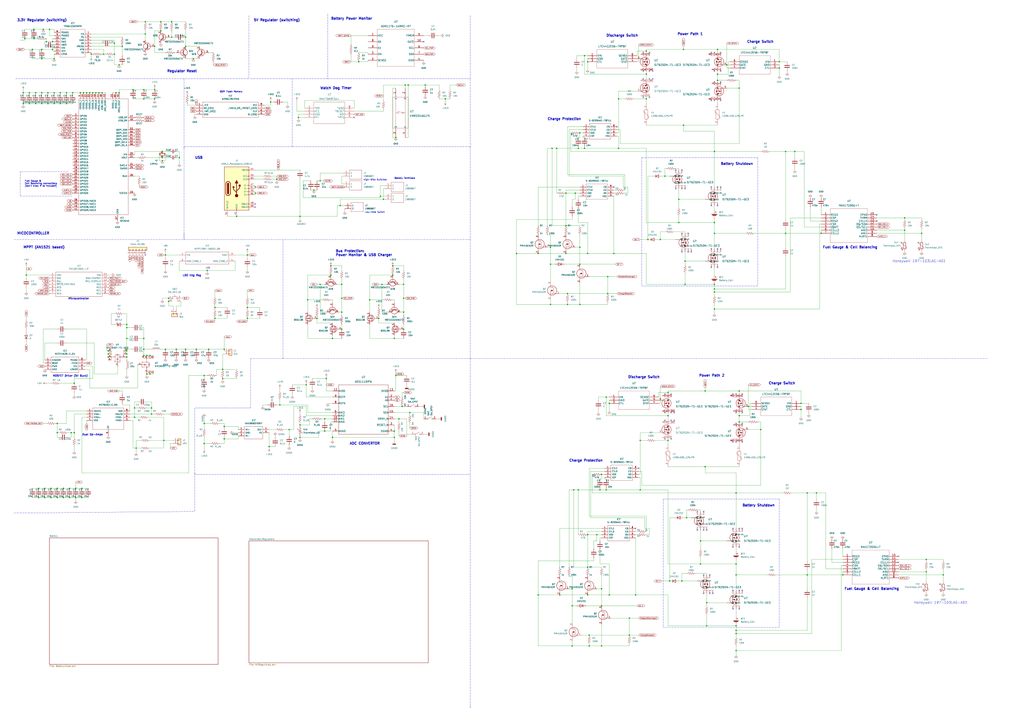
<source format=kicad_sch>
(kicad_sch (version 20211123) (generator eeschema)
  (paper "A1")
  (title_block (title "CubeSat EPS Board") (rev "V0"))
  (lib_symbols
    (symbol "1206L150{slash}12SLYR:1206L150_12SLYR" (pin_names (offset 0.762))
      (property "Reference" "F" (at 13.97 6.35 0))
      (property "Value" "1206L150_12SLYR" (at 13.97 3.81 0))
      (symbol "1206L150_12SLYR_0_0"
        (pin passive line (at 0 0 0) (length 5.08) (name "~") (number "1"))
        (pin passive line (at 17.78 0 180) (length 5.08) (name "~") (number "2"))
      )
    )
    (symbol "1206L500{slash}12SLPR:1206L500_12SLPR" (pin_names (offset 0.762))
      (property "Reference" "F" (at 13.97 6.35 0))
      (property "Value" "1206L500_12SLPR" (at 13.97 3.81 0))
      (symbol "1206L500_12SLPR_0_0"
        (pin passive line (at 0 0 0) (length 5.08) (name "~") (number "1"))
        (pin passive line (at 17.78 0 180) (length 5.08) (name "~") (number "2"))
      )
    )
    (symbol "1985807:1985807" (pin_names (offset 0.762))
      (property "Reference" "J" (at 16.51 7.62 0))
      (property "Value" "1985807" (at 16.51 5.08 0))
      (symbol "1985807_0_0"
        (pin passive line (at 0 0 0) (length 5.08) (name "1") (number "1"))
        (pin passive line (at 0 -2.54 0) (length 5.08) (name "2") (number "2"))
      )
    )
    (symbol "2022-03-31_06-47-44:MAX17205G+T" (pin_names (offset 0.254))
      (property "Reference" "U" (at 22.86 10.16 0))
      (property "Value" "MAX17205G+T" (at 22.86 7.62 0))
      (symbol "MAX17205G+T_1_1"
        (pin bidirectional line (at 0 0 0) (length 7.62) (name "REG3") (number "1"))
        (pin input line (at 45.72 -12.7 180) (length 7.62) (name "AIN2") (number "10"))
        (pin unspecified line (at 45.72 -10.16 180) (length 7.62) (name "OD/SCL") (number "11"))
        (pin unspecified line (at 45.72 -7.62 180) (length 7.62) (name "DQ/SDA") (number "12"))
        (pin unspecified line (at 45.72 -5.08 180) (length 7.62) (name "CELLX") (number "13"))
        (pin unspecified line (at 45.72 -2.54 180) (length 7.62) (name "THRM") (number "14"))
        (pin unspecified line (at 45.72 0 180) (length 7.62) (name "EPAD") (number "15"))
        (pin unspecified line (at 0 -2.54 0) (length 7.62) (name "CSP") (number "2"))
        (pin bidirectional line (at 0 -5.08 0) (length 7.62) (name "REG2") (number "3"))
        (pin unspecified line (at 0 -7.62 0) (length 7.62) (name "CSN") (number "4"))
        (pin unspecified line (at 0 -10.16 0) (length 7.62) (name "VBATT") (number "5"))
        (pin bidirectional line (at 0 -12.7 0) (length 7.62) (name "CELL2") (number "6"))
        (pin bidirectional line (at 0 -15.24 0) (length 7.62) (name "CELL1") (number "7"))
        (pin unspecified line (at 45.72 -17.78 180) (length 7.62) (name "ALRT1") (number "8"))
        (pin input line (at 45.72 -15.24 180) (length 7.62) (name "AIN1") (number "9"))
      )
    )
    (symbol "ADM1176-1ARMZ-R7:ADM1176-1ARMZ-R7" (pin_names (offset 0.254))
      (property "Reference" "U" (at 22.86 10.16 0))
      (property "Value" "ADM1176-1ARMZ-R7" (at 22.86 7.62 0))
      (symbol "ADM1176-1ARMZ-R7_1_1"
        (pin unspecified line (at 0 0 0) (length 7.62) (name "VCC") (number "1"))
        (pin unspecified line (at 45.72 -5.08 180) (length 7.62) (name "GATE") (number "10"))
        (pin unspecified line (at 0 -20.32 0) (length 7.62) (name "SENSE") (number "2"))
        (pin unspecified line (at 0 -15.24 0) (length 7.62) (name "ON") (number "3"))
        (pin unspecified line (at 45.72 -20.32 180) (length 7.62) (name "GND") (number "4"))
        (pin unspecified line (at 45.72 0 180) (length 7.62) (name "TIMER") (number "5"))
        (pin unspecified line (at 45.72 -10.16 180) (length 7.62) (name "SCL") (number "6"))
        (pin unspecified line (at 45.72 -15.24 180) (length 7.62) (name "SDA") (number "7"))
        (pin unspecified line (at 0 -5.08 0) (length 7.62) (name "A0") (number "8"))
        (pin unspecified line (at 0 -10.16 0) (length 7.62) (name "A1") (number "9"))
      )
    )
    (symbol "ADS1119IPW:ADS1119IPW" (pin_names (offset -0.254))
      (property "Reference" "U" (at 0 2.54 0))
      (property "Value" "ADS1119IPW" (at 0 0 0))
      (symbol "ADS1119IPW_1_1"
        (pin input line (at 25.4 7.62 180) (length 5.08) (name "A0") (number "1"))
        (pin input line (at -25.4 -7.62 0) (length 5.08) (name "AIN1") (number "10"))
        (pin input line (at -25.4 -10.16 0) (length 5.08) (name "AIN0") (number "11"))
        (pin power_in line (at -25.4 15.24 0) (length 5.08) (name "AVDD") (number "12"))
        (pin power_in line (at 25.4 15.24 180) (length 5.08) (name "DVDD") (number "13"))
        (pin output line (at 25.4 -7.62 180) (length 5.08) (name "DRDY_N") (number "14"))
        (pin bidirectional line (at 25.4 -2.54 180) (length 5.08) (name "SDA") (number "15"))
        (pin input line (at 25.4 2.54 180) (length 5.08) (name "SCL") (number "16"))
        (pin input line (at 25.4 10.16 180) (length 5.08) (name "A1") (number "2"))
        (pin input line (at 25.4 -12.7 180) (length 5.08) (name "RESET_N") (number "3"))
        (pin power_in line (at 25.4 -17.78 180) (length 5.08) (name "DGND") (number "4"))
        (pin power_in line (at -25.4 -17.78 0) (length 5.08) (name "AGND") (number "5"))
        (pin input line (at -25.4 -2.54 0) (length 5.08) (name "AIN3") (number "6"))
        (pin input line (at -25.4 -5.08 0) (length 5.08) (name "AIN2") (number "7"))
        (pin input line (at -25.4 5.08 0) (length 5.08) (name "REFN") (number "8"))
        (pin input line (at -25.4 10.16 0) (length 5.08) (name "REFP") (number "9"))
      )
    )
    (symbol "Connector:USB_C_Receptacle_USB2.0" (pin_names (offset 1.016))
      (property "Reference" "J" (at -10.16 19.05 0))
      (property "Value" "USB_C_Receptacle_USB2.0" (at 19.05 19.05 0))
      (symbol "USB_C_Receptacle_USB2.0_1_1"
        (pin passive line (at 0 -22.86 90) (length 5.08) (name "GND") (number "A1"))
        (pin passive line (at 0 -22.86 90) (length 5.08) hide (name "GND") (number "A12"))
        (pin passive line (at 15.24 15.24 180) (length 5.08) (name "VBUS") (number "A4"))
        (pin bidirectional line (at 15.24 10.16 180) (length 5.08) (name "CC1") (number "A5"))
        (pin bidirectional line (at 15.24 -2.54 180) (length 5.08) (name "D+") (number "A6"))
        (pin bidirectional line (at 15.24 2.54 180) (length 5.08) (name "D-") (number "A7"))
        (pin bidirectional line (at 15.24 -12.7 180) (length 5.08) (name "SBU1") (number "A8"))
        (pin passive line (at 15.24 15.24 180) (length 5.08) hide (name "VBUS") (number "A9"))
        (pin passive line (at 0 -22.86 90) (length 5.08) hide (name "GND") (number "B1"))
        (pin passive line (at 0 -22.86 90) (length 5.08) hide (name "GND") (number "B12"))
        (pin passive line (at 15.24 15.24 180) (length 5.08) hide (name "VBUS") (number "B4"))
        (pin bidirectional line (at 15.24 7.62 180) (length 5.08) (name "CC2") (number "B5"))
        (pin bidirectional line (at 15.24 -5.08 180) (length 5.08) (name "D+") (number "B6"))
        (pin bidirectional line (at 15.24 0 180) (length 5.08) (name "D-") (number "B7"))
        (pin bidirectional line (at 15.24 -15.24 180) (length 5.08) (name "SBU2") (number "B8"))
        (pin passive line (at 15.24 15.24 180) (length 5.08) hide (name "VBUS") (number "B9"))
        (pin passive line (at -7.62 -22.86 90) (length 5.08) (name "SHIELD") (number "S1"))
      )
    )
    (symbol "Connector_Generic:Conn_01x02" (pin_names (offset 1.016) hide)
      (property "Reference" "J" (at 0 2.54 0))
      (property "Value" "Conn_01x02" (at 0 -5.08 0))
      (symbol "Conn_01x02_1_1"
        (pin passive line (at -5.08 0 0) (length 3.81) (name "Pin_1") (number "1"))
        (pin passive line (at -5.08 -2.54 0) (length 3.81) (name "Pin_2") (number "2"))
      )
    )
    (symbol "Connector_Generic:Conn_01x06" (pin_names (offset 1.016) hide)
      (property "Reference" "J" (at 0 7.62 0))
      (property "Value" "Conn_01x06" (at 0 -10.16 0))
      (symbol "Conn_01x06_1_1"
        (pin passive line (at -5.08 5.08 0) (length 3.81) (name "Pin_1") (number "1"))
        (pin passive line (at -5.08 2.54 0) (length 3.81) (name "Pin_2") (number "2"))
        (pin passive line (at -5.08 0 0) (length 3.81) (name "Pin_3") (number "3"))
        (pin passive line (at -5.08 -2.54 0) (length 3.81) (name "Pin_4") (number "4"))
        (pin passive line (at -5.08 -5.08 0) (length 3.81) (name "Pin_5") (number "5"))
        (pin passive line (at -5.08 -7.62 0) (length 3.81) (name "Pin_6") (number "6"))
      )
    )
    (symbol "Device:Battery_Cell" (pin_numbers hide) (pin_names (offset 0) hide)
      (property "Reference" "BT" (at 2.54 2.54 0))
      (property "Value" "Battery_Cell" (at 2.54 0 0))
      (symbol "Battery_Cell_1_1"
        (pin passive line (at 0 5.08 270) (length 2.54) (name "+") (number "1"))
        (pin passive line (at 0 -2.54 90) (length 2.54) (name "-") (number "2"))
      )
    )
    (symbol "Device:C" (pin_numbers hide) (pin_names (offset 0.254))
      (property "Reference" "C" (at 0.635 2.54 0))
      (property "Value" "C" (at 0.635 -2.54 0))
      (symbol "C_1_1"
        (pin passive line (at 0 3.81 270) (length 2.794) (name "~") (number "1"))
        (pin passive line (at 0 -3.81 90) (length 2.794) (name "~") (number "2"))
      )
    )
    (symbol "Device:C_Small" (pin_numbers hide) (pin_names (offset 0.254) hide)
      (property "Reference" "C" (at 0.254 1.778 0))
      (property "Value" "C_Small" (at 0.254 -2.032 0))
      (symbol "C_Small_1_1"
        (pin passive line (at 0 2.54 270) (length 2.032) (name "~") (number "1"))
        (pin passive line (at 0 -2.54 90) (length 2.032) (name "~") (number "2"))
      )
    )
    (symbol "Device:Crystal_GND24_Small" (pin_names (offset 1.016) hide)
      (property "Reference" "Y" (at 1.27 4.445 0))
      (property "Value" "Crystal_GND24_Small" (at 1.27 2.54 0))
      (symbol "Crystal_GND24_Small_1_1"
        (pin passive line (at -2.54 0 0) (length 1.27) (name "1") (number "1"))
        (pin passive line (at 0 -2.54 90) (length 0.635) (name "2") (number "2"))
        (pin passive line (at 2.54 0 180) (length 1.27) (name "3") (number "3"))
        (pin passive line (at 0 2.54 270) (length 0.635) (name "4") (number "4"))
      )
    )
    (symbol "Device:D" (pin_numbers hide) (pin_names (offset 1.016) hide)
      (property "Reference" "D" (at 0 2.54 0))
      (property "Value" "D" (at 0 -2.54 0))
      (symbol "D_1_1"
        (pin passive line (at -3.81 0 0) (length 2.54) (name "K") (number "1"))
        (pin passive line (at 3.81 0 180) (length 2.54) (name "A") (number "2"))
      )
    )
    (symbol "Device:L" (pin_numbers hide) (pin_names (offset 1.016) hide)
      (property "Reference" "L" (at -1.27 0 90))
      (property "Value" "L" (at 1.905 0 90))
      (symbol "L_1_1"
        (pin passive line (at 0 3.81 270) (length 1.27) (name "1") (number "1"))
        (pin passive line (at 0 -3.81 90) (length 1.27) (name "2") (number "2"))
      )
    )
    (symbol "Device:L_Ferrite" (pin_numbers hide) (pin_names (offset 1.016) hide)
      (property "Reference" "L" (at -1.27 0 90))
      (property "Value" "L_Ferrite" (at 2.794 0 90))
      (symbol "L_Ferrite_1_1"
        (pin passive line (at 0 3.81 270) (length 1.27) (name "1") (number "1"))
        (pin passive line (at 0 -3.81 90) (length 1.27) (name "2") (number "2"))
      )
    )
    (symbol "Device:R_US" (pin_numbers hide) (pin_names (offset 0))
      (property "Reference" "R" (at 2.54 0 90))
      (property "Value" "R_US" (at -2.54 0 90))
      (symbol "R_US_1_1"
        (pin passive line (at 0 3.81 270) (length 1.27) (name "~") (number "1"))
        (pin passive line (at 0 -3.81 90) (length 1.27) (name "~") (number "2"))
      )
    )
    (symbol "Device:Thermistor_NTC" (pin_numbers hide) (pin_names (offset 0))
      (property "Reference" "TH" (at -4.445 0 90))
      (property "Value" "Thermistor_NTC" (at 3.175 0 90))
      (symbol "Thermistor_NTC_1_1"
        (pin passive line (at 0 3.81 270) (length 1.27) (name "~") (number "1"))
        (pin passive line (at 0 -3.81 90) (length 1.27) (name "~") (number "2"))
      )
    )
    (symbol "Device:Thermistor_US" (pin_numbers hide) (pin_names (offset 0))
      (property "Reference" "TH" (at 2.54 1.27 90))
      (property "Value" "Thermistor_US" (at -2.54 0 90))
      (symbol "Thermistor_US_1_1"
        (pin passive line (at 0 3.81 270) (length 1.27) (name "~") (number "1"))
        (pin passive line (at 0 -3.81 90) (length 1.27) (name "~") (number "2"))
      )
    )
    (symbol "Diode:1N4151" (pin_numbers hide) (pin_names (offset 1.016) hide)
      (property "Reference" "D" (at 0 2.54 0))
      (property "Value" "1N4151" (at 0 -2.54 0))
      (symbol "1N4151_1_1"
        (pin passive line (at -3.81 0 0) (length 2.54) (name "K") (number "1"))
        (pin passive line (at 3.81 0 180) (length 2.54) (name "A") (number "2"))
      )
    )
    (symbol "Diode:BAT42" (pin_numbers hide) (pin_names (offset 1.016) hide)
      (property "Reference" "D" (at 0 2.54 0))
      (property "Value" "BAT42" (at 0 -2.54 0))
      (symbol "BAT42_1_1"
        (pin passive line (at -3.81 0 0) (length 2.54) (name "K") (number "1"))
        (pin passive line (at 3.81 0 180) (length 2.54) (name "A") (number "2"))
      )
    )
    (symbol "INA180B2IDBVT:INA180B2IDBVT" (pin_names (offset 0.762))
      (property "Reference" "IC" (at 21.59 7.62 0))
      (property "Value" "INA180B2IDBVT" (at 21.59 5.08 0))
      (symbol "INA180B2IDBVT_0_0"
        (pin passive line (at 0 0 0) (length 5.08) (name "IN+") (number "1"))
        (pin passive line (at 0 -2.54 0) (length 5.08) (name "GND") (number "2"))
        (pin passive line (at 0 -5.08 0) (length 5.08) (name "IN-") (number "3"))
        (pin passive line (at 25.4 0 180) (length 5.08) (name "OUT") (number "4"))
        (pin passive line (at 25.4 -2.54 180) (length 5.08) (name "VS") (number "5"))
      )
    )
    (symbol "KMR231NG LFS:KMR231NGLFS" (pin_names (offset 0.254))
      (property "Reference" "U" (at 20.32 7.62 0))
      (property "Value" "KMR231NGLFS" (at 20.32 5.08 0))
      (symbol "KMR231NGLFS_1_1"
        (pin unspecified line (at 0 0 0) (length 7.62) (name "1") (number "1"))
        (pin unspecified line (at 0 -7.62 0) (length 7.62) (name "2") (number "2"))
        (pin unspecified line (at 40.64 0 180) (length 7.62) (name "3") (number "3"))
        (pin unspecified line (at 40.64 -7.62 180) (length 7.62) (name "4") (number "4"))
      )
    )
    (symbol "LTC4412ES6#TRPBF:LTC4412ES6-TRPBF" (pin_names (offset 0.254))
      (property "Reference" "U" (at 20.32 10.16 0))
      (property "Value" "LTC4412ES6-TRPBF" (at 20.32 7.62 0))
      (symbol "LTC4412ES6-TRPBF_1_1"
        (pin unspecified line (at 0 0 0) (length 7.62) (name "VIN") (number "1"))
        (pin unspecified line (at 0 -2.54 0) (length 7.62) (name "GND") (number "2"))
        (pin unspecified line (at 0 -5.08 0) (length 7.62) (name "CTL") (number "3"))
        (pin unspecified line (at 40.64 -5.08 180) (length 7.62) (name "STAT") (number "4"))
        (pin unspecified line (at 40.64 -2.54 180) (length 7.62) (name "GATE") (number "5"))
        (pin unspecified line (at 40.64 0 180) (length 7.62) (name "SENSE") (number "6"))
      )
    )
    (symbol "MAX706RESA+:MAX706RESA+" (pin_names (offset 0.254))
      (property "Reference" "U" (at 20.32 10.16 0))
      (property "Value" "MAX706RESA+" (at 20.32 7.62 0))
      (symbol "MAX706RESA+_1_1"
        (pin input line (at 0 0 0) (length 7.62) (name "*MR") (number "1"))
        (pin power_in line (at 0 -2.54 0) (length 7.62) (name "VCC") (number "2"))
        (pin power_in line (at 0 -5.08 0) (length 7.62) (name "GND") (number "3"))
        (pin input line (at 0 -7.62 0) (length 7.62) (name "PFI") (number "4"))
        (pin output line (at 40.64 -7.62 180) (length 7.62) (name "*PFO") (number "5"))
        (pin input line (at 40.64 -5.08 180) (length 7.62) (name "WDI") (number "6"))
        (pin output line (at 40.64 -2.54 180) (length 7.62) (name "*RESET") (number "7"))
        (pin output line (at 40.64 0 180) (length 7.62) (name "*WDO") (number "8"))
      )
    )
    (symbol "MCP14628-E_SN:MCP14628-E_SN" (pin_names (offset 0.762))
      (property "Reference" "IC" (at 29.21 7.62 0))
      (property "Value" "MCP14628-E_SN" (at 29.21 5.08 0))
      (symbol "MCP14628-E_SN_0_0"
        (pin passive line (at 0 0 0) (length 5.08) (name "HIGHDR") (number "1"))
        (pin passive line (at 0 -2.54 0) (length 5.08) (name "BOOT") (number "2"))
        (pin passive line (at 0 -5.08 0) (length 5.08) (name "PWM") (number "3"))
        (pin power_in line (at 0 -7.62 0) (length 5.08) (name "GND") (number "4"))
        (pin passive line (at 33.02 -7.62 180) (length 5.08) (name "LOWDR") (number "5"))
        (pin power_in line (at 33.02 -5.08 180) (length 5.08) (name "VCC") (number "6"))
        (pin passive line (at 33.02 -2.54 180) (length 5.08) (name "FCCM") (number "7"))
        (pin passive line (at 33.02 0 180) (length 5.08) (name "PHASE") (number "8"))
      )
    )
    (symbol "MCP1790T-5002E_DB:MCP1790T-5002E_DB" (pin_names (offset 0.762))
      (property "Reference" "IC?" (at 22.86 7.62 0))
      (property "Value" "MCP1790T-5002E_DB" (at 22.86 5.08 0))
      (symbol "MCP1790T-5002E_DB_0_0"
        (pin passive line (at 0 0 0) (length 5.08) (name "VIN") (number "1"))
        (pin passive line (at 0 -5.08 0) (length 5.08) (name "GND_(TAB)_1") (number "2"))
        (pin passive line (at 45.72 0 180) (length 5.08) (name "VOUT") (number "3"))
        (pin passive line (at 45.72 -5.08 180) (length 5.08) (name "GND_(TAB)_2") (number "4"))
      )
    )
    (symbol "MCP6V02-E_MD:MCP6V02-E_MD" (pin_names (offset 0.762))
      (property "Reference" "IC" (at 31.75 7.62 0))
      (property "Value" "MCP6V02-E_MD" (at 31.75 5.08 0))
      (symbol "MCP6V02-E_MD_0_0"
        (pin passive line (at 0 0 0) (length 5.08) (name "VOUTA") (number "1"))
        (pin passive line (at 0 -2.54 0) (length 5.08) (name "VINA-") (number "2"))
        (pin passive line (at 0 -5.08 0) (length 5.08) (name "VINA+") (number "3"))
        (pin passive line (at 0 -7.62 0) (length 5.08) (name "VSS") (number "4"))
        (pin passive line (at 35.56 -7.62 180) (length 5.08) (name "VINB+") (number "5"))
        (pin passive line (at 35.56 -5.08 180) (length 5.08) (name "VINB-") (number "6"))
        (pin passive line (at 35.56 -2.54 180) (length 5.08) (name "VOUTB") (number "7"))
        (pin passive line (at 35.56 0 180) (length 5.08) (name "VDD") (number "8"))
        (pin passive line (at 17.78 -20.32 90) (length 5.08) (name "EP") (number "9"))
      )
    )
    (symbol "PIC16F1503-I_P:PIC16F1503-I_P" (pin_names (offset 0.762))
      (property "Reference" "IC" (at 44.45 7.62 0))
      (property "Value" "PIC16F1503-I_P" (at 44.45 5.08 0))
      (symbol "PIC16F1503-I_P_0_0"
        (pin power_in line (at 0 0 0) (length 5.08) (name "VDD") (number "1"))
        (pin passive line (at 48.26 -10.16 180) (length 5.08) (name "RC0") (number "10"))
        (pin passive line (at 48.26 -7.62 180) (length 5.08) (name "RA2") (number "11"))
        (pin input line (at 48.26 -5.08 180) (length 5.08) (name "RA1/ICSPCLK") (number "12"))
        (pin input line (at 48.26 -2.54 180) (length 5.08) (name "RA0/ICSPDAT") (number "13"))
        (pin power_in line (at 48.26 0 180) (length 5.08) (name "VSS") (number "14"))
        (pin passive line (at 0 -2.54 0) (length 5.08) (name "RA5") (number "2"))
        (pin passive line (at 0 -5.08 0) (length 5.08) (name "RA4") (number "3"))
        (pin passive line (at 0 -7.62 0) (length 5.08) (name "~{MCLR}/VPP/RA3") (number "4"))
        (pin passive line (at 0 -10.16 0) (length 5.08) (name "RC5") (number "5"))
        (pin passive line (at 0 -12.7 0) (length 5.08) (name "RC4") (number "6"))
        (pin passive line (at 0 -15.24 0) (length 5.08) (name "RC3") (number "7"))
        (pin passive line (at 48.26 -15.24 180) (length 5.08) (name "RC2") (number "8"))
        (pin passive line (at 48.26 -12.7 180) (length 5.08) (name "RC1") (number "9"))
      )
    )
    (symbol "PMV45EN2R:PMV45EN2R" (pin_names (offset 0.762))
      (property "Reference" "Q" (at 11.43 3.81 0))
      (property "Value" "PMV45EN2R" (at 11.43 1.27 0))
      (symbol "PMV45EN2R_0_0"
        (pin passive line (at 0 0 0) (length 2.54) (name "~") (number "1"))
        (pin passive line (at 7.62 -5.08 90) (length 2.54) (name "~") (number "2"))
        (pin passive line (at 7.62 10.16 270) (length 2.54) (name "~") (number "3"))
      )
    )
    (symbol "RP2040_1" (pin_names (offset 0.762))
      (property "Reference" "IC" (at 29.21 29.21 0))
      (property "Value" "RP2040_1" (at 29.21 26.67 0))
      (symbol "RP2040_1_0_0"
        (pin passive line (at 6.35 22.86 270) (length 5.08) (name "IOVDD_1") (number "1"))
        (pin passive line (at 8.89 22.86 270) (length 5.08) (name "IOVDD_2") (number "10"))
        (pin passive line (at 0 -16.51 0) (length 5.08) (name "GPIO8") (number "11"))
        (pin passive line (at 0 -19.05 0) (length 5.08) (name "GPIO9") (number "12"))
        (pin passive line (at 0 -21.59 0) (length 5.08) (name "GPIO10") (number "13"))
        (pin passive line (at 0 -24.13 0) (length 5.08) (name "GPIO11") (number "14"))
        (pin passive line (at 0 -26.67 0) (length 5.08) (name "GPIO12") (number "15"))
        (pin passive line (at 0 -29.21 0) (length 5.08) (name "GPIO13") (number "16"))
        (pin passive line (at 0 -31.75 0) (length 5.08) (name "GPIO14") (number "17"))
        (pin passive line (at 0 -34.29 0) (length 5.08) (name "GPIO15") (number "18"))
        (pin passive line (at 50.8 -59.69 180) (length 5.08) (name "TESTEN") (number "19"))
        (pin passive line (at 0 3.81 0) (length 5.08) (name "GPIO0") (number "2"))
        (pin passive line (at 50.8 -27.94 180) (length 5.08) (name "XIN") (number "20"))
        (pin passive line (at 50.8 -30.48 180) (length 5.08) (name "XOUT") (number "21"))
        (pin passive line (at 11.43 22.86 270) (length 5.08) (name "IOVDD_3") (number "22"))
        (pin passive line (at 33.02 22.86 270) (length 5.08) (name "DVDD_1") (number "23"))
        (pin passive line (at 50.8 -36.83 180) (length 5.08) (name "SWCLK") (number "24"))
        (pin passive line (at 50.8 -39.37 180) (length 5.08) (name "SWDIO") (number "25"))
        (pin passive line (at 50.8 -45.72 180) (length 5.08) (name "RUN") (number "26"))
        (pin passive line (at 0 -36.83 0) (length 5.08) (name "GPIO16") (number "27"))
        (pin passive line (at 0 -39.37 0) (length 5.08) (name "GPIO17") (number "28"))
        (pin passive line (at 0 -41.91 0) (length 5.08) (name "GPIO18") (number "29"))
        (pin passive line (at 0 1.27 0) (length 5.08) (name "GPIO1") (number "3"))
        (pin passive line (at 0 -44.45 0) (length 5.08) (name "GPIO19") (number "30"))
        (pin passive line (at 0 -46.99 0) (length 5.08) (name "GPIO20") (number "31"))
        (pin passive line (at 0 -49.53 0) (length 5.08) (name "GPIO21") (number "32"))
        (pin passive line (at 13.97 22.86 270) (length 5.08) (name "IOVDD_4") (number "33"))
        (pin passive line (at 0 -52.07 0) (length 5.08) (name "GPIO22") (number "34"))
        (pin passive line (at 0 -54.61 0) (length 5.08) (name "GPIO23") (number "35"))
        (pin passive line (at 0 -57.15 0) (length 5.08) (name "GPIO24") (number "36"))
        (pin passive line (at 0 -59.69 0) (length 5.08) (name "GPIO25") (number "37"))
        (pin passive line (at 0 -66.04 0) (length 5.08) (name "GPIO26/ADC0") (number "38"))
        (pin passive line (at 0 -68.58 0) (length 5.08) (name "GPIO27/ADC1") (number "39"))
        (pin passive line (at 0 -1.27 0) (length 5.08) (name "GPIO2") (number "4"))
        (pin passive line (at 0 -71.12 0) (length 5.08) (name "GPIO28/ADC2") (number "40"))
        (pin passive line (at 0 -73.66 0) (length 5.08) (name "GPIO29/ADC3") (number "41"))
        (pin passive line (at 16.51 22.86 270) (length 5.08) (name "IOVDD_5") (number "42"))
        (pin passive line (at 26.67 22.86 270) (length 5.08) (name "ADC_AVDD") (number "43"))
        (pin passive line (at 21.59 22.86 270) (length 5.08) (name "VREG_VIN") (number "44"))
        (pin passive line (at 38.1 22.86 270) (length 5.08) (name "VREG_VOUT") (number "45"))
        (pin passive line (at 50.8 0 180) (length 5.08) (name "USB_DM") (number "46"))
        (pin passive line (at 50.8 2.54 180) (length 5.08) (name "USB_DP") (number "47"))
        (pin passive line (at 24.13 22.86 270) (length 5.08) (name "USB_VDD") (number "48"))
        (pin passive line (at 19.05 22.86 270) (length 5.08) (name "IOVDD_6") (number "49"))
        (pin passive line (at 0 -3.81 0) (length 5.08) (name "GPIO3") (number "5"))
        (pin passive line (at 35.56 22.86 270) (length 5.08) (name "DVDD_2") (number "50"))
        (pin passive line (at 50.8 -15.24 180) (length 5.08) (name "QSPI_SD3") (number "51"))
        (pin passive line (at 50.8 -17.78 180) (length 5.08) (name "QSPI_SCLK") (number "52"))
        (pin passive line (at 50.8 -7.62 180) (length 5.08) (name "QSPI_SD0") (number "53"))
        (pin passive line (at 50.8 -12.7 180) (length 5.08) (name "QSPI_SD2") (number "54"))
        (pin passive line (at 50.8 -10.16 180) (length 5.08) (name "QSPI_SD1") (number "55"))
        (pin passive line (at 50.8 -20.32 180) (length 5.08) (name "QSPI_SS_N") (number "56"))
        (pin passive line (at 36.83 -82.55 90) (length 5.08) (name "GND") (number "57"))
        (pin passive line (at 0 -6.35 0) (length 5.08) (name "GPIO4") (number "6"))
        (pin passive line (at 0 -8.89 0) (length 5.08) (name "GPIO5") (number "7"))
        (pin passive line (at 0 -11.43 0) (length 5.08) (name "GPIO6") (number "8"))
        (pin passive line (at 0 -13.97 0) (length 5.08) (name "GPIO7") (number "9"))
      )
    )
    (symbol "S-8209AAC-T8T1U:S-8209AAC-T8T1U" (pin_names (offset 0.762))
      (property "Reference" "IC" (at 24.13 7.62 0))
      (property "Value" "S-8209AAC-T8T1U" (at 24.13 5.08 0))
      (symbol "S-8209AAC-T8T1U_0_0"
        (pin passive line (at 0 0 0) (length 5.08) (name "CTLC") (number "1"))
        (pin passive line (at 0 -2.54 0) (length 5.08) (name "CTLD") (number "2"))
        (pin passive line (at 0 -5.08 0) (length 5.08) (name "VDD") (number "3"))
        (pin passive line (at 0 -7.62 0) (length 5.08) (name "CDT") (number "4"))
        (pin passive line (at 27.94 -7.62 180) (length 5.08) (name "VSS") (number "5"))
        (pin passive line (at 27.94 -5.08 180) (length 5.08) (name "DO") (number "6"))
        (pin passive line (at 27.94 -2.54 180) (length 5.08) (name "CO") (number "7"))
        (pin passive line (at 27.94 0 180) (length 5.08) (name "CB") (number "8"))
      )
    )
    (symbol "SI4154DY-T1-GE3:SI4154DY-T1-GE3" (pin_names (offset 1.016))
      (property "Reference" "U" (at 0 10.16 0))
      (property "Value" "SI4154DY-T1-GE3" (at 0 12.7 0))
      (symbol "SI4154DY-T1-GE3_1_1"
        (pin unspecified line (at 10.16 -7.62 90) (length 5.08) (name "S") (number "1"))
        (pin unspecified line (at 12.7 -7.62 90) (length 2.54) (name "S") (number "2"))
        (pin unspecified line (at 15.24 -7.62 90) (length 2.54) (name "S") (number "3"))
        (pin unspecified line (at 2.54 0 0) (length 3.556) (name "G") (number "4"))
        (pin unspecified line (at 7.62 7.62 270) (length 2.286) (name "D") (number "5"))
        (pin unspecified line (at 10.16 7.62 270) (length 2.54) (name "D") (number "6"))
        (pin unspecified line (at 12.7 7.62 270) (length 2.54) (name "D") (number "7"))
        (pin unspecified line (at 15.24 7.62 270) (length 2.54) (name "D") (number "8"))
      )
    )
    (symbol "SI7625DN-T1-GE3:SI7625DN-T1-GE3" (pin_names (offset 1.524) hide)
      (property "Reference" "U" (at 11.43 -0.635 0))
      (property "Value" "SI7625DN-T1-GE3" (at 11.43 -7.62 0))
      (symbol "SI7625DN-T1-GE3_1_1"
        (pin unspecified line (at 5.08 5.08 270) (length 2.54) (name "S") (number "1"))
        (pin unspecified line (at 7.62 5.08 270) (length 2.54) (name "S") (number "2"))
        (pin unspecified line (at 10.16 5.08 270) (length 2.54) (name "S") (number "3"))
        (pin unspecified line (at 0 0 0) (length 2.54) (name "G") (number "4"))
        (pin unspecified line (at 5.08 -10.16 90) (length 2.54) (name "D") (number "5"))
        (pin unspecified line (at 7.62 -10.16 90) (length 2.54) (name "D") (number "6"))
        (pin unspecified line (at 10.16 -10.16 90) (length 2.54) (name "D") (number "7"))
        (pin unspecified line (at 12.7 -10.16 90) (length 2.54) (name "D") (number "8"))
      )
    )
    (symbol "SI7625DN-T1-GE3_1" (pin_names (offset 1.524) hide)
      (property "Reference" "U" (at 11.43 -0.635 0))
      (property "Value" "SI7625DN-T1-GE3_1" (at 11.43 -7.62 0))
      (symbol "SI7625DN-T1-GE3_1_1_1"
        (pin unspecified line (at 5.08 5.08 270) (length 2.54) (name "S") (number "1"))
        (pin unspecified line (at 7.62 5.08 270) (length 2.54) (name "S") (number "2"))
        (pin unspecified line (at 10.16 5.08 270) (length 2.54) (name "S") (number "3"))
        (pin unspecified line (at 0 0 0) (length 2.54) (name "G") (number "4"))
        (pin unspecified line (at 5.08 -10.16 90) (length 2.54) (name "D") (number "5"))
        (pin unspecified line (at 7.62 -10.16 90) (length 2.54) (name "D") (number "6"))
        (pin unspecified line (at 10.16 -10.16 90) (length 2.54) (name "D") (number "7"))
        (pin unspecified line (at 12.7 -10.16 90) (length 2.54) (name "D") (number "8"))
      )
    )
    (symbol "SI7625DN-T1-GE3_2" (pin_names (offset 1.524) hide)
      (property "Reference" "U" (at 11.43 -0.635 0))
      (property "Value" "SI7625DN-T1-GE3_2" (at 11.43 -7.62 0))
      (symbol "SI7625DN-T1-GE3_2_1_1"
        (pin unspecified line (at 5.08 5.08 270) (length 2.54) (name "S") (number "1"))
        (pin unspecified line (at 7.62 5.08 270) (length 2.54) (name "S") (number "2"))
        (pin unspecified line (at 10.16 5.08 270) (length 2.54) (name "S") (number "3"))
        (pin unspecified line (at 0 0 0) (length 2.54) (name "G") (number "4"))
        (pin unspecified line (at 5.08 -10.16 90) (length 2.54) (name "D") (number "5"))
        (pin unspecified line (at 7.62 -10.16 90) (length 2.54) (name "D") (number "6"))
        (pin unspecified line (at 10.16 -10.16 90) (length 2.54) (name "D") (number "7"))
        (pin unspecified line (at 12.7 -10.16 90) (length 2.54) (name "D") (number "8"))
      )
    )
    (symbol "SI7625DN-T1-GE3_3" (pin_names (offset 1.524) hide)
      (property "Reference" "U" (at 11.43 -0.635 0))
      (property "Value" "SI7625DN-T1-GE3_3" (at 11.43 -7.62 0))
      (symbol "SI7625DN-T1-GE3_3_1_1"
        (pin unspecified line (at 5.08 5.08 270) (length 2.54) (name "S") (number "1"))
        (pin unspecified line (at 7.62 5.08 270) (length 2.54) (name "S") (number "2"))
        (pin unspecified line (at 10.16 5.08 270) (length 2.54) (name "S") (number "3"))
        (pin unspecified line (at 0 0 0) (length 2.54) (name "G") (number "4"))
        (pin unspecified line (at 5.08 -10.16 90) (length 2.54) (name "D") (number "5"))
        (pin unspecified line (at 7.62 -10.16 90) (length 2.54) (name "D") (number "6"))
        (pin unspecified line (at 10.16 -10.16 90) (length 2.54) (name "D") (number "7"))
        (pin unspecified line (at 12.7 -10.16 90) (length 2.54) (name "D") (number "8"))
      )
    )
    (symbol "SI7625DN-T1-GE3_4" (pin_numbers hide) (pin_names (offset 1.524))
      (property "Reference" "U" (at 11.43 -0.635 0))
      (property "Value" "SI7625DN-T1-GE3_4" (at 11.43 -7.62 0))
      (symbol "SI7625DN-T1-GE3_4_1_1"
        (pin unspecified line (at 5.08 5.08 270) (length 2.54) (name "S") (number "1"))
        (pin unspecified line (at 7.62 5.08 270) (length 2.54) (name "S") (number "2"))
        (pin unspecified line (at 10.16 5.08 270) (length 2.54) (name "S") (number "3"))
        (pin unspecified line (at 0 0 0) (length 2.54) (name "G") (number "4"))
        (pin unspecified line (at 5.08 -10.16 90) (length 2.54) (name "D") (number "5"))
        (pin unspecified line (at 7.62 -10.16 90) (length 2.54) (name "D") (number "6"))
        (pin unspecified line (at 10.16 -10.16 90) (length 2.54) (name "D") (number "7"))
        (pin unspecified line (at 12.7 -10.16 90) (length 2.54) (name "D") (number "8"))
      )
    )
    (symbol "SI7625DN-T1-GE3_5" (pin_numbers hide) (pin_names (offset 1.524))
      (property "Reference" "U" (at 11.43 -0.635 0))
      (property "Value" "SI7625DN-T1-GE3_5" (at 11.43 -7.62 0))
      (symbol "SI7625DN-T1-GE3_5_1_1"
        (pin unspecified line (at 5.08 5.08 270) (length 2.54) (name "S") (number "1"))
        (pin unspecified line (at 7.62 5.08 270) (length 2.54) (name "S") (number "2"))
        (pin unspecified line (at 10.16 5.08 270) (length 2.54) (name "S") (number "3"))
        (pin unspecified line (at 0 0 0) (length 2.54) (name "G") (number "4"))
        (pin unspecified line (at 5.08 -10.16 90) (length 2.54) (name "D") (number "5"))
        (pin unspecified line (at 7.62 -10.16 90) (length 2.54) (name "D") (number "6"))
        (pin unspecified line (at 10.16 -10.16 90) (length 2.54) (name "D") (number "7"))
        (pin unspecified line (at 12.7 -10.16 90) (length 2.54) (name "D") (number "8"))
      )
    )
    (symbol "Switch:SW_MEC_5E" (pin_names (offset 1.016) hide)
      (property "Reference" "SW?" (at 0 10.16 0))
      (property "Value" "SW_MEC_5E" (at 0 7.62 0))
      (symbol "SW_MEC_5E_0_1"
        (pin passive line (at -5.08 2.54 0) (length 2.54) (name "1") (number "1"))
        (pin passive line (at 5.08 2.54 180) (length 2.54) (name "2") (number "2"))
        (pin passive line (at -5.08 0 0) (length 2.54) (name "K") (number "3"))
        (pin passive line (at 5.08 0 180) (length 2.54) (name "A") (number "4"))
      )
    )
    (symbol "Switch:SW_SPST" (pin_names (offset 0) hide)
      (property "Reference" "SW" (at 0 3.175 0))
      (property "Value" "SW_SPST" (at 0 -2.54 0))
      (symbol "SW_SPST_1_1"
        (pin passive line (at -5.08 0 0) (length 2.54) (name "A") (number "1"))
        (pin passive line (at 5.08 0 180) (length 2.54) (name "B") (number "2"))
      )
    )
    (symbol "TPS54226PWPR_1" (pin_names (offset 0.762))
      (property "Reference" "IC" (at 26.67 7.62 0))
      (property "Value" "TPS54226PWPR_1" (at 26.67 5.08 0))
      (symbol "TPS54226PWPR_1_0_0"
        (pin passive line (at 30.48 -16.51 180) (length 5.08) (name "VO") (number "1"))
        (pin passive line (at 0 -5.08 0) (length 5.08) (name "SW1") (number "10"))
        (pin passive line (at 0 -7.62 0) (length 5.08) (name "SW2") (number "11"))
        (pin passive line (at 0 -10.16 0) (length 5.08) (name "VBST") (number "12"))
        (pin passive line (at 0 -12.7 0) (length 5.08) (name "VIN") (number "13"))
        (pin passive line (at 0 -15.24 0) (length 5.08) (name "VCC") (number "14"))
        (pin passive line (at 0 -17.78 0) (length 5.08) (name "EPAD") (number "15"))
        (pin passive line (at 30.48 -13.97 180) (length 5.08) (name "VFB") (number "2"))
        (pin passive line (at 30.48 -11.43 180) (length 5.08) (name "VREG5") (number "3"))
        (pin passive line (at 30.48 -8.89 180) (length 5.08) (name "SS") (number "4"))
        (pin passive line (at 30.48 -6.35 180) (length 5.08) (name "GND") (number "5"))
        (pin passive line (at 30.48 -3.81 180) (length 5.08) (name "PG") (number "6"))
        (pin passive line (at 30.48 -1.27 180) (length 5.08) (name "EN") (number "7"))
        (pin passive line (at 0 0 0) (length 5.08) (name "PGND1") (number "8"))
        (pin passive line (at 0 -2.54 0) (length 5.08) (name "PGND2") (number "9"))
      )
    )
    (symbol "Transistor_BJT:MBT2222ADW1T1" (pin_names (offset 0) hide)
      (property "Reference" "Q" (at 5.08 1.27 0))
      (property "Value" "MBT2222ADW1T1" (at 5.08 -1.27 0))
      (symbol "MBT2222ADW1T1_1_1"
        (pin passive line (at 2.54 -5.08 90) (length 2.54) (name "E1") (number "1"))
        (pin input line (at -5.08 0 0) (length 2.54) (name "B1") (number "2"))
        (pin passive line (at 2.54 5.08 270) (length 2.54) (name "C1") (number "6"))
      )
      (symbol "MBT2222ADW1T1_2_1"
        (pin passive line (at 2.54 5.08 270) (length 2.54) (name "C2") (number "3"))
        (pin passive line (at 2.54 -5.08 90) (length 2.54) (name "E2") (number "4"))
        (pin input line (at -5.08 0 0) (length 2.54) (name "B2") (number "5"))
      )
    )
    (symbol "Transistor_FET:BSS138" (pin_names hide)
      (property "Reference" "Q" (at 5.08 1.905 0))
      (property "Value" "BSS138" (at 5.08 0 0))
      (symbol "BSS138_1_1"
        (pin input line (at -5.08 0 0) (length 2.54) (name "G") (number "1"))
        (pin passive line (at 2.54 -5.08 90) (length 2.54) (name "S") (number "2"))
        (pin passive line (at 2.54 5.08 270) (length 2.54) (name "D") (number "3"))
      )
    )
    (symbol "W25Q128JVSIQ:W25Q128JVSIQ" (pin_names (offset 0.762))
      (property "Reference" "IC" (at 52.07 7.62 0))
      (property "Value" "W25Q128JVSIQ" (at 52.07 5.08 0))
      (symbol "W25Q128JVSIQ_0_0"
        (pin passive line (at 0 0 0) (length 5.08) (name "/CS") (number "1"))
        (pin passive line (at 0 -2.54 0) (length 5.08) (name "DO_(IO1)") (number "2"))
        (pin passive line (at 0 -5.08 0) (length 5.08) (name "/WP_(IO2)") (number "3"))
        (pin passive line (at 0 -7.62 0) (length 5.08) (name "GND") (number "4"))
        (pin passive line (at 55.88 -7.62 180) (length 5.08) (name "DI_(IO0)") (number "5"))
        (pin passive line (at 55.88 -5.08 180) (length 5.08) (name "CLK") (number "6"))
        (pin passive line (at 55.88 -2.54 180) (length 5.08) (name "/HOLD_OR_/RESET_(IO3)") (number "7"))
        (pin passive line (at 55.88 0 180) (length 5.08) (name "VCC") (number "8"))
      )
    )
    (symbol "power:+1V1" (power) (pin_names (offset 0))
      (property "Value" "+1V1" (at 0 3.556 0))
      (symbol "+1V1_1_1"
        (pin power_in line (at 0 0 90) (length 0) hide (name "+1V1") (number "1"))
      )
    )
    (symbol "power:+1V5" (power) (pin_names (offset 0))
      (property "Value" "+1V5" (at 0 3.556 0))
      (symbol "+1V5_1_1"
        (pin power_in line (at 0 0 90) (length 0) hide (name "+1V5") (number "1"))
      )
    )
    (symbol "power:+3.3V" (power) (pin_names (offset 0))
      (property "Value" "+3.3V" (at 0 3.556 0))
      (symbol "+3.3V_1_1"
        (pin power_in line (at 0 0 90) (length 0) hide (name "+3V3") (number "1"))
      )
    )
    (symbol "power:+5V" (power) (pin_names (offset 0))
      (property "Value" "+5V" (at 0 3.556 0))
      (symbol "+5V_1_1"
        (pin power_in line (at 0 0 90) (length 0) hide (name "+5V") (number "1"))
      )
    )
    (symbol "power:+8V" (power) (pin_names (offset 0))
      (property "Value" "+8V" (at 0 3.556 0))
      (symbol "+8V_1_1"
        (pin power_in line (at 0 0 90) (length 0) hide (name "+8V") (number "1"))
      )
    )
    (symbol "power:GND" (power) (pin_names (offset 0))
      (property "Value" "GND" (at 0 -3.81 0))
      (symbol "GND_1_1"
        (pin power_in line (at 0 0 270) (length 0) hide (name "GND") (number "1"))
      )
    )
    (symbol "power:GNDA" (power) (pin_names (offset 0))
      (property "Value" "GNDA" (at 0 -3.81 0))
      (symbol "GNDA_1_1"
        (pin power_in line (at 0 0 270) (length 0) hide (name "GNDA") (number "1"))
      )
    )
    (symbol "power:GNDD" (power) (pin_names (offset 0))
      (property "Value" "GNDD" (at 0 -3.175 0))
      (symbol "GNDD_1_1"
        (pin power_in line (at 0 0 270) (length 0) hide (name "GNDD") (number "1"))
      )
    )
    (symbol "power:GNDREF" (power) (pin_names (offset 0))
      (property "Value" "GNDREF" (at 0 -3.81 0))
      (symbol "GNDREF_1_1"
        (pin power_in line (at 0 0 270) (length 0) hide (name "GNDREF") (number "1"))
      )
    )
  )
  (junction (at 335.28 69.85))
  (junction (at 73.66 76.2))
  (junction (at 279.4 168.91))
  (junction (at 424.18 208.28))
  (junction (at 97.79 53.34))
  (junction (at 144.78 287.02))
  (junction (at 246.38 177.8))
  (junction (at 43.18 34.29))
  (junction (at 147.32 129.54))
  (junction (at 494.03 497.84))
  (junction (at 24.13 85.09))
  (junction (at 530.86 60.96))
  (junction (at 184.15 360.68))
  (junction (at 27.94 31.75))
  (junction (at 260.35 261.62))
  (junction (at 85.09 44.45))
  (junction (at 586.74 233.68))
  (junction (at 67.31 401.32))
  (junction (at 78.74 76.2))
  (junction (at 138.43 245.11))
  (junction (at 604.52 534.67))
  (junction (at 29.21 76.2))
  (junction (at 692.15 472.44))
  (junction (at 135.89 209.55))
  (junction (at 497.84 326.39))
  (junction (at 494.03 530.86))
  (junction (at 46.99 355.6))
  (junction (at 38.1 34.29))
  (junction (at 35.56 24.13))
  (junction (at 657.86 336.55))
  (junction (at 589.28 66.04))
  (junction (at 674.37 191.77))
  (junction (at 640.08 50.8))
  (junction (at 525.78 402.59))
  (junction (at 97.79 76.2))
  (junction (at 104.14 278.13))
  (junction (at 466.09 241.3))
  (junction (at 494.03 483.87))
  (junction (at 127 81.28))
  (junction (at 100.33 38.1))
  (junction (at 20.32 31.75))
  (junction (at 54.61 76.2))
  (junction (at 323.85 278.13))
  (junction (at 464.82 158.75))
  (junction (at 607.06 346.71))
  (junction (at 476.25 109.22))
  (junction (at 118.11 292.1))
  (junction (at 280.67 270.51))
  (junction (at 313.69 233.68))
  (junction (at 39.37 76.2))
  (junction (at 34.29 48.26))
  (junction (at 604.52 520.7))
  (junction (at 516.89 508))
  (junction (at 52.07 401.32))
  (junction (at 323.85 354.33))
  (junction (at 466.09 250.19))
  (junction (at 331.47 270.51))
  (junction (at 596.9 53.34))
  (junction (at 59.69 76.2))
  (junction (at 152.4 38.1))
  (junction (at 209.55 158.75))
  (junction (at 229.87 332.74))
  (junction (at 349.25 69.85))
  (junction (at 74.93 44.45))
  (junction (at 580.39 495.3))
  (junction (at 542.29 196.85))
  (junction (at 62.23 401.32))
  (junction (at 109.22 73.66))
  (junction (at 176.53 252.73))
  (junction (at 134.62 361.95))
  (junction (at 203.2 252.73))
  (junction (at 453.39 121.92))
  (junction (at 563.88 425.45))
  (junction (at 521.97 488.95))
  (junction (at 245.11 96.52))
  (junction (at 124.46 340.36))
  (junction (at 662.94 472.44))
  (junction (at 237.49 353.06))
  (junction (at 645.16 124.46))
  (junction (at 325.12 308.61))
  (junction (at 280.67 256.54))
  (junction (at 110.49 335.28))
  (junction (at 21.59 226.06))
  (junction (at 280.67 245.11))
  (junction (at 124.46 335.28))
  (junction (at 464.82 208.28))
  (junction (at 657.86 331.47))
  (junction (at 525.78 361.95))
  (junction (at 167.64 347.98))
  (junction (at 41.91 401.32))
  (junction (at 604.52 463.55))
  (junction (at 31.75 408.94))
  (junction (at 44.45 76.2))
  (junction (at 331.47 233.68))
  (junction (at 586.74 240.03))
  (junction (at 482.6 466.09))
  (junction (at 589.28 60.96))
  (junction (at 81.28 76.2))
  (junction (at 586.74 182.88))
  (junction (at 742.95 179.07))
  (junction (at 469.9 483.87))
  (junction (at 469.9 497.84))
  (junction (at 336.55 339.09))
  (junction (at 246.38 349.25))
  (junction (at 39.37 85.09))
  (junction (at 252.73 246.38))
  (junction (at 500.38 488.95))
  (junction (at 24.13 76.2))
  (junction (at 44.45 85.09))
  (junction (at 314.96 163.83))
  (junction (at 88.9 288.29))
  (junction (at 604.52 518.16))
  (junction (at 119.38 27.94))
  (junction (at 441.96 488.95))
  (junction (at 604.52 514.35))
  (junction (at 562.61 214.63))
  (junction (at 561.34 40.64))
  (junction (at 482.6 208.28))
  (junction (at 36.83 408.94))
  (junction (at 548.64 322.58))
  (junction (at 452.12 217.17))
  (junction (at 548.64 361.95))
  (junction (at 133.35 124.46))
  (junction (at 280.67 233.68))
  (junction (at 203.2 261.62))
  (junction (at 262.89 233.68))
  (junction (at 546.1 144.78))
  (junction (at 152.4 287.02))
  (junction (at 111.76 368.3))
  (junction (at 497.84 402.59))
  (junction (at 607.06 321.31))
  (junction (at 549.91 477.52))
  (junction (at 452.12 203.2))
  (junction (at 562.61 233.68))
  (junction (at 614.68 334.01))
  (junction (at 474.98 402.59))
  (junction (at 589.28 40.64))
  (junction (at 60.96 314.96))
  (junction (at 209.55 153.67))
  (junction (at 575.31 463.55))
  (junction (at 586.74 191.77))
  (junction (at 104.14 287.02))
  (junction (at 133.35 132.08))
  (junction (at 303.53 246.38))
  (junction (at 331.47 256.54))
  (junction (at 158.75 48.26))
  (junction (at 57.15 408.94))
  (junction (at 464.82 185.42))
  (junction (at 49.53 85.09))
  (junction (at 273.05 278.13))
  (junction (at 27.94 24.13))
  (junction (at 132.08 25.4))
  (junction (at 325.12 113.03))
  (junction (at 257.81 156.21))
  (junction (at 104.14 288.29))
  (junction (at 504.19 208.28))
  (junction (at 499.11 227.33))
  (junction (at 29.21 85.09))
  (junction (at 132.08 17.78))
  (junction (at 182.88 303.53))
  (junction (at 322.58 218.44))
  (junction (at 266.7 344.17))
  (junction (at 182.88 311.15))
  (junction (at 452.12 250.19))
  (junction (at 271.78 226.06))
  (junction (at 251.46 316.23))
  (junction (at 624.84 353.06))
  (junction (at 138.43 247.65))
  (junction (at 476.25 217.17))
  (junction (at 670.56 405.13))
  (junction (at 332.74 69.85))
  (junction (at 482.6 50.8))
  (junction (at 476.25 250.19))
  (junction (at 469.9 530.86))
  (junction (at 267.97 311.15))
  (junction (at 548.64 341.63))
  (junction (at 41.91 408.94))
  (junction (at 104.14 269.24))
  (junction (at 104.14 266.7))
  (junction (at 46.99 401.32))
  (junction (at 459.74 488.95))
  (junction (at 579.12 321.31))
  (junction (at 575.31 444.5))
  (junction (at 490.22 439.42))
  (junction (at 323.85 359.41))
  (junction (at 88.9 293.37))
  (junction (at 311.15 261.62))
  (junction (at 662.94 405.13))
  (junction (at 34.29 40.64))
  (junction (at 58.42 355.6))
  (junction (at 171.45 287.02))
  (junction (at 561.34 102.87))
  (junction (at 152.4 30.48))
  (junction (at 480.06 121.92))
  (junction (at 118.11 287.02))
  (junction (at 331.47 245.11))
  (junction (at 184.15 287.02))
  (junction (at 604.52 472.44))
  (junction (at 774.7 472.44))
  (junction (at 68.58 76.2))
  (junction (at 607.06 72.39))
  (junction (at 516.89 521.97))
  (junction (at 54.61 85.09))
  (junction (at 586.74 124.46))
  (junction (at 586.74 237.49))
  (junction (at 312.42 161.29))
  (junction (at 742.95 189.23))
  (junction (at 83.82 76.2))
  (junction (at 476.25 203.2))
  (junction (at 471.17 402.59))
  (junction (at 167.64 364.49))
  (junction (at 167.64 308.61))
  (junction (at 104.14 290.83))
  (junction (at 133.35 129.54))
  (junction (at 123.19 292.1))
  (junction (at 220.98 367.03))
  (junction (at 645.16 191.77))
  (junction (at 483.87 530.86))
  (junction (at 52.07 408.94))
  (junction (at 176.53 261.62))
  (junction (at 161.29 287.02))
  (junction (at 40.64 24.13))
  (junction (at 93.98 35.56))
  (junction (at 500.38 331.47))
  (junction (at 66.04 76.2))
  (junction (at 441.96 208.28))
  (junction (at 31.75 401.32))
  (junction (at 557.53 182.88))
  (junction (at 118.11 73.66))
  (junction (at 60.96 355.6))
  (junction (at 579.12 383.54))
  (junction (at 222.25 83.82))
  (junction (at 19.05 76.2))
  (junction (at 557.53 163.83))
  (junction (at 457.2 121.92))
  (junction (at 640.08 55.88))
  (junction (at 273.05 359.41))
  (junction (at 127 38.1))
  (junction (at 246.38 359.41))
  (junction (at 43.18 40.64))
  (junction (at 95.25 76.2))
  (junction (at 365.76 81.28))
  (junction (at 494.03 389.89))
  (junction (at 34.29 85.09))
  (junction (at 104.14 293.37))
  (junction (at 322.58 226.06))
  (junction (at 530.86 81.28))
  (junction (at 760.73 469.9))
  (junction (at 474.98 121.92))
  (junction (at 262.89 148.59))
  (junction (at 607.06 341.63))
  (junction (at 76.2 76.2))
  (junction (at 604.52 405.13))
  (junction (at 580.39 514.35))
  (junction (at 120.65 292.1))
  (junction (at 482.6 488.95))
  (junction (at 530.86 41.91))
  (junction (at 71.12 76.2))
  (junction (at 760.73 459.74))
  (junction (at 44.45 48.26))
  (junction (at 499.11 241.3))
  (junction (at 127 73.66))
  (junction (at 483.87 521.97))
  (junction (at 472.44 158.75))
  (junction (at 93.98 44.45))
  (junction (at 560.07 477.52))
  (junction (at 140.97 30.48))
  (junction (at 119.38 17.78))
  (junction (at 203.2 209.55))
  (junction (at 67.31 408.94))
  (junction (at 46.99 408.94))
  (junction (at 88.9 290.83))
  (junction (at 532.13 196.85))
  (junction (at 227.33 147.32))
  (junction (at 46.99 347.98))
  (junction (at 480.06 45.72))
  (junction (at 62.23 408.94))
  (junction (at 482.6 439.42))
  (junction (at 57.15 401.32))
  (junction (at 586.74 254))
  (junction (at 508 121.92))
  (junction (at 110.49 342.9))
  (junction (at 120.65 307.34))
  (junction (at 194.31 177.8))
  (junction (at 756.92 191.77))
  (junction (at 26.67 40.64))
  (junction (at 330.2 334.01))
  (junction (at 266.7 354.33))
  (junction (at 184.15 350.52))
  (junction (at 170.18 222.25))
  (junction (at 19.05 85.09))
  (junction (at 118.11 278.13))
  (junction (at 294.64 50.8))
  (junction (at 652.78 124.46))
  (junction (at 327.66 344.17))
  (junction (at 118.11 81.28))
  (junction (at 36.83 401.32))
  (junction (at 492.76 402.59))
  (junction (at 34.29 76.2))
  (junction (at 135.89 287.02))
  (junction (at 271.78 218.44))
  (junction (at 140.97 17.78))
  (junction (at 49.53 76.2))
  (junction (at 508 81.28))
  (junction (at 123.19 307.34))
  (no_connect (at 582.93 472.44))
  (no_connect (at 577.85 472.44))
  (no_connect (at 560.07 207.01))
  (no_connect (at 546.1 360.68))
  (no_connect (at 591.82 67.31))
  (no_connect (at 565.15 207.01))
  (no_connect (at 607.06 434.34))
  (no_connect (at 535.94 64.77))
  (no_connect (at 577.85 420.37))
  (no_connect (at 551.18 323.85))
  (no_connect (at 584.2 219.71))
  (no_connect (at 504.19 153.67))
  (no_connect (at 586.74 82.55))
  (no_connect (at 601.98 434.34))
  (no_connect (at 524.51 384.81))
  (no_connect (at 580.39 435.61))
  (no_connect (at 585.47 487.68))
  (no_connect (at 609.6 485.14))
  (no_connect (at 533.4 64.77))
  (no_connect (at 591.82 43.18))
  (no_connect (at 604.52 347.98))
  (no_connect (at 586.74 58.42))
  (no_connect (at 604.52 339.09))
  (no_connect (at 589.28 219.71))
  (no_connect (at 584.2 43.18))
  (no_connect (at 737.87 457.2))
  (no_connect (at 582.93 487.68))
  (no_connect (at 560.07 191.77))
  (no_connect (at 209.55 170.18))
  (no_connect (at 209.55 167.64))
  (no_connect (at 584.2 204.47))
  (no_connect (at 609.6 323.85))
  (no_connect (at 546.1 339.09))
  (no_connect (at 720.09 176.53))
  (no_connect (at 586.74 43.18))
  (no_connect (at 533.4 58.42))
  (no_connect (at 565.15 191.77))
  (no_connect (at 533.4 43.18))
  (no_connect (at 560.07 154.94))
  (no_connect (at 604.52 323.85))
  (no_connect (at 535.94 58.42))
  (no_connect (at 521.97 434.34))
  (no_connect (at 609.6 347.98))
  (no_connect (at 584.2 82.55))
  (no_connect (at 560.07 139.7))
  (no_connect (at 591.82 58.42))
  (no_connect (at 607.06 449.58))
  (no_connect (at 553.72 345.44))
  (no_connect (at 607.06 485.14))
  (no_connect (at 546.1 323.85))
  (no_connect (at 553.72 339.09))
  (no_connect (at 607.06 500.38))
  (no_connect (at 572.77 435.61))
  (no_connect (at 584.2 153.67))
  (no_connect (at 720.09 181.61))
  (no_connect (at 591.82 204.47))
  (no_connect (at 589.28 168.91))
  (no_connect (at 567.69 207.01))
  (no_connect (at 554.99 154.94))
  (no_connect (at 609.6 434.34))
  (no_connect (at 551.18 360.68))
  (no_connect (at 586.74 67.31))
  (no_connect (at 589.28 204.47))
  (no_connect (at 604.52 363.22))
  (no_connect (at 562.61 154.94))
  (no_connect (at 577.85 487.68))
  (no_connect (at 601.98 323.85))
  (no_connect (at 577.85 435.61))
  (no_connect (at 572.77 420.37))
  (no_connect (at 528.32 43.18))
  (no_connect (at 591.82 153.67))
  (no_connect (at 528.32 58.42))
  (no_connect (at 601.98 363.22))
  (no_connect (at 601.98 485.14))
  (no_connect (at 601.98 500.38))
  (no_connect (at 609.6 363.22))
  (no_connect (at 609.6 339.09))
  (no_connect (at 347.98 34.29))
  (no_connect (at 546.1 345.44))
  (no_connect (at 591.82 82.55))
  (no_connect (at 601.98 449.58))
  (no_connect (at 584.2 168.91))
  (no_connect (at 554.99 139.7))
  (no_connect (at 737.87 462.28))
  (no_connect (at 119.38 209.55))
  (no_connect (at 290.83 96.52))
  (no_connect (at 551.18 345.44))
  (no_connect (at 506.73 104.14))
  (no_connect (at 528.32 80.01))
  (no_connect (at 533.4 80.01))
  (no_connect (at 551.18 339.09))
  (no_connect (at 528.32 64.77))
  (no_connect (at 589.28 153.67))
  (wire (pts (xy 77.47 307.34) (xy 77.47 281.94)))
  (wire (pts (xy 209.55 157.48) (xy 209.55 158.75)))
  (wire (pts (xy 60.96 311.15) (xy 76.2 311.15)))
  (wire (pts (xy 506.73 111.76) (xy 508 111.76)))
  (wire (pts (xy 69.85 300.99) (xy 76.2 300.99)))
  (wire (pts (xy 586.74 191.77) (xy 612.14 191.77)))
  (wire (pts (xy 280.67 222.25) (xy 280.67 218.44)))
  (wire (pts (xy 110.49 342.9) (xy 114.3 342.9)))
  (wire (pts (xy 494.03 436.88) (xy 482.6 436.88)))
  (wire (pts (xy 39.37 85.09) (xy 44.45 85.09)))
  (wire (pts (xy 494.03 483.87) (xy 494.03 473.71)))
  (wire (pts (xy 176.53 254) (xy 176.53 252.73)))
  (wire (pts (xy 557.53 477.52) (xy 560.07 477.52)))
  (wire (pts (xy 191.77 355.6) (xy 195.58 355.6)))
  (wire (pts (xy 260.35 233.68) (xy 262.89 233.68)))
  (wire (pts (xy 62.23 396.24) (xy 62.23 401.32)))
  (wire (pts (xy 464.82 156.21) (xy 464.82 158.75)))
  (wire (pts (xy 533.4 434.34) (xy 533.4 439.42)))
  (wire (pts (xy 742.95 205.74) (xy 742.95 207.01)))
  (wire (pts (xy 182.88 290.83) (xy 182.88 303.53)))
  (wire (pts (xy 678.18 467.36) (xy 678.18 405.13)))
  (wire (pts (xy 640.08 50.8) (xy 646.43 50.8)))
  (wire (pts (xy 148.59 247.65) (xy 148.59 251.46)))
  (wire (pts (xy 118.11 292.1) (xy 118.11 287.02)))
  (wire (pts (xy 589.28 66.04) (xy 589.28 67.31)))
  (wire (pts (xy 227.33 332.74) (xy 229.87 332.74)))
  (wire (pts (xy 97.79 76.2) (xy 97.79 73.66)))
  (wire (pts (xy 104.14 287.02) (xy 104.14 278.13)))
  (wire (pts (xy 251.46 341.63) (xy 251.46 334.01)))
  (wire (pts (xy 184.15 276.86) (xy 184.15 287.02)))
  (wire (pts (xy 222.25 86.36) (xy 222.25 83.82)))
  (wire (pts (xy 323.85 334.01) (xy 330.2 334.01)))
  (wire (pts (xy 151.13 30.48) (xy 152.4 30.48)))
  (wire (pts (xy 74.93 43.18) (xy 74.93 44.45)))
  (wire (pts (xy 756.92 180.34) (xy 756.92 179.07)))
  (wire (pts (xy 276.86 177.8) (xy 246.38 177.8)))
  (wire (pts (xy 524.51 36.83) (xy 524.51 50.8)))
  (wire (pts (xy 424.18 208.28) (xy 424.18 250.19)))
  (wire (pts (xy 548.64 345.44) (xy 548.64 341.63)))
  (wire (pts (xy 490.22 444.5) (xy 487.68 444.5)))
  (wire (pts (xy 331.47 222.25) (xy 331.47 218.44)))
  (wire (pts (xy 546.1 190.5) (xy 542.29 190.5)))
  (wire (pts (xy 44.45 85.09) (xy 49.53 85.09)))
  (wire (pts (xy 331.47 218.44) (xy 322.58 218.44)))
  (wire (pts (xy 236.22 83.82) (xy 236.22 86.36)))
  (wire (pts (xy 113.03 299.72) (xy 113.03 318.77)))
  (wire (pts (xy 144.78 124.46) (xy 147.32 124.46)))
  (wire (pts (xy 44.45 48.26) (xy 44.45 44.45)))
  (wire (pts (xy 604.52 518.16) (xy 604.52 520.7)))
  (wire (pts (xy 334.01 344.17) (xy 327.66 344.17)))
  (wire (pts (xy 452.12 250.19) (xy 466.09 250.19)))
  (wire (pts (xy 59.69 76.2) (xy 66.04 76.2)))
  (wire (pts (xy 692.15 467.36) (xy 678.18 467.36)))
  (wire (pts (xy 19.05 85.09) (xy 24.13 85.09)))
  (wire (pts (xy 104.14 266.7) (xy 104.14 269.24)))
  (wire (pts (xy 283.21 153.67) (xy 281.94 153.67)))
  (wire (pts (xy 294.64 50.8) (xy 288.29 50.8)))
  (polyline (pts (xy 160.02 335.28) (xy 160.02 389.89)))
  (wire (pts (xy 209.55 147.32) (xy 215.9 147.32)))
  (wire (pts (xy 548.64 360.68) (xy 548.64 361.95)))
  (wire (pts (xy 104.14 269.24) (xy 104.14 278.13)))
  (wire (pts (xy 530.86 182.88) (xy 557.53 182.88)))
  (wire (pts (xy 322.58 246.38) (xy 323.85 246.38)))
  (wire (pts (xy 100.33 332.74) (xy 106.68 332.74)))
  (wire (pts (xy 589.28 58.42) (xy 589.28 60.96)))
  (wire (pts (xy 288.29 36.83) (xy 288.29 29.21)))
  (wire (pts (xy 580.39 497.84) (xy 580.39 495.3)))
  (wire (pts (xy 478.79 104.14) (xy 466.09 104.14)))
  (wire (pts (xy 652.78 124.46) (xy 660.4 124.46)))
  (wire (pts (xy 314.96 69.85) (xy 332.74 69.85)))
  (wire (pts (xy 113.03 318.77) (xy 73.66 318.77)))
  (wire (pts (xy 279.4 163.83) (xy 279.4 168.91)))
  (wire (pts (xy 327.66 354.33) (xy 327.66 358.14)))
  (wire (pts (xy 74.93 38.1) (xy 100.33 38.1)))
  (wire (pts (xy 562.61 224.79) (xy 562.61 233.68)))
  (wire (pts (xy 473.71 45.72) (xy 480.06 45.72)))
  (wire (pts (xy 650.24 405.13) (xy 662.94 405.13)))
  (wire (pts (xy 670.56 417.83) (xy 670.56 420.37)))
  (wire (pts (xy 134.62 361.95) (xy 134.62 368.3)))
  (wire (pts (xy 492.76 441.96) (xy 494.03 441.96)))
  (wire (pts (xy 256.54 320.04) (xy 256.54 318.77)))
  (wire (pts (xy 184.15 360.68) (xy 184.15 359.41)))
  (wire (pts (xy 482.6 182.88) (xy 482.6 208.28)))
  (wire (pts (xy 325.12 72.39) (xy 322.58 72.39)))
  (wire (pts (xy 562.61 217.17) (xy 562.61 214.63)))
  (wire (pts (xy 83.82 44.45) (xy 85.09 44.45)))
  (wire (pts (xy 115.57 269.24) (xy 118.11 269.24)))
  (wire (pts (xy 464.82 158.75) (xy 472.44 158.75)))
  (wire (pts (xy 589.28 85.09) (xy 589.28 82.55)))
  (wire (pts (xy 158.75 48.26) (xy 163.83 48.26)))
  (wire (pts (xy 561.34 425.45) (xy 563.88 425.45)))
  (wire (pts (xy 101.6 257.81) (xy 104.14 257.81)))
  (wire (pts (xy 19.05 76.2) (xy 19.05 77.47)))
  (wire (pts (xy 530.86 208.28) (xy 530.86 233.68)))
  (wire (pts (xy 281.94 142.24) (xy 262.89 142.24)))
  (wire (pts (xy 497.84 326.39) (xy 500.38 326.39)))
  (wire (pts (xy 523.24 74.93) (xy 508 74.93)))
  (wire (pts (xy 473.71 55.88) (xy 473.71 58.42)))
  (wire (pts (xy 152.4 48.26) (xy 158.75 48.26)))
  (wire (pts (xy 203.2 261.62) (xy 203.2 264.16)))
  (wire (pts (xy 524.51 387.35) (xy 527.05 387.35)))
  (wire (pts (xy 331.47 266.7) (xy 331.47 270.51)))
  (wire (pts (xy 152.4 38.1) (xy 163.83 38.1)))
  (wire (pts (xy 509.27 118.11) (xy 607.06 118.11)))
  (wire (pts (xy 227.33 147.32) (xy 227.33 148.59)))
  (wire (pts (xy 607.06 321.31) (xy 657.86 321.31)))
  (wire (pts (xy 548.64 322.58) (xy 541.02 322.58)))
  (wire (pts (xy 543.56 144.78) (xy 546.1 144.78)))
  (wire (pts (xy 500.38 488.95) (xy 482.6 488.95)))
  (wire (pts (xy 508 121.92) (xy 530.86 121.92)))
  (wire (pts (xy 222.25 83.82) (xy 222.25 82.55)))
  (wire (pts (xy 322.58 113.03) (xy 325.12 113.03)))
  (wire (pts (xy 496.57 384.81) (xy 483.87 384.81)))
  (wire (pts (xy 369.57 73.66) (xy 369.57 69.85)))
  (wire (pts (xy 589.28 66.04) (xy 596.9 66.04)))
  (wire (pts (xy 474.98 113.03) (xy 476.25 113.03)))
  (wire (pts (xy 614.68 334.01) (xy 617.22 334.01)))
  (wire (pts (xy 226.06 358.14) (xy 226.06 359.41)))
  (wire (pts (xy 45.72 347.98) (xy 46.99 347.98)))
  (wire (pts (xy 57.15 408.94) (xy 62.23 408.94)))
  (wire (pts (xy 360.68 69.85) (xy 360.68 73.66)))
  (wire (pts (xy 541.02 331.47) (xy 542.29 331.47)))
  (wire (pts (xy 176.53 261.62) (xy 176.53 264.16)))
  (wire (pts (xy 251.46 334.01) (xy 241.3 334.01)))
  (wire (pts (xy 62.23 408.94) (xy 67.31 408.94)))
  (wire (pts (xy 54.61 76.2) (xy 59.69 76.2)))
  (wire (pts (xy 120.65 292.1) (xy 123.19 292.1)))
  (wire (pts (xy 246.38 347.98) (xy 246.38 349.25)))
  (wire (pts (xy 535.94 144.78) (xy 532.13 144.78)))
  (wire (pts (xy 322.58 72.39) (xy 322.58 113.03)))
  (wire (pts (xy 121.92 342.9) (xy 134.62 342.9)))
  (wire (pts (xy 604.52 534.67) (xy 690.88 534.67)))
  (wire (pts (xy 652.78 137.16) (xy 652.78 139.7)))
  (wire (pts (xy 209.55 152.4) (xy 209.55 153.67)))
  (wire (pts (xy 492.76 393.7) (xy 494.03 393.7)))
  (wire (pts (xy 452.12 203.2) (xy 452.12 217.17)))
  (wire (pts (xy 483.87 384.81) (xy 483.87 424.18)))
  (wire (pts (xy 290.83 91.44) (xy 314.96 91.44)))
  (wire (pts (xy 266.7 346.71) (xy 266.7 344.17)))
  (wire (pts (xy 325.12 306.07) (xy 325.12 308.61)))
  (wire (pts (xy 46.99 347.98) (xy 54.61 347.98)))
  (wire (pts (xy 20.32 31.75) (xy 27.94 31.75)))
  (wire (pts (xy 209.55 139.7) (xy 246.38 139.7)))
  (wire (pts (xy 100.33 331.47) (xy 100.33 332.74)))
  (wire (pts (xy 175.26 50.8) (xy 175.26 53.34)))
  (wire (pts (xy 111.76 368.3) (xy 115.57 368.3)))
  (wire (pts (xy 509.27 106.68) (xy 509.27 118.11)))
  (wire (pts (xy 347.98 339.09) (xy 336.55 339.09)))
  (wire (pts (xy 135.89 132.08) (xy 133.35 132.08)))
  (wire (pts (xy 614.68 353.06) (xy 624.84 353.06)))
  (wire (pts (xy 521.97 488.95) (xy 548.64 488.95)))
  (wire (pts (xy 347.98 344.17) (xy 347.98 339.09)))
  (wire (pts (xy 267.97 311.15) (xy 267.97 321.31)))
  (wire (pts (xy 492.76 402.59) (xy 497.84 402.59)))
  (wire (pts (xy 46.99 408.94) (xy 52.07 408.94)))
  (wire (pts (xy 167.64 347.98) (xy 167.64 351.79)))
  (wire (pts (xy 504.19 156.21) (xy 505.46 156.21)))
  (wire (pts (xy 617.22 331.47) (xy 615.95 331.47)))
  (wire (pts (xy 302.26 43.18) (xy 294.64 43.18)))
  (wire (pts (xy 586.74 233.68) (xy 586.74 237.49)))
  (wire (pts (xy 251.46 316.23) (xy 251.46 314.96)))
  (wire (pts (xy 138.43 245.11) (xy 133.35 245.11)))
  (wire (pts (xy 314.96 82.55) (xy 314.96 69.85)))
  (wire (pts (xy 43.18 41.91) (xy 43.18 40.64)))
  (wire (pts (xy 596.9 72.39) (xy 607.06 72.39)))
  (wire (pts (xy 57.15 401.32) (xy 62.23 401.32)))
  (wire (pts (xy 209.55 158.75) (xy 209.55 160.02)))
  (wire (pts (xy 547.37 138.43) (xy 546.1 138.43)))
  (wire (pts (xy 58.42 359.41) (xy 58.42 355.6)))
  (polyline (pts (xy 160.02 389.89) (xy 386.08 389.89)))
  (wire (pts (xy 152.4 287.02) (xy 161.29 287.02)))
  (wire (pts (xy 276.86 168.91) (xy 276.86 177.8)))
  (wire (pts (xy 88.9 290.83) (xy 88.9 293.37)))
  (wire (pts (xy 497.84 341.63) (xy 497.84 326.39)))
  (polyline (pts (xy 160.02 388.62) (xy 160.02 420.37)))
  (wire (pts (xy 203.2 219.71) (xy 203.2 222.25)))
  (wire (pts (xy 323.85 339.09) (xy 336.55 339.09)))
  (wire (pts (xy 71.12 295.91) (xy 71.12 270.51)))
  (wire (pts (xy 449.58 121.92) (xy 453.39 121.92)))
  (wire (pts (xy 38.1 314.96) (xy 41.91 314.96)))
  (wire (pts (xy 358.14 344.17) (xy 360.68 344.17)))
  (wire (pts (xy 579.12 321.31) (xy 548.64 321.31)))
  (wire (pts (xy 36.83 281.94) (xy 46.99 281.94)))
  (wire (pts (xy 186.69 261.62) (xy 176.53 261.62)))
  (wire (pts (xy 240.03 316.23) (xy 251.46 316.23)))
  (wire (pts (xy 74.93 40.64) (xy 85.09 40.64)))
  (polyline (pts (xy 205.74 335.28) (xy 160.02 335.28)))
  (wire (pts (xy 640.08 40.64) (xy 640.08 50.8)))
  (wire (pts (xy 607.06 66.04) (xy 607.06 72.39)))
  (wire (pts (xy 31.75 401.32) (xy 36.83 401.32)))
  (wire (pts (xy 660.4 186.69) (xy 660.4 124.46)))
  (wire (pts (xy 561.34 38.1) (xy 561.34 40.64)))
  (wire (pts (xy 77.47 307.34) (xy 96.52 307.34)))
  (wire (pts (xy 553.72 425.45) (xy 549.91 425.45)))
  (wire (pts (xy 203.2 238.76) (xy 203.2 243.84)))
  (wire (pts (xy 662.94 468.63) (xy 662.94 472.44)))
  (wire (pts (xy 100.33 321.31) (xy 97.79 321.31)))
  (wire (pts (xy 476.25 217.17) (xy 476.25 203.2)))
  (wire (pts (xy 147.32 129.54) (xy 144.78 129.54)))
  (wire (pts (xy 127 25.4) (xy 127 38.1)))
  (wire (pts (xy 575.31 458.47) (xy 575.31 463.55)))
  (wire (pts (xy 193.04 209.55) (xy 203.2 209.55)))
  (wire (pts (xy 483.87 530.86) (xy 494.03 530.86)))
  (wire (pts (xy 607.06 321.31) (xy 579.12 321.31)))
  (wire (pts (xy 563.88 419.1) (xy 563.88 425.45)))
  (wire (pts (xy 132.08 25.4) (xy 127 25.4)))
  (wire (pts (xy 572.77 419.1) (xy 575.31 419.1)))
  (wire (pts (xy 335.28 69.85) (xy 335.28 113.03)))
  (wire (pts (xy 255.27 156.21) (xy 257.81 156.21)))
  (polyline (pts (xy 386.08 196.85) (xy 151.13 196.85)))
  (wire (pts (xy 586.74 153.67) (xy 586.74 124.46)))
  (wire (pts (xy 508 109.22) (xy 506.73 109.22)))
  (wire (pts (xy 530.86 41.91) (xy 523.24 41.91)))
  (wire (pts (xy 93.98 44.45) (xy 93.98 53.34)))
  (wire (pts (xy 130.81 127) (xy 130.81 132.08)))
  (wire (pts (xy 71.12 337.82) (xy 54.61 337.82)))
  (wire (pts (xy 139.7 30.48) (xy 140.97 30.48)))
  (wire (pts (xy 118.11 278.13) (xy 115.57 278.13)))
  (wire (pts (xy 21.59 226.06) (xy 21.59 228.6)))
  (wire (pts (xy 562.61 207.01) (xy 562.61 214.63)))
  (wire (pts (xy 273.05 354.33) (xy 273.05 359.41)))
  (wire (pts (xy 334.01 317.5) (xy 334.01 316.23)))
  (wire (pts (xy 471.17 402.59) (xy 474.98 402.59)))
  (wire (pts (xy 487.68 461.01) (xy 487.68 458.47)))
  (wire (pts (xy 330.2 334.01) (xy 334.01 334.01)))
  (wire (pts (xy 314.96 163.83) (xy 314.96 154.94)))
  (wire (pts (xy 424.18 208.28) (xy 441.96 208.28)))
  (polyline (pts (xy 232.41 294.64) (xy 205.74 294.64)))
  (wire (pts (xy 133.35 129.54) (xy 120.65 129.54)))
  (wire (pts (xy 508 121.92) (xy 480.06 121.92)))
  (wire (pts (xy 279.4 168.91) (xy 283.21 168.91)))
  (wire (pts (xy 673.1 254) (xy 673.1 184.15)))
  (wire (pts (xy 106.68 345.44) (xy 109.22 345.44)))
  (wire (pts (xy 542.29 317.5) (xy 542.29 331.47)))
  (wire (pts (xy 313.69 256.54) (xy 318.77 256.54)))
  (wire (pts (xy 674.37 189.23) (xy 674.37 191.77)))
  (wire (pts (xy 586.74 124.46) (xy 586.74 107.95)))
  (wire (pts (xy 110.49 124.46) (xy 133.35 124.46)))
  (wire (pts (xy 513.08 156.21) (xy 513.08 143.51)))
  (polyline (pts (xy 386.08 12.7) (xy 386.08 64.77)))
  (wire (pts (xy 466.09 241.3) (xy 499.11 241.3)))
  (wire (pts (xy 337.82 356.87) (xy 334.01 356.87)))
  (wire (pts (xy 36.83 401.32) (xy 41.91 401.32)))
  (wire (pts (xy 195.58 360.68) (xy 184.15 360.68)))
  (wire (pts (xy 571.5 471.17) (xy 580.39 471.17)))
  (wire (pts (xy 483.87 227.33) (xy 499.11 227.33)))
  (wire (pts (xy 74.93 44.45) (xy 76.2 44.45)))
  (wire (pts (xy 264.16 344.17) (xy 266.7 344.17)))
  (wire (pts (xy 195.58 353.06) (xy 195.58 350.52)))
  (wire (pts (xy 674.37 186.69) (xy 660.4 186.69)))
  (wire (pts (xy 118.11 292.1) (xy 120.65 292.1)))
  (wire (pts (xy 449.58 193.04) (xy 452.12 193.04)))
  (wire (pts (xy 466.09 250.19) (xy 466.09 248.92)))
  (wire (pts (xy 516.89 530.86) (xy 516.89 529.59)))
  (wire (pts (xy 167.64 359.41) (xy 167.64 364.49)))
  (wire (pts (xy 504.19 161.29) (xy 504.19 208.28)))
  (wire (pts (xy 303.53 266.7) (xy 303.53 278.13)))
  (wire (pts (xy 62.23 401.32) (xy 67.31 401.32)))
  (wire (pts (xy 55.88 359.41) (xy 58.42 359.41)))
  (wire (pts (xy 457.2 121.92) (xy 474.98 121.92)))
  (wire (pts (xy 261.62 359.41) (xy 246.38 359.41)))
  (wire (pts (xy 113.03 335.28) (xy 110.49 335.28)))
  (wire (pts (xy 21.59 260.35) (xy 21.59 262.89)))
  (wire (pts (xy 273.05 341.63) (xy 251.46 341.63)))
  (wire (pts (xy 521.97 439.42) (xy 523.24 439.42)))
  (wire (pts (xy 43.18 34.29) (xy 44.45 34.29)))
  (wire (pts (xy 557.53 163.83) (xy 579.12 163.83)))
  (wire (pts (xy 152.4 30.48) (xy 152.4 38.1)))
  (wire (pts (xy 113.03 330.2) (xy 110.49 330.2)))
  (wire (pts (xy 220.98 368.3) (xy 220.98 367.03)))
  (wire (pts (xy 561.34 102.87) (xy 589.28 102.87)))
  (wire (pts (xy 607.06 346.71) (xy 614.68 346.71)))
  (wire (pts (xy 54.61 77.47) (xy 54.61 76.2)))
  (wire (pts (xy 311.15 233.68) (xy 313.69 233.68)))
  (wire (pts (xy 161.29 86.36) (xy 153.67 86.36)))
  (wire (pts (xy 172.72 347.98) (xy 167.64 347.98)))
  (wire (pts (xy 133.35 245.11) (xy 133.35 246.38)))
  (wire (pts (xy 43.18 39.37) (xy 43.18 40.64)))
  (wire (pts (xy 325.12 308.61) (xy 325.12 321.31)))
  (wire (pts (xy 213.36 252.73) (xy 203.2 252.73)))
  (wire (pts (xy 491.49 336.55) (xy 491.49 339.09)))
  (wire (pts (xy 220.98 353.06) (xy 226.06 353.06)))
  (wire (pts (xy 123.19 292.1) (xy 125.73 292.1)))
  (wire (pts (xy 246.38 147.32) (xy 246.38 177.8)))
  (wire (pts (xy 466.09 104.14) (xy 466.09 143.51)))
  (wire (pts (xy 449.58 203.2) (xy 452.12 203.2)))
  (wire (pts (xy 106.68 340.36) (xy 124.46 340.36)))
  (wire (pts (xy 575.31 463.55) (xy 604.52 463.55)))
  (wire (pts (xy 586.74 219.71) (xy 586.74 226.06)))
  (wire (pts (xy 220.98 367.03) (xy 226.06 367.03)))
  (wire (pts (xy 589.28 40.64) (xy 640.08 40.64)))
  (polyline (pts (xy 386.08 120.65) (xy 240.03 120.65)))
  (wire (pts (xy 604.52 434.34) (xy 604.52 405.13)))
  (wire (pts (xy 543.56 477.52) (xy 549.91 477.52)))
  (wire (pts (xy 314.96 163.83) (xy 279.4 163.83)))
  (wire (pts (xy 16.51 33.02) (xy 20.32 33.02)))
  (wire (pts (xy 107.95 269.24) (xy 104.14 269.24)))
  (wire (pts (xy 586.74 182.88) (xy 586.74 180.34)))
  (wire (pts (xy 640.08 55.88) (xy 640.08 62.23)))
  (wire (pts (xy 256.54 311.15) (xy 267.97 311.15)))
  (wire (pts (xy 530.86 102.87) (xy 561.34 102.87)))
  (wire (pts (xy 332.74 69.85) (xy 332.74 72.39)))
  (wire (pts (xy 457.2 121.92) (xy 457.2 158.75)))
  (wire (pts (xy 24.13 85.09) (xy 29.21 85.09)))
  (wire (pts (xy 527.05 387.35) (xy 527.05 398.78)))
  (wire (pts (xy 349.25 69.85) (xy 349.25 71.12)))
  (wire (pts (xy 40.64 24.13) (xy 35.56 24.13)))
  (polyline (pts (xy 386.08 294.64) (xy 811.53 294.64)))
  (wire (pts (xy 97.79 53.34) (xy 100.33 53.34)))
  (wire (pts (xy 266.7 233.68) (xy 262.89 233.68)))
  (wire (pts (xy 530.86 60.96) (xy 480.06 60.96)))
  (wire (pts (xy 359.41 29.21) (xy 361.95 29.21)))
  (wire (pts (xy 599.44 50.8) (xy 598.17 50.8)))
  (wire (pts (xy 645.16 124.46) (xy 645.16 180.34)))
  (wire (pts (xy 657.86 334.01) (xy 657.86 336.55)))
  (wire (pts (xy 254 344.17) (xy 256.54 344.17)))
  (wire (pts (xy 19.05 76.2) (xy 24.13 76.2)))
  (wire (pts (xy 93.98 35.56) (xy 93.98 44.45)))
  (wire (pts (xy 346.71 334.01) (xy 344.17 334.01)))
  (wire (pts (xy 472.44 203.2) (xy 476.25 203.2)))
  (wire (pts (xy 349.25 69.85) (xy 335.28 69.85)))
  (wire (pts (xy 74.93 30.48) (xy 100.33 30.48)))
  (wire (pts (xy 347.98 49.53) (xy 347.98 50.8)))
  (wire (pts (xy 43.18 31.75) (xy 43.18 34.29)))
  (wire (pts (xy 604.52 514.35) (xy 604.52 518.16)))
  (wire (pts (xy 467.36 106.68) (xy 467.36 144.78)))
  (wire (pts (xy 153.67 86.36) (xy 153.67 85.09)))
  (wire (pts (xy 109.22 368.3) (xy 111.76 368.3)))
  (wire (pts (xy 104.14 257.81) (xy 104.14 266.7)))
  (wire (pts (xy 21.59 226.06) (xy 40.64 226.06)))
  (polyline (pts (xy 269.24 11.43) (xy 269.24 64.77)))
  (wire (pts (xy 508 81.28) (xy 513.08 81.28)))
  (wire (pts (xy 579.12 383.54) (xy 607.06 383.54)))
  (wire (pts (xy 87.63 283.21) (xy 87.63 288.29)))
  (wire (pts (xy 632.46 124.46) (xy 645.16 124.46)))
  (wire (pts (xy 492.76 452.12) (xy 492.76 463.55)))
  (wire (pts (xy 496.57 393.7) (xy 497.84 393.7)))
  (wire (pts (xy 666.75 459.74) (xy 666.75 520.7)))
  (wire (pts (xy 119.38 25.4) (xy 119.38 27.94)))
  (wire (pts (xy 160.02 93.98) (xy 160.02 95.25)))
  (wire (pts (xy 176.53 251.46) (xy 176.53 252.73)))
  (wire (pts (xy 652.78 124.46) (xy 652.78 129.54)))
  (wire (pts (xy 21.59 280.67) (xy 21.59 283.21)))
  (polyline (pts (xy 622.3 129.54) (xy 622.3 234.95)))
  (wire (pts (xy 74.93 46.99) (xy 74.93 44.45)))
  (wire (pts (xy 692.15 462.28) (xy 683.26 462.28)))
  (wire (pts (xy 186.69 252.73) (xy 176.53 252.73)))
  (wire (pts (xy 487.68 444.5) (xy 487.68 450.85)))
  (wire (pts (xy 673.1 184.15) (xy 674.37 184.15)))
  (wire (pts (xy 262.89 142.24) (xy 262.89 148.59)))
  (wire (pts (xy 604.52 530.86) (xy 604.52 534.67)))
  (wire (pts (xy 88.9 293.37) (xy 88.9 295.91)))
  (wire (pts (xy 195.58 350.52) (xy 184.15 350.52)))
  (wire (pts (xy 511.81 153.67) (xy 515.62 153.67)))
  (wire (pts (xy 66.04 76.2) (xy 68.58 76.2)))
  (wire (pts (xy 280.67 151.13) (xy 281.94 151.13)))
  (wire (pts (xy 508 74.93) (xy 508 81.28)))
  (wire (pts (xy 184.15 364.49) (xy 184.15 360.68)))
  (wire (pts (xy 467.36 402.59) (xy 471.17 402.59)))
  (wire (pts (xy 530.86 64.77) (xy 530.86 60.96)))
  (wire (pts (xy 530.86 81.28) (xy 520.7 81.28)))
  (wire (pts (xy 596.9 53.34) (xy 596.9 55.88)))
  (wire (pts (xy 586.74 240.03) (xy 586.74 242.57)))
  (polyline (pts (xy 151.13 120.65) (xy 151.13 121.92)))
  (wire (pts (xy 525.78 355.6) (xy 525.78 361.95)))
  (wire (pts (xy 280.67 256.54) (xy 280.67 259.08)))
  (wire (pts (xy 34.29 76.2) (xy 34.29 77.47)))
  (wire (pts (xy 492.76 463.55) (xy 500.38 463.55)))
  (wire (pts (xy 246.38 349.25) (xy 246.38 350.52)))
  (wire (pts (xy 471.17 402.59) (xy 471.17 466.09)))
  (wire (pts (xy 449.58 121.92) (xy 449.58 185.42)))
  (polyline (pts (xy 386.08 294.64) (xy 386.08 581.66)))
  (wire (pts (xy 97.79 73.66) (xy 109.22 73.66)))
  (wire (pts (xy 34.29 48.26) (xy 44.45 48.26)))
  (wire (pts (xy 548.64 361.95) (xy 538.48 361.95)))
  (wire (pts (xy 674.37 181.61) (xy 665.48 181.61)))
  (wire (pts (xy 483.87 530.86) (xy 483.87 529.59)))
  (wire (pts (xy 127 73.66) (xy 118.11 73.66)))
  (polyline (pts (xy 232.41 294.64) (xy 386.08 294.64)))
  (polyline (pts (xy 240.03 120.65) (xy 151.13 120.65)))
  (wire (pts (xy 539.75 196.85) (xy 542.29 196.85)))
  (wire (pts (xy 34.29 85.09) (xy 39.37 85.09)))
  (wire (pts (xy 280.67 278.13) (xy 273.05 278.13)))
  (wire (pts (xy 365.76 81.28) (xy 369.57 81.28)))
  (wire (pts (xy 336.55 347.98) (xy 336.55 351.79)))
  (wire (pts (xy 237.49 353.06) (xy 237.49 358.14)))
  (wire (pts (xy 49.53 77.47) (xy 49.53 76.2)))
  (polyline (pts (xy 55.88 140.97) (xy 16.51 140.97)))
  (wire (pts (xy 494.03 389.89) (xy 494.03 393.7)))
  (wire (pts (xy 283.21 171.45) (xy 283.21 173.99)))
  (wire (pts (xy 245.11 96.52) (xy 250.19 96.52)))
  (wire (pts (xy 39.37 76.2) (xy 34.29 76.2)))
  (wire (pts (xy 278.13 256.54) (xy 280.67 256.54)))
  (wire (pts (xy 662.94 405.13) (xy 662.94 461.01)))
  (wire (pts (xy 311.15 265.43) (xy 311.15 261.62)))
  (wire (pts (xy 322.58 226.06) (xy 303.53 226.06)))
  (wire (pts (xy 586.74 182.88) (xy 586.74 191.77)))
  (wire (pts (xy 459.74 488.95) (xy 482.6 488.95)))
  (wire (pts (xy 288.29 50.8) (xy 288.29 44.45)))
  (wire (pts (xy 227.33 144.78) (xy 227.33 147.32)))
  (wire (pts (xy 194.31 177.8) (xy 246.38 177.8)))
  (wire (pts (xy 494.03 497.84) (xy 523.24 497.84)))
  (wire (pts (xy 44.45 31.75) (xy 43.18 31.75)))
  (wire (pts (xy 497.84 402.59) (xy 497.84 401.32)))
  (wire (pts (xy 288.29 29.21) (xy 302.26 29.21)))
  (wire (pts (xy 71.12 270.51) (xy 54.61 270.51)))
  (wire (pts (xy 271.78 226.06) (xy 252.73 226.06)))
  (wire (pts (xy 241.3 353.06) (xy 237.49 353.06)))
  (wire (pts (xy 598.17 60.96) (xy 589.28 60.96)))
  (wire (pts (xy 110.49 144.78) (xy 114.3 144.78)))
  (wire (pts (xy 365.76 81.28) (xy 365.76 83.82)))
  (wire (pts (xy 331.47 245.11) (xy 331.47 256.54)))
  (wire (pts (xy 523.24 41.91) (xy 523.24 45.72)))
  (wire (pts (xy 533.4 439.42) (xy 530.86 439.42)))
  (wire (pts (xy 480.06 121.92) (xy 480.06 120.65)))
  (wire (pts (xy 48.26 359.41) (xy 46.99 359.41)))
  (wire (pts (xy 330.2 322.58) (xy 331.47 322.58)))
  (wire (pts (xy 670.56 405.13) (xy 678.18 405.13)))
  (wire (pts (xy 469.9 163.83) (xy 469.9 170.18)))
  (wire (pts (xy 167.64 364.49) (xy 172.72 364.49)))
  (wire (pts (xy 27.94 31.75) (xy 30.48 31.75)))
  (wire (pts (xy 586.74 191.77) (xy 586.74 204.47)))
  (wire (pts (xy 312.42 162.56) (xy 312.42 161.29)))
  (wire (pts (xy 229.87 328.93) (xy 229.87 332.74)))
  (wire (pts (xy 110.49 330.2) (xy 110.49 335.28)))
  (wire (pts (xy 44.45 76.2) (xy 49.53 76.2)))
  (wire (pts (xy 138.43 251.46) (xy 142.24 251.46)))
  (wire (pts (xy 604.52 472.44) (xy 629.92 472.44)))
  (wire (pts (xy 220.98 355.6) (xy 220.98 367.03)))
  (wire (pts (xy 203.2 251.46) (xy 203.2 252.73)))
  (wire (pts (xy 474.98 171.45) (xy 474.98 182.88)))
  (wire (pts (xy 186.69 177.8) (xy 194.31 177.8)))
  (wire (pts (xy 41.91 401.32) (xy 46.99 401.32)))
  (wire (pts (xy 336.55 340.36) (xy 336.55 339.09)))
  (wire (pts (xy 474.98 182.88) (xy 482.6 182.88)))
  (wire (pts (xy 110.49 335.28) (xy 110.49 342.9)))
  (wire (pts (xy 74.93 35.56) (xy 83.82 35.56)))
  (wire (pts (xy 71.12 340.36) (xy 60.96 340.36)))
  (wire (pts (xy 62.23 408.94) (xy 62.23 411.48)))
  (wire (pts (xy 167.64 308.61) (xy 170.18 308.61)))
  (wire (pts (xy 774.7 461.01) (xy 774.7 459.74)))
  (wire (pts (xy 614.68 316.23) (xy 614.68 334.01)))
  (wire (pts (xy 561.34 107.95) (xy 561.34 102.87)))
  (wire (pts (xy 127 81.28) (xy 127 82.55)))
  (wire (pts (xy 624.84 346.71) (xy 622.3 346.71)))
  (wire (pts (xy 441.96 208.28) (xy 464.82 208.28)))
  (wire (pts (xy 482.6 439.42) (xy 482.6 466.09)))
  (wire (pts (xy 323.85 349.25) (xy 323.85 354.33)))
  (wire (pts (xy 323.85 246.38) (xy 323.85 248.92)))
  (wire (pts (xy 20.32 40.64) (xy 26.67 40.64)))
  (wire (pts (xy 142.24 361.95) (xy 134.62 361.95)))
  (wire (pts (xy 521.97 436.88) (xy 523.24 436.88)))
  (wire (pts (xy 52.07 401.32) (xy 57.15 401.32)))
  (wire (pts (xy 548.64 365.76) (xy 548.64 361.95)))
  (wire (pts (xy 499.11 250.19) (xy 499.11 248.92)))
  (wire (pts (xy 303.53 246.38) (xy 314.96 246.38)))
  (wire (pts (xy 474.98 120.65) (xy 474.98 121.92)))
  (wire (pts (xy 604.52 405.13) (xy 604.52 388.62)))
  (wire (pts (xy 209.55 144.78) (xy 215.9 144.78)))
  (wire (pts (xy 480.06 45.72) (xy 482.6 45.72)))
  (wire (pts (xy 262.89 256.54) (xy 267.97 256.54)))
  (wire (pts (xy 104.14 293.37) (xy 104.14 295.91)))
  (wire (pts (xy 604.52 518.16) (xy 662.94 518.16)))
  (wire (pts (xy 67.31 401.32) (xy 72.39 401.32)))
  (polyline (pts (xy 544.83 410.21) (xy 544.83 515.62)))
  (wire (pts (xy 737.87 459.74) (xy 760.73 459.74)))
  (wire (pts (xy 252.73 246.38) (xy 252.73 256.54)))
  (wire (pts (xy 331.47 256.54) (xy 331.47 259.08)))
  (wire (pts (xy 532.13 144.78) (xy 532.13 196.85)))
  (wire (pts (xy 662.94 518.16) (xy 662.94 491.49)))
  (wire (pts (xy 74.93 27.94) (xy 119.38 27.94)))
  (wire (pts (xy 203.2 252.73) (xy 203.2 254)))
  (polyline (pts (xy 240.03 120.65) (xy 240.03 64.77)))
  (wire (pts (xy 134.62 209.55) (xy 135.89 209.55)))
  (wire (pts (xy 478.79 106.68) (xy 467.36 106.68)))
  (wire (pts (xy 596.9 53.34) (xy 599.44 53.34)))
  (wire (pts (xy 481.33 497.84) (xy 494.03 497.84)))
  (wire (pts (xy 34.29 40.64) (xy 43.18 40.64)))
  (wire (pts (xy 213.36 254) (xy 213.36 252.73)))
  (wire (pts (xy 485.14 425.45) (xy 529.59 425.45)))
  (wire (pts (xy 54.61 85.09) (xy 59.69 85.09)))
  (wire (pts (xy 469.9 530.86) (xy 483.87 530.86)))
  (wire (pts (xy 312.42 152.4) (xy 312.42 161.29)))
  (wire (pts (xy 453.39 121.92) (xy 457.2 121.92)))
  (wire (pts (xy 254 349.25) (xy 246.38 349.25)))
  (wire (pts (xy 586.74 254) (xy 673.1 254)))
  (wire (pts (xy 73.66 76.2) (xy 76.2 76.2)))
  (wire (pts (xy 60.96 322.58) (xy 60.96 325.12)))
  (wire (pts (xy 474.98 121.92) (xy 480.06 121.92)))
  (wire (pts (xy 468.63 109.22) (xy 468.63 124.46)))
  (wire (pts (xy 273.05 275.59) (xy 273.05 278.13)))
  (wire (pts (xy 637.54 472.44) (xy 662.94 472.44)))
  (wire (pts (xy 147.32 124.46) (xy 147.32 129.54)))
  (wire (pts (xy 110.49 127) (xy 110.49 124.46)))
  (wire (pts (xy 476.25 217.17) (xy 505.46 217.17)))
  (wire (pts (xy 132.08 17.78) (xy 140.97 17.78)))
  (wire (pts (xy 115.57 361.95) (xy 111.76 361.95)))
  (wire (pts (xy 267.97 311.15) (xy 267.97 309.88)))
  (wire (pts (xy 35.56 298.45) (xy 36.83 298.45)))
  (wire (pts (xy 486.41 389.89) (xy 486.41 405.13)))
  (wire (pts (xy 323.85 265.43) (xy 311.15 265.43)))
  (wire (pts (xy 580.39 505.46) (xy 580.39 514.35)))
  (wire (pts (xy 525.78 389.89) (xy 524.51 389.89)))
  (wire (pts (xy 607.06 66.04) (xy 604.52 66.04)))
  (wire (pts (xy 624.84 346.71) (xy 624.84 353.06)))
  (wire (pts (xy 604.52 388.62) (xy 579.12 388.62)))
  (wire (pts (xy 109.22 345.44) (xy 109.22 368.3)))
  (wire (pts (xy 478.79 111.76) (xy 478.79 113.03)))
  (wire (pts (xy 463.55 217.17) (xy 476.25 217.17)))
  (wire (pts (xy 325.12 321.31) (xy 323.85 321.31)))
  (wire (pts (xy 506.73 106.68) (xy 509.27 106.68)))
  (wire (pts (xy 482.6 48.26) (xy 482.6 50.8)))
  (wire (pts (xy 88.9 288.29) (xy 88.9 290.83)))
  (wire (pts (xy 140.97 25.4) (xy 140.97 30.48)))
  (wire (pts (xy 124.46 330.2) (xy 124.46 335.28)))
  (wire (pts (xy 40.64 29.21) (xy 40.64 24.13)))
  (wire (pts (xy 118.11 81.28) (xy 109.22 81.28)))
  (wire (pts (xy 260.35 265.43) (xy 260.35 261.62)))
  (wire (pts (xy 302.26 50.8) (xy 302.26 49.53)))
  (wire (pts (xy 134.62 340.36) (xy 139.7 340.36)))
  (wire (pts (xy 742.95 189.23) (xy 742.95 187.96)))
  (wire (pts (xy 60.96 311.15) (xy 60.96 314.96)))
  (wire (pts (xy 504.19 208.28) (xy 482.6 208.28)))
  (wire (pts (xy 246.38 180.34) (xy 246.38 177.8)))
  (wire (pts (xy 59.69 76.2) (xy 59.69 77.47)))
  (wire (pts (xy 542.29 190.5) (xy 542.29 196.85)))
  (wire (pts (xy 38.1 34.29) (xy 43.18 34.29)))
  (wire (pts (xy 135.89 287.02) (xy 144.78 287.02)))
  (wire (pts (xy 471.17 466.09) (xy 482.6 466.09)))
  (wire (pts (xy 96.52 307.34) (xy 96.52 300.99)))
  (wire (pts (xy 482.6 466.09) (xy 494.03 466.09)))
  (polyline (pts (xy 205.74 64.77) (xy 269.24 64.77)))
  (wire (pts (xy 266.7 344.17) (xy 273.05 344.17)))
  (wire (pts (xy 118.11 269.24) (xy 118.11 278.13)))
  (wire (pts (xy 496.57 392.43) (xy 496.57 393.7)))
  (wire (pts (xy 541.02 322.58) (xy 541.02 326.39)))
  (wire (pts (xy 474.98 402.59) (xy 474.98 439.42)))
  (wire (pts (xy 575.31 435.61) (xy 575.31 444.5)))
  (wire (pts (xy 480.06 60.96) (xy 480.06 45.72)))
  (wire (pts (xy 523.24 50.8) (xy 524.51 50.8)))
  (wire (pts (xy 203.2 207.01) (xy 203.2 209.55)))
  (wire (pts (xy 60.96 340.36) (xy 60.96 355.6)))
  (wire (pts (xy 579.12 318.77) (xy 579.12 321.31)))
  (wire (pts (xy 563.88 471.17) (xy 560.07 471.17)))
  (wire (pts (xy 93.98 53.34) (xy 97.79 53.34)))
  (wire (pts (xy 563.88 425.45) (xy 567.69 425.45)))
  (wire (pts (xy 529.59 425.45) (xy 529.59 434.34)))
  (wire (pts (xy 36.83 34.29) (xy 38.1 34.29)))
  (wire (pts (xy 246.38 359.41) (xy 246.38 360.68)))
  (wire (pts (xy 21.59 218.44) (xy 21.59 226.06)))
  (wire (pts (xy 26.67 40.64) (xy 34.29 40.64)))
  (wire (pts (xy 476.25 250.19) (xy 499.11 250.19)))
  (wire (pts (xy 147.32 209.55) (xy 135.89 209.55)))
  (wire (pts (xy 88.9 226.06) (xy 91.44 226.06)))
  (wire (pts (xy 472.44 163.83) (xy 469.9 163.83)))
  (wire (pts (xy 760.73 486.41) (xy 760.73 487.68)))
  (wire (pts (xy 720.09 191.77) (xy 756.92 191.77)))
  (wire (pts (xy 280.67 144.78) (xy 280.67 151.13)))
  (wire (pts (xy 548.64 463.55) (xy 575.31 463.55)))
  (wire (pts (xy 262.89 148.59) (xy 265.43 148.59)))
  (wire (pts (xy 93.98 257.81) (xy 91.44 257.81)))
  (wire (pts (xy 250.19 82.55) (xy 250.19 88.9)))
  (wire (pts (xy 482.6 436.88) (xy 482.6 439.42)))
  (wire (pts (xy 154.94 308.61) (xy 167.64 308.61)))
  (wire (pts (xy 142.24 364.49) (xy 139.7 364.49)))
  (wire (pts (xy 248.92 148.59) (xy 248.92 162.56)))
  (polyline (pts (xy 527.05 129.54) (xy 527.05 234.95)))
  (wire (pts (xy 134.62 342.9) (xy 134.62 361.95)))
  (wire (pts (xy 237.49 365.76) (xy 237.49 367.03)))
  (wire (pts (xy 469.9 180.34) (xy 469.9 177.8)))
  (wire (pts (xy 316.23 161.29) (xy 312.42 161.29)))
  (wire (pts (xy 657.86 321.31) (xy 657.86 331.47)))
  (wire (pts (xy 303.53 246.38) (xy 303.53 256.54)))
  (wire (pts (xy 44.45 41.91) (xy 43.18 41.91)))
  (wire (pts (xy 648.97 240.03) (xy 586.74 240.03)))
  (polyline (pts (xy 386.08 64.77) (xy 386.08 99.06)))
  (wire (pts (xy 281.94 144.78) (xy 280.67 144.78)))
  (wire (pts (xy 123.19 307.34) (xy 125.73 307.34)))
  (wire (pts (xy 195.58 358.14) (xy 195.58 360.68)))
  (wire (pts (xy 176.53 238.76) (xy 176.53 243.84)))
  (wire (pts (xy 589.28 60.96) (xy 589.28 66.04)))
  (wire (pts (xy 604.52 520.7) (xy 604.52 523.24)))
  (wire (pts (xy 441.96 153.67) (xy 441.96 185.42)))
  (wire (pts (xy 607.06 72.39) (xy 607.06 118.11)))
  (wire (pts (xy 290.83 88.9) (xy 290.83 82.55)))
  (wire (pts (xy 330.2 326.39) (xy 330.2 322.58)))
  (wire (pts (xy 271.78 354.33) (xy 271.78 346.71)))
  (wire (pts (xy 223.52 144.78) (xy 227.33 144.78)))
  (wire (pts (xy 261.62 354.33) (xy 261.62 359.41)))
  (polyline (pts (xy 205.74 294.64) (xy 205.74 335.28)))
  (wire (pts (xy 604.52 463.55) (xy 604.52 472.44)))
  (wire (pts (xy 546.1 144.78) (xy 549.91 144.78)))
  (wire (pts (xy 317.5 233.68) (xy 313.69 233.68)))
  (wire (pts (xy 130.81 132.08) (xy 133.35 132.08)))
  (wire (pts (xy 469.9 483.87) (xy 469.9 497.84)))
  (wire (pts (xy 111.76 368.3) (xy 111.76 372.11)))
  (wire (pts (xy 453.39 185.42) (xy 464.82 185.42)))
  (wire (pts (xy 39.37 77.47) (xy 39.37 76.2)))
  (wire (pts (xy 167.64 342.9) (xy 167.64 347.98)))
  (wire (pts (xy 261.62 354.33) (xy 266.7 354.33)))
  (wire (pts (xy 557.53 163.83) (xy 557.53 170.18)))
  (wire (pts (xy 586.74 237.49) (xy 586.74 240.03)))
  (wire (pts (xy 586.74 107.95) (xy 561.34 107.95)))
  (wire (pts (xy 245.11 96.52) (xy 245.11 97.79)))
  (wire (pts (xy 76.2 300.99) (xy 76.2 311.15)))
  (wire (pts (xy 467.36 144.78) (xy 511.81 144.78)))
  (wire (pts (xy 171.45 43.18) (xy 175.26 43.18)))
  (wire (pts (xy 46.99 355.6) (xy 46.99 347.98)))
  (wire (pts (xy 607.06 341.63) (xy 607.06 346.71)))
  (wire (pts (xy 71.12 76.2) (xy 73.66 76.2)))
  (wire (pts (xy 580.39 495.3) (xy 596.9 495.3)))
  (wire (pts (xy 548.64 323.85) (xy 548.64 322.58)))
  (wire (pts (xy 85.09 40.64) (xy 85.09 44.45)))
  (wire (pts (xy 548.64 341.63) (xy 548.64 339.09)))
  (wire (pts (xy 215.9 334.01) (xy 215.9 332.74)))
  (polyline (pts (xy 151.13 191.77) (xy 151.13 196.85)))
  (wire (pts (xy 182.88 311.15) (xy 194.31 311.15)))
  (wire (pts (xy 327.66 346.71) (xy 327.66 344.17)))
  (wire (pts (xy 135.89 127) (xy 135.89 132.08)))
  (wire (pts (xy 529.59 434.34) (xy 533.4 434.34)))
  (polyline (pts (xy 640.08 410.21) (xy 640.08 515.62)))
  (wire (pts (xy 549.91 425.45) (xy 549.91 477.52)))
  (wire (pts (xy 77.47 281.94) (xy 54.61 281.94)))
  (wire (pts (xy 331.47 233.68) (xy 331.47 245.11)))
  (wire (pts (xy 26.67 408.94) (xy 31.75 408.94)))
  (wire (pts (xy 241.3 334.01) (xy 241.3 353.06)))
  (wire (pts (xy 316.23 163.83) (xy 314.96 163.83)))
  (wire (pts (xy 586.74 168.91) (xy 586.74 172.72)))
  (wire (pts (xy 248.92 148.59) (xy 255.27 148.59)))
  (wire (pts (xy 78.74 76.2) (xy 81.28 76.2)))
  (wire (pts (xy 237.49 353.06) (xy 233.68 353.06)))
  (wire (pts (xy 222.25 83.82) (xy 224.79 83.82)))
  (polyline (pts (xy 640.08 515.62) (xy 544.83 515.62)))
  (wire (pts (xy 737.87 472.44) (xy 774.7 472.44)))
  (wire (pts (xy 515.62 158.75) (xy 513.08 158.75)))
  (wire (pts (xy 118.11 287.02) (xy 118.11 278.13)))
  (wire (pts (xy 144.78 251.46) (xy 144.78 254)))
  (wire (pts (xy 252.73 266.7) (xy 252.73 278.13)))
  (wire (pts (xy 607.06 346.71) (xy 607.06 347.98)))
  (wire (pts (xy 302.26 44.45) (xy 302.26 43.18)))
  (wire (pts (xy 580.39 471.17) (xy 580.39 472.44)))
  (wire (pts (xy 670.56 405.13) (xy 670.56 410.21)))
  (wire (pts (xy 49.53 85.09) (xy 54.61 85.09)))
  (wire (pts (xy 262.89 233.68) (xy 262.89 256.54)))
  (wire (pts (xy 144.78 287.02) (xy 152.4 287.02)))
  (wire (pts (xy 349.25 69.85) (xy 360.68 69.85)))
  (wire (pts (xy 494.03 389.89) (xy 496.57 389.89)))
  (wire (pts (xy 290.83 82.55) (xy 250.19 82.55)))
  (wire (pts (xy 104.14 288.29) (xy 104.14 290.83)))
  (wire (pts (xy 67.31 342.9) (xy 71.12 342.9)))
  (wire (pts (xy 562.61 190.5) (xy 562.61 191.77)))
  (wire (pts (xy 494.03 497.84) (xy 494.03 483.87)))
  (wire (pts (xy 280.67 218.44) (xy 271.78 218.44)))
  (wire (pts (xy 147.32 222.25) (xy 170.18 222.25)))
  (wire (pts (xy 466.09 143.51) (xy 513.08 143.51)))
  (wire (pts (xy 469.9 497.84) (xy 469.9 511.81)))
  (wire (pts (xy 91.44 266.7) (xy 93.98 266.7)))
  (wire (pts (xy 331.47 278.13) (xy 323.85 278.13)))
  (wire (pts (xy 323.85 275.59) (xy 323.85 278.13)))
  (wire (pts (xy 473.71 45.72) (xy 473.71 48.26)))
  (wire (pts (xy 323.85 354.33) (xy 323.85 359.41)))
  (wire (pts (xy 615.95 341.63) (xy 607.06 341.63)))
  (wire (pts (xy 332.74 113.03) (xy 335.28 113.03)))
  (wire (pts (xy 100.33 38.1) (xy 100.33 45.72)))
  (wire (pts (xy 138.43 247.65) (xy 138.43 251.46)))
  (polyline (pts (xy 544.83 410.21) (xy 640.08 410.21)))
  (wire (pts (xy 71.12 345.44) (xy 71.12 347.98)))
  (wire (pts (xy 335.28 69.85) (xy 332.74 69.85)))
  (wire (pts (xy 774.7 472.44) (xy 774.7 468.63)))
  (wire (pts (xy 557.53 182.88) (xy 586.74 182.88)))
  (wire (pts (xy 565.15 419.1) (xy 563.88 419.1)))
  (wire (pts (xy 29.21 76.2) (xy 34.29 76.2)))
  (wire (pts (xy 85.09 44.45) (xy 86.36 44.45)))
  (wire (pts (xy 452.12 217.17) (xy 452.12 231.14)))
  (wire (pts (xy 223.52 147.32) (xy 227.33 147.32)))
  (wire (pts (xy 24.13 76.2) (xy 29.21 76.2)))
  (wire (pts (xy 662.94 472.44) (xy 662.94 483.87)))
  (wire (pts (xy 29.21 85.09) (xy 34.29 85.09)))
  (wire (pts (xy 657.86 336.55) (xy 657.86 342.9)))
  (polyline (pts (xy 151.13 64.77) (xy 151.13 196.85)))
  (wire (pts (xy 280.67 245.11) (xy 280.67 256.54)))
  (wire (pts (xy 524.51 392.43) (xy 525.78 392.43)))
  (polyline (pts (xy 269.24 64.77) (xy 386.08 64.77)))
  (wire (pts (xy 657.86 331.47) (xy 664.21 331.47)))
  (wire (pts (xy 139.7 364.49) (xy 139.7 368.3)))
  (wire (pts (xy 127 81.28) (xy 118.11 81.28)))
  (wire (pts (xy 579.12 388.62) (xy 579.12 383.54)))
  (wire (pts (xy 548.64 321.31) (xy 548.64 322.58)))
  (wire (pts (xy 474.98 161.29) (xy 476.25 161.29)))
  (wire (pts (xy 180.34 347.98) (xy 184.15 347.98)))
  (wire (pts (xy 119.38 27.94) (xy 119.38 33.02)))
  (wire (pts (xy 482.6 439.42) (xy 490.22 439.42)))
  (wire (pts (xy 476.25 232.41) (xy 476.25 250.19)))
  (wire (pts (xy 499.11 227.33) (xy 506.73 227.33)))
  (polyline (pts (xy 386.08 120.65) (xy 386.08 196.85)))
  (wire (pts (xy 548.64 514.35) (xy 580.39 514.35)))
  (wire (pts (xy 44.45 29.21) (xy 40.64 29.21)))
  (wire (pts (xy 203.2 209.55) (xy 203.2 212.09)))
  (wire (pts (xy 46.99 270.51) (xy 35.56 270.51)))
  (wire (pts (xy 36.83 295.91) (xy 36.83 281.94)))
  (wire (pts (xy 316.23 152.4) (xy 312.42 152.4)))
  (wire (pts (xy 67.31 388.62) (xy 154.94 388.62)))
  (wire (pts (xy 690.88 534.67) (xy 690.88 464.82)))
  (wire (pts (xy 271.78 346.71) (xy 273.05 346.71)))
  (wire (pts (xy 161.29 93.98) (xy 160.02 93.98)))
  (wire (pts (xy 49.53 314.96) (xy 60.96 314.96)))
  (wire (pts (xy 280.67 233.68) (xy 280.67 245.11)))
  (wire (pts (xy 441.96 461.01) (xy 441.96 488.95)))
  (wire (pts (xy 467.36 473.71) (xy 469.9 473.71)))
  (wire (pts (xy 260.35 261.62) (xy 260.35 260.35)))
  (wire (pts (xy 36.83 408.94) (xy 41.91 408.94)))
  (wire (pts (xy 589.28 43.18) (xy 589.28 40.64)))
  (wire (pts (xy 469.9 473.71) (xy 469.9 483.87)))
  (wire (pts (xy 38.1 31.75) (xy 38.1 34.29)))
  (wire (pts (xy 557.53 138.43) (xy 557.53 139.7)))
  (wire (pts (xy 294.64 50.8) (xy 302.26 50.8)))
  (polyline (pts (xy 386.08 294.64) (xy 386.08 294.64)))
  (polyline (pts (xy 386.08 580.39) (xy 386.08 581.66)))
  (wire (pts (xy 39.37 76.2) (xy 44.45 76.2)))
  (wire (pts (xy 20.32 24.13) (xy 27.94 24.13)))
  (wire (pts (xy 464.82 158.75) (xy 464.82 185.42)))
  (wire (pts (xy 142.24 251.46) (xy 142.24 254)))
  (wire (pts (xy 485.14 387.35) (xy 485.14 425.45)))
  (wire (pts (xy 251.46 326.39) (xy 273.05 326.39)))
  (wire (pts (xy 525.78 402.59) (xy 497.84 402.59)))
  (wire (pts (xy 311.15 261.62) (xy 311.15 260.35)))
  (wire (pts (xy 119.38 17.78) (xy 132.08 17.78)))
  (wire (pts (xy 252.73 339.09) (xy 252.73 332.74)))
  (wire (pts (xy 323.85 344.17) (xy 327.66 344.17)))
  (wire (pts (xy 266.7 354.33) (xy 271.78 354.33)))
  (wire (pts (xy 441.96 488.95) (xy 441.96 530.86)))
  (wire (pts (xy 494.03 530.86) (xy 516.89 530.86)))
  (wire (pts (xy 490.22 439.42) (xy 490.22 444.5)))
  (wire (pts (xy 252.73 226.06) (xy 252.73 246.38)))
  (wire (pts (xy 104.14 303.53) (xy 104.14 308.61)))
  (wire (pts (xy 100.33 323.85) (xy 100.33 321.31)))
  (wire (pts (xy 271.78 246.38) (xy 273.05 246.38)))
  (wire (pts (xy 452.12 250.19) (xy 452.12 246.38)))
  (wire (pts (xy 111.76 361.95) (xy 111.76 368.3)))
  (wire (pts (xy 276.86 168.91) (xy 279.4 168.91)))
  (polyline (pts (xy 386.08 196.85) (xy 386.08 294.64)))
  (polyline (pts (xy 11.43 196.85) (xy 151.13 196.85)))
  (wire (pts (xy 464.82 185.42) (xy 476.25 185.42)))
  (wire (pts (xy 186.69 260.35) (xy 186.69 261.62)))
  (wire (pts (xy 325.12 308.61) (xy 334.01 308.61)))
  (polyline (pts (xy 204.47 12.7) (xy 204.47 64.77)))
  (wire (pts (xy 314.96 154.94) (xy 316.23 154.94)))
  (wire (pts (xy 167.64 311.15) (xy 167.64 308.61)))
  (wire (pts (xy 645.16 237.49) (xy 645.16 210.82)))
  (wire (pts (xy 604.52 500.38) (xy 604.52 506.73)))
  (wire (pts (xy 521.97 488.95) (xy 500.38 488.95)))
  (wire (pts (xy 161.29 287.02) (xy 171.45 287.02)))
  (wire (pts (xy 607.06 365.76) (xy 607.06 363.22)))
  (wire (pts (xy 19.05 73.66) (xy 19.05 76.2)))
  (wire (pts (xy 334.01 356.87) (xy 334.01 344.17)))
  (wire (pts (xy 132.08 287.02) (xy 135.89 287.02)))
  (wire (pts (xy 254 349.25) (xy 254 344.17)))
  (wire (pts (xy 44.45 39.37) (xy 43.18 39.37)))
  (wire (pts (xy 468.63 124.46) (xy 586.74 124.46)))
  (wire (pts (xy 243.84 91.44) (xy 243.84 82.55)))
  (wire (pts (xy 607.06 323.85) (xy 607.06 321.31)))
  (wire (pts (xy 170.18 222.25) (xy 193.04 222.25)))
  (wire (pts (xy 134.62 368.3) (xy 123.19 368.3)))
  (wire (pts (xy 127 43.18) (xy 135.89 43.18)))
  (wire (pts (xy 203.2 261.62) (xy 213.36 261.62)))
  (wire (pts (xy 774.7 459.74) (xy 760.73 459.74)))
  (wire (pts (xy 331.47 229.87) (xy 331.47 233.68)))
  (wire (pts (xy 554.99 138.43) (xy 557.53 138.43)))
  (polyline (pts (xy 232.41 294.64) (xy 232.41 196.85)))
  (wire (pts (xy 35.56 270.51) (xy 35.56 298.45)))
  (wire (pts (xy 118.11 73.66) (xy 109.22 73.66)))
  (wire (pts (xy 756.92 191.77) (xy 756.92 187.96)))
  (wire (pts (xy 154.94 388.62) (xy 154.94 308.61)))
  (wire (pts (xy 604.52 449.58) (xy 604.52 453.39)))
  (wire (pts (xy 360.68 81.28) (xy 365.76 81.28)))
  (polyline (pts (xy 16.51 161.29) (xy 59.69 161.29)))
  (wire (pts (xy 692.15 459.74) (xy 666.75 459.74)))
  (wire (pts (xy 273.05 321.31) (xy 267.97 321.31)))
  (wire (pts (xy 347.98 356.87) (xy 350.52 356.87)))
  (wire (pts (xy 104.14 287.02) (xy 104.14 288.29)))
  (wire (pts (xy 46.99 359.41) (xy 46.99 355.6)))
  (wire (pts (xy 459.74 434.34) (xy 459.74 466.09)))
  (wire (pts (xy 87.63 288.29) (xy 88.9 288.29)))
  (wire (pts (xy 252.73 246.38) (xy 264.16 246.38)))
  (wire (pts (xy 138.43 245.11) (xy 138.43 247.65)))
  (wire (pts (xy 124.46 335.28) (xy 124.46 340.36)))
  (wire (pts (xy 560.07 477.52) (xy 572.77 477.52)))
  (wire (pts (xy 467.36 483.87) (xy 469.9 483.87)))
  (wire (pts (xy 107.95 278.13) (xy 104.14 278.13)))
  (polyline (pts (xy 12.7 64.77) (xy 204.47 64.77)))
  (wire (pts (xy 24.13 76.2) (xy 24.13 77.47)))
  (wire (pts (xy 561.34 40.64) (xy 530.86 40.64)))
  (wire (pts (xy 69.85 303.53) (xy 73.66 303.53)))
  (wire (pts (xy 44.45 24.13) (xy 40.64 24.13)))
  (wire (pts (xy 683.26 450.85) (xy 683.26 462.28)))
  (wire (pts (xy 193.04 214.63) (xy 193.04 222.25)))
  (wire (pts (xy 467.36 402.59) (xy 467.36 466.09)))
  (wire (pts (xy 127 72.39) (xy 127 73.66)))
  (wire (pts (xy 148.59 245.11) (xy 149.86 245.11)))
  (wire (pts (xy 250.19 93.98) (xy 245.11 93.98)))
  (wire (pts (xy 499.11 241.3) (xy 506.73 241.3)))
  (wire (pts (xy 619.76 191.77) (xy 645.16 191.77)))
  (wire (pts (xy 604.52 405.13) (xy 642.62 405.13)))
  (wire (pts (xy 27.94 24.13) (xy 35.56 24.13)))
  (wire (pts (xy 504.19 158.75) (xy 505.46 158.75)))
  (wire (pts (xy 115.57 287.02) (xy 118.11 287.02)))
  (wire (pts (xy 280.67 233.68) (xy 276.86 233.68)))
  (wire (pts (xy 483.87 521.97) (xy 516.89 521.97)))
  (wire (pts (xy 184.15 347.98) (xy 184.15 350.52)))
  (wire (pts (xy 664.21 339.09) (xy 664.21 340.36)))
  (wire (pts (xy 455.93 217.17) (xy 452.12 217.17)))
  (wire (pts (xy 170.18 222.25) (xy 170.18 223.52)))
  (wire (pts (xy 617.22 336.55) (xy 614.68 336.55)))
  (wire (pts (xy 46.99 401.32) (xy 52.07 401.32)))
  (wire (pts (xy 562.61 233.68) (xy 586.74 233.68)))
  (wire (pts (xy 476.25 203.2) (xy 476.25 193.04)))
  (wire (pts (xy 501.65 508) (xy 516.89 508)))
  (polyline (pts (xy 386.08 99.06) (xy 386.08 120.65)))
  (wire (pts (xy 424.18 180.34) (xy 424.18 208.28)))
  (wire (pts (xy 280.67 245.11) (xy 281.94 245.11)))
  (wire (pts (xy 229.87 318.77) (xy 229.87 321.31)))
  (wire (pts (xy 527.05 398.78) (xy 624.84 398.78)))
  (wire (pts (xy 69.85 295.91) (xy 71.12 295.91)))
  (wire (pts (xy 604.52 472.44) (xy 604.52 485.14)))
  (wire (pts (xy 21.59 236.22) (xy 21.59 240.03)))
  (wire (pts (xy 478.79 113.03) (xy 480.06 113.03)))
  (wire (pts (xy 615.95 331.47) (xy 615.95 341.63)))
  (wire (pts (xy 120.65 307.34) (xy 123.19 307.34)))
  (wire (pts (xy 645.16 187.96) (xy 645.16 191.77)))
  (wire (pts (xy 280.67 229.87) (xy 280.67 233.68)))
  (wire (pts (xy 586.74 124.46) (xy 624.84 124.46)))
  (wire (pts (xy 21.59 270.51) (xy 21.59 273.05)))
  (wire (pts (xy 123.19 361.95) (xy 134.62 361.95)))
  (wire (pts (xy 530.86 121.92) (xy 530.86 182.88)))
  (wire (pts (xy 692.15 450.85) (xy 692.15 457.2)))
  (wire (pts (xy 140.97 17.78) (xy 152.4 17.78)))
  (wire (pts (xy 303.53 226.06) (xy 303.53 246.38)))
  (wire (pts (xy 645.16 191.77) (xy 645.16 203.2)))
  (wire (pts (xy 562.61 214.63) (xy 579.12 214.63)))
  (wire (pts (xy 35.56 347.98) (xy 38.1 347.98)))
  (wire (pts (xy 760.73 469.9) (xy 760.73 478.79)))
  (wire (pts (xy 553.72 190.5) (xy 562.61 190.5)))
  (wire (pts (xy 756.92 179.07) (xy 742.95 179.07)))
  (wire (pts (xy 273.05 278.13) (xy 252.73 278.13)))
  (wire (pts (xy 557.53 154.94) (xy 557.53 163.83)))
  (wire (pts (xy 424.18 250.19) (xy 452.12 250.19)))
  (wire (pts (xy 557.53 177.8) (xy 557.53 182.88)))
  (wire (pts (xy 323.85 359.41) (xy 323.85 363.22)))
  (wire (pts (xy 472.44 158.75) (xy 472.44 163.83)))
  (wire (pts (xy 209.55 153.67) (xy 209.55 154.94)))
  (wire (pts (xy 598.17 50.8) (xy 598.17 60.96)))
  (wire (pts (xy 473.71 497.84) (xy 469.9 497.84)))
  (wire (pts (xy 525.78 361.95) (xy 530.86 361.95)))
  (wire (pts (xy 52.07 408.94) (xy 57.15 408.94)))
  (wire (pts (xy 83.82 76.2) (xy 86.36 76.2)))
  (wire (pts (xy 482.6 50.8) (xy 482.6 57.15)))
  (wire (pts (xy 720.09 189.23) (xy 742.95 189.23)))
  (wire (pts (xy 580.39 487.68) (xy 580.39 495.3)))
  (wire (pts (xy 20.32 31.75) (xy 20.32 33.02)))
  (wire (pts (xy 273.05 265.43) (xy 260.35 265.43)))
  (wire (pts (xy 110.49 129.54) (xy 113.03 129.54)))
  (wire (pts (xy 140.97 30.48) (xy 143.51 30.48)))
  (wire (pts (xy 135.89 207.01) (xy 135.89 209.55)))
  (wire (pts (xy 93.98 33.02) (xy 93.98 35.56)))
  (wire (pts (xy 44.45 77.47) (xy 44.45 76.2)))
  (wire (pts (xy 516.89 521.97) (xy 524.51 521.97)))
  (wire (pts (xy 586.74 254) (xy 586.74 257.81)))
  (wire (pts (xy 31.75 408.94) (xy 36.83 408.94)))
  (wire (pts (xy 26.67 48.26) (xy 34.29 48.26)))
  (wire (pts (xy 720.09 179.07) (xy 742.95 179.07)))
  (wire (pts (xy 674.37 179.07) (xy 648.97 179.07)))
  (wire (pts (xy 184.15 287.02) (xy 171.45 287.02)))
  (wire (pts (xy 182.88 303.53) (xy 194.31 303.53)))
  (wire (pts (xy 106.68 332.74) (xy 106.68 337.82)))
  (wire (pts (xy 167.64 318.77) (xy 167.64 320.04)))
  (wire (pts (xy 774.7 472.44) (xy 774.7 478.79)))
  (wire (pts (xy 41.91 408.94) (xy 46.99 408.94)))
  (wire (pts (xy 476.25 153.67) (xy 441.96 153.67)))
  (wire (pts (xy 589.28 40.64) (xy 561.34 40.64)))
  (wire (pts (xy 665.48 170.18) (xy 665.48 181.61)))
  (wire (pts (xy 273.05 359.41) (xy 323.85 359.41)))
  (wire (pts (xy 525.78 196.85) (xy 532.13 196.85)))
  (wire (pts (xy 586.74 237.49) (xy 645.16 237.49)))
  (wire (pts (xy 180.34 364.49) (xy 184.15 364.49)))
  (wire (pts (xy 369.57 69.85) (xy 374.65 69.85)))
  (wire (pts (xy 546.1 138.43) (xy 546.1 144.78)))
  (wire (pts (xy 246.38 358.14) (xy 246.38 359.41)))
  (wire (pts (xy 314.96 91.44) (xy 314.96 90.17)))
  (wire (pts (xy 560.07 471.17) (xy 560.07 477.52)))
  (wire (pts (xy 203.2 209.55) (xy 204.47 209.55)))
  (wire (pts (xy 525.78 402.59) (xy 548.64 402.59)))
  (wire (pts (xy 542.29 196.85) (xy 554.99 196.85)))
  (wire (pts (xy 441.96 530.86) (xy 469.9 530.86)))
  (wire (pts (xy 516.89 508) (xy 516.89 521.97)))
  (wire (pts (xy 148.59 251.46) (xy 144.78 251.46)))
  (wire (pts (xy 124.46 340.36) (xy 127 340.36)))
  (wire (pts (xy 81.28 76.2) (xy 83.82 76.2)))
  (wire (pts (xy 441.96 461.01) (xy 487.68 461.01)))
  (wire (pts (xy 113.03 17.78) (xy 119.38 17.78)))
  (wire (pts (xy 177.8 303.53) (xy 182.88 303.53)))
  (wire (pts (xy 508 81.28) (xy 508 109.22)))
  (wire (pts (xy 184.15 350.52) (xy 184.15 351.79)))
  (wire (pts (xy 91.44 35.56) (xy 93.98 35.56)))
  (wire (pts (xy 106.68 342.9) (xy 110.49 342.9)))
  (wire (pts (xy 273.05 359.41) (xy 273.05 361.95)))
  (wire (pts (xy 36.83 34.29) (xy 36.83 36.83)))
  (wire (pts (xy 508 111.76) (xy 508 121.92)))
  (wire (pts (xy 107.95 287.02) (xy 104.14 287.02)))
  (wire (pts (xy 453.39 121.92) (xy 453.39 185.42)))
  (wire (pts (xy 104.14 266.7) (xy 101.6 266.7)))
  (wire (pts (xy 760.73 459.74) (xy 760.73 461.01)))
  (wire (pts (xy 476.25 156.21) (xy 464.82 156.21)))
  (wire (pts (xy 91.44 257.81) (xy 91.44 266.7)))
  (wire (pts (xy 120.65 307.34) (xy 120.65 308.61)))
  (wire (pts (xy 490.22 483.87) (xy 494.03 483.87)))
  (wire (pts (xy 120.65 330.2) (xy 124.46 330.2)))
  (wire (pts (xy 58.42 355.6) (xy 60.96 355.6)))
  (wire (pts (xy 472.44 158.75) (xy 476.25 158.75)))
  (wire (pts (xy 147.32 214.63) (xy 147.32 222.25)))
  (wire (pts (xy 548.64 341.63) (xy 497.84 341.63)))
  (wire (pts (xy 645.16 191.77) (xy 674.37 191.77)))
  (wire (pts (xy 127 38.1) (xy 127 43.18)))
  (wire (pts (xy 492.76 444.5) (xy 492.76 441.96)))
  (wire (pts (xy 19.05 85.09) (xy 19.05 86.36)))
  (wire (pts (xy 496.57 387.35) (xy 485.14 387.35)))
  (wire (pts (xy 548.64 402.59) (xy 548.64 463.55)))
  (wire (pts (xy 441.96 488.95) (xy 459.74 488.95)))
  (wire (pts (xy 135.89 222.25) (xy 135.89 219.71)))
  (wire (pts (xy 95.25 76.2) (xy 97.79 76.2)))
  (wire (pts (xy 580.39 514.35) (xy 604.52 514.35)))
  (wire (pts (xy 474.98 163.83) (xy 474.98 161.29)))
  (wire (pts (xy 73.66 303.53) (xy 73.66 318.77)))
  (wire (pts (xy 604.52 534.67) (xy 604.52 538.48)))
  (wire (pts (xy 245.11 93.98) (xy 245.11 96.52)))
  (wire (pts (xy 143.51 43.18) (xy 144.78 43.18)))
  (wire (pts (xy 640.08 53.34) (xy 640.08 55.88)))
  (wire (pts (xy 666.75 520.7) (xy 604.52 520.7)))
  (wire (pts (xy 742.95 189.23) (xy 742.95 198.12)))
  (wire (pts (xy 251.46 316.23) (xy 251.46 326.39)))
  (wire (pts (xy 492.76 401.32) (xy 492.76 402.59)))
  (wire (pts (xy 575.31 419.1) (xy 575.31 420.37)))
  (wire (pts (xy 452.12 193.04) (xy 452.12 203.2)))
  (wire (pts (xy 476.25 109.22) (xy 476.25 113.03)))
  (wire (pts (xy 246.38 339.09) (xy 246.38 340.36)))
  (wire (pts (xy 469.9 530.86) (xy 469.9 527.05)))
  (wire (pts (xy 74.93 33.02) (xy 93.98 33.02)))
  (wire (pts (xy 209.55 158.75) (xy 210.82 158.75)))
  (wire (pts (xy 474.98 402.59) (xy 492.76 402.59)))
  (wire (pts (xy 500.38 328.93) (xy 500.38 331.47)))
  (wire (pts (xy 424.18 180.34) (xy 469.9 180.34)))
  (wire (pts (xy 530.86 80.01) (xy 530.86 81.28)))
  (wire (pts (xy 511.81 144.78) (xy 511.81 153.67)))
  (wire (pts (xy 756.92 191.77) (xy 756.92 198.12)))
  (wire (pts (xy 135.89 209.55) (xy 135.89 212.09)))
  (wire (pts (xy 232.41 83.82) (xy 236.22 83.82)))
  (wire (pts (xy 328.93 256.54) (xy 331.47 256.54)))
  (wire (pts (xy 60.96 367.03) (xy 60.96 370.84)))
  (wire (pts (xy 92.71 76.2) (xy 95.25 76.2)))
  (wire (pts (xy 586.74 250.19) (xy 586.74 254)))
  (wire (pts (xy 260.35 148.59) (xy 262.89 148.59)))
  (wire (pts (xy 68.58 76.2) (xy 71.12 76.2)))
  (wire (pts (xy 599.44 55.88) (xy 596.9 55.88)))
  (wire (pts (xy 530.86 436.88) (xy 530.86 424.18)))
  (wire (pts (xy 521.97 441.96) (xy 521.97 488.95)))
  (wire (pts (xy 331.47 245.11) (xy 332.74 245.11)))
  (wire (pts (xy 182.88 311.15) (xy 182.88 312.42)))
  (wire (pts (xy 76.2 76.2) (xy 78.74 76.2)))
  (wire (pts (xy 273.05 246.38) (xy 273.05 248.92)))
  (wire (pts (xy 494.03 434.34) (xy 459.74 434.34)))
  (wire (pts (xy 104.14 290.83) (xy 104.14 293.37)))
  (wire (pts (xy 494.03 513.08) (xy 494.03 530.86)))
  (wire (pts (xy 530.86 233.68) (xy 562.61 233.68)))
  (wire (pts (xy 486.41 405.13) (xy 604.52 405.13)))
  (wire (pts (xy 674.37 170.18) (xy 674.37 176.53)))
  (wire (pts (xy 737.87 469.9) (xy 760.73 469.9)))
  (wire (pts (xy 662.94 472.44) (xy 692.15 472.44)))
  (wire (pts (xy 692.15 469.9) (xy 692.15 472.44)))
  (wire (pts (xy 177.8 308.61) (xy 177.8 303.53)))
  (wire (pts (xy 55.88 355.6) (xy 58.42 355.6)))
  (wire (pts (xy 252.73 332.74) (xy 229.87 332.74)))
  (wire (pts (xy 114.3 153.67) (xy 114.3 152.4)))
  (wire (pts (xy 774.7 486.41) (xy 774.7 487.68)))
  (wire (pts (xy 184.15 290.83) (xy 182.88 290.83)))
  (wire (pts (xy 482.6 208.28) (xy 464.82 208.28)))
  (wire (pts (xy 312.42 162.56) (xy 248.92 162.56)))
  (wire (pts (xy 67.31 408.94) (xy 72.39 408.94)))
  (wire (pts (xy 67.31 342.9) (xy 67.31 388.62)))
  (wire (pts (xy 516.89 508) (xy 524.51 508)))
  (wire (pts (xy 541.02 355.6) (xy 525.78 355.6)))
  (wire (pts (xy 167.64 364.49) (xy 167.64 369.57)))
  (wire (pts (xy 120.65 335.28) (xy 124.46 335.28)))
  (wire (pts (xy 525.78 392.43) (xy 525.78 402.59)))
  (wire (pts (xy 500.38 463.55) (xy 500.38 488.95)))
  (wire (pts (xy 347.98 29.21) (xy 351.79 29.21)))
  (polyline (pts (xy 16.51 140.97) (xy 16.51 161.29)))
  (wire (pts (xy 530.86 60.96) (xy 530.86 58.42)))
  (wire (pts (xy 490.22 439.42) (xy 494.03 439.42)))
  (wire (pts (xy 604.52 463.55) (xy 604.52 461.01)))
  (wire (pts (xy 530.86 40.64) (xy 530.86 41.91)))
  (wire (pts (xy 49.53 76.2) (xy 54.61 76.2)))
  (wire (pts (xy 756.92 205.74) (xy 756.92 207.01)))
  (wire (pts (xy 29.21 76.2) (xy 29.21 77.47)))
  (wire (pts (xy 250.19 91.44) (xy 243.84 91.44)))
  (wire (pts (xy 139.7 129.54) (xy 133.35 129.54)))
  (wire (pts (xy 44.45 26.67) (xy 44.45 24.13)))
  (wire (pts (xy 742.95 179.07) (xy 742.95 180.34)))
  (wire (pts (xy 525.78 361.95) (xy 525.78 389.89)))
  (wire (pts (xy 504.19 208.28) (xy 530.86 208.28)))
  (wire (pts (xy 530.86 85.09) (xy 530.86 81.28)))
  (wire (pts (xy 491.49 326.39) (xy 491.49 328.93)))
  (wire (pts (xy 477.52 521.97) (xy 483.87 521.97)))
  (wire (pts (xy 575.31 444.5) (xy 575.31 450.85)))
  (wire (pts (xy 548.64 488.95) (xy 548.64 514.35)))
  (wire (pts (xy 596.9 35.56) (xy 596.9 53.34)))
  (wire (pts (xy 645.16 124.46) (xy 652.78 124.46)))
  (wire (pts (xy 575.31 444.5) (xy 596.9 444.5)))
  (wire (pts (xy 209.55 153.67) (xy 210.82 153.67)))
  (wire (pts (xy 646.43 58.42) (xy 646.43 59.69)))
  (wire (pts (xy 118.11 287.02) (xy 124.46 287.02)))
  (wire (pts (xy 139.7 124.46) (xy 133.35 124.46)))
  (wire (pts (xy 217.17 86.36) (xy 222.25 86.36)))
  (wire (pts (xy 466.09 250.19) (xy 476.25 250.19)))
  (polyline (pts (xy 622.3 234.95) (xy 527.05 234.95)))
  (wire (pts (xy 483.87 424.18) (xy 530.86 424.18)))
  (wire (pts (xy 530.86 43.18) (xy 530.86 41.91)))
  (wire (pts (xy 690.88 464.82) (xy 692.15 464.82)))
  (wire (pts (xy 614.68 334.01) (xy 614.68 336.55)))
  (wire (pts (xy 662.94 405.13) (xy 670.56 405.13)))
  (wire (pts (xy 54.61 337.82) (xy 54.61 347.98)))
  (wire (pts (xy 48.26 355.6) (xy 46.99 355.6)))
  (wire (pts (xy 323.85 278.13) (xy 303.53 278.13)))
  (wire (pts (xy 269.24 331.47) (xy 273.05 331.47)))
  (polyline (pts (xy 11.43 421.64) (xy 160.02 420.37)))
  (wire (pts (xy 331.47 233.68) (xy 327.66 233.68)))
  (wire (pts (xy 624.84 353.06) (xy 624.84 398.78)))
  (wire (pts (xy 548.64 383.54) (xy 579.12 383.54)))
  (wire (pts (xy 147.32 129.54) (xy 147.32 134.62)))
  (polyline (pts (xy 527.05 129.54) (xy 622.3 129.54)))
  (wire (pts (xy 648.97 179.07) (xy 648.97 240.03)))
  (wire (pts (xy 760.73 469.9) (xy 760.73 468.63)))
  (wire (pts (xy 240.03 325.12) (xy 240.03 323.85)))
  (wire (pts (xy 499.11 227.33) (xy 499.11 241.3)))
  (wire (pts (xy 607.06 339.09) (xy 607.06 341.63)))
  (wire (pts (xy 491.49 326.39) (xy 497.84 326.39)))
  (wire (pts (xy 60.96 355.6) (xy 60.96 359.41)))
  (wire (pts (xy 152.4 30.48) (xy 152.4 25.4)))
  (wire (pts (xy 26.67 401.32) (xy 31.75 401.32)))
  (wire (pts (xy 215.9 332.74) (xy 219.71 332.74)))
  (wire (pts (xy 184.15 288.29) (xy 184.15 287.02)))
  (wire (pts (xy 273.05 339.09) (xy 252.73 339.09)))
  (wire (pts (xy 313.69 233.68) (xy 313.69 256.54)))
  (wire (pts (xy 476.25 109.22) (xy 478.79 109.22)))
  (wire (pts (xy 500.38 331.47) (xy 500.38 337.82)))
  (wire (pts (xy 459.74 241.3) (xy 466.09 241.3)))
  (wire (pts (xy 280.67 266.7) (xy 280.67 270.51)))
  (wire (pts (xy 515.62 153.67) (xy 515.62 158.75)))
  (wire (pts (xy 257.81 156.21) (xy 260.35 156.21)))
  (text "MOSFET Driver (5V Buck)" (at 43.18 309.88 0) (effects (font (size 1.5 1.5) bold italic) (justify left bottom)))
  (text "Battery Shutdown" (at 609.6 416.56 0) (effects (font (size 2 2) (thickness 0.4) bold) (justify left bottom)))
  (text "5V Regulator (switching)" (at 208.28 17.78 0) (effects (font (size 2 2) (thickness 0.4) bold) (justify left bottom)))
  (text "Battery Shutdown" (at 591.82 135.89 0) (effects (font (size 2 2) (thickness 0.4) bold) (justify left bottom)))
  (text "Fuel Gauge & Cell Balancing" (at 675.64 204.47 0) (effects (font (size 2 2) bold) (justify left bottom)))
  (text "LDO" (at 168.91 220.98 0) (effects (font (size 1.27 1.27)) (justify left bottom)))
  (text "Battery Terminals" (at 323.85 147.32 0) (effects (font (size 1.27 1.27) bold) (justify left bottom)))
  (text "Regulator Reset" (at 137.16 59.69 0) (effects (font (size 2 2) (thickness 0.4) bold) (justify left bottom)))
  (text "Watch Dog Timer" (at 262.89 73.66 0) (effects (font (size 2 2) bold) (justify left bottom)))
  (text "Discharge Switch" (at 497.84 30.48 0) (effects (font (size 2 2) (thickness 0.4) bold) (justify left bottom)))
  (text "Honeywell 197-103LAG-A01" (at 750.57 496.57 0) (effects (font (size 2 2) italic) (justify left bottom)))
  (text "MPPT (AN1521 based)" (at 19.05 204.47 0) (effects (font (size 2 2) (thickness 0.4) bold) (justify left bottom)))
  (text "Charge Protection" (at 449.58 99.06 0) (effects (font (size 2 2) bold) (justify left bottom)))
  (text "Fuel Gauge & Cell Balancing" (at 693.42 485.14 0) (effects (font (size 2 2) bold) (justify left bottom)))
  (text "Dual Op-Amps" (at 67.31 358.14 0) (effects (font (size 1.5 1.5) (thickness 0.3) bold italic) (justify left bottom)))
  (text "Charge Switch" (at 631.19 316.23 0) (effects (font (size 2 2) bold) (justify left bottom)))
  (text "USB" (at 160.02 130.81 0) (effects (font (size 2 2) (thickness 0.4) bold) (justify left bottom)))
  (text "3.3V Regulator (switching)" (at 13.97 17.78 0) (effects (font (size 2 2) (thickness 0.4) bold) (justify left bottom)))
  (text "Honeywell 197-103LAG-A01" (at 732.79 215.9 0) (effects (font (size 2 2) italic) (justify left bottom)))
  (text "Fuel Gauge & \nCell Balancing connections \n[don't know if to include?]" (at 20.32 153.67 0) (effects (font (size 1.27 1.27) (thickness 0.254) bold) (justify left bottom)))
  (text "Charge Switch" (at 613.41 35.56 0) (effects (font (size 2 2) bold) (justify left bottom)))
  (text "Discharge Switch" (at 515.62 311.15 0) (effects (font (size 2 2) (thickness 0.4) bold) (justify left bottom)))
  (text "ADC CONVERTOR" (at 287.02 365.76 0) (effects (font (size 2 2) (thickness 0.4) bold) (justify left bottom)))
  (text "High-Side Switches" (at 298.45 148.59 0) (effects (font (size 1.27 1.27) (thickness 0.2) bold) (justify left bottom)))
  (text "Bus Protection:\nPower Monitor & USB Charger" (at 275.59 210.82 0) (effects (font (size 2 2) (thickness 0.4) bold) (justify left bottom)))
  (text "Power Path 1" (at 556.26 29.21 0) (effects (font (size 2 2) (thickness 0.4) bold) (justify left bottom)))
  (text "MICOCONTROLLER" (at 13.97 193.04 0) (effects (font (size 2 2) bold) (justify left bottom)))
  (text "Low-Side Switch" (at 299.72 175.26 0) (effects (font (size 1.27 1.27) (thickness 0.2) bold) (justify left bottom)))
  (text "QSPI Flash Memory" (at 180.34 76.2 0) (effects (font (size 1.27 1.27) (thickness 0.254) bold) (justify left bottom)))
  (text "Battery Power Monitor" (at 271.78 16.51 0) (effects (font (size 2 2) bold) (justify left bottom)))
  (text "Microcontroller" (at 55.88 246.38 0) (effects (font (size 1.5 1.5) bold italic) (justify left bottom)))
  (text "Power Path 2" (at 574.04 309.88 0) (effects (font (size 2 2) (thickness 0.4) bold) (justify left bottom)))
  (text "LDO Vltg Reg" (at 149.86 227.33 0) (effects (font (size 1.5 1.5) bold italic) (justify left bottom)))
  (text "Charge Protection" (at 467.36 379.73 0) (effects (font (size 2 2) bold) (justify left bottom)))
  (global_label "DIV_GND" (shape bidirectional) (at 176.53 264.16 180) (effects (font (size 1 1))) (property "Intersheet References" "${INTERSHEET_REFS}" (effects hide)))
  (global_label "SCL_I2C_1" (shape bidirectional) (at 720.09 186.69 0) (effects (font (size 1 1))) (property "Intersheet References" "${INTERSHEET_REFS}" (effects hide)))
  (global_label "VBATT_SENSE" (shape bidirectional) (at 283.21 153.67 180) (effects (font (size 1 1))) (property "Intersheet References" "${INTERSHEET_REFS}" (effects hide)))
  (global_label "CS" (shape bidirectional) (at 161.29 86.36 90) (effects (font (size 1 1))) (property "Intersheet References" "${INTERSHEET_REFS}" (effects hide)))
  (global_label "SDA_I2C_1" (shape bidirectional) (at 720.09 184.15 0) (effects (font (size 1 1))) (property "Intersheet References" "${INTERSHEET_REFS}" (effects hide)))
  (global_label "DVDD" (shape bidirectional) (at 336.55 351.79 0) (effects (font (size 1 1))) (property "Intersheet References" "${INTERSHEET_REFS}" (effects hide)))
  (global_label "PGD_FAULT" (shape bidirectional) (at 88.9 228.6 0) (effects (font (size 1 1))) (property "Intersheet References" "${INTERSHEET_REFS}" (effects hide)))
  (global_label "SCLK" (shape input) (at 110.49 116.84 0) (effects (font (size 1 1))) (property "Intersheet References" "${INTERSHEET_REFS}" (effects hide)))
  (global_label "ChargeDisable2" (shape bidirectional) (at 524.51 521.97 0) (effects (font (size 1 1))) (property "Intersheet References" "${INTERSHEET_REFS}" (effects hide)))
  (global_label "DVDD" (shape bidirectional) (at 327.66 358.14 0) (effects (font (size 1 1))) (property "Intersheet References" "${INTERSHEET_REFS}" (effects hide)))
  (global_label "SCL_PWR" (shape output) (at 281.94 245.11 0) (effects (font (size 1 1))) (property "Intersheet References" "${INTERSHEET_REFS}" (effects hide)))
  (global_label "SWDIO" (shape bidirectional) (at 110.49 138.43 0) (effects (font (size 1 1))) (property "Intersheet References" "${INTERSHEET_REFS}" (effects hide)))
  (global_label "RESET" (shape bidirectional) (at 314.96 78.74 180) (effects (font (size 1 1))) (property "Intersheet References" "${INTERSHEET_REFS}" (effects hide)))
  (global_label "Vout" (shape bidirectional) (at 204.47 209.55 0) (effects (font (size 1 1))) (property "Intersheet References" "${INTERSHEET_REFS}" (effects hide)))
  (global_label "LED" (shape bidirectional) (at 21.59 260.35 90) (effects (font (size 1 1))) (property "Intersheet References" "${INTERSHEET_REFS}" (effects hide)))
  (global_label "VBATT" (shape bidirectional) (at 579.12 318.77 90) (effects (font (size 1 1))) (property "Intersheet References" "${INTERSHEET_REFS}" (effects hide)))
  (global_label "LED" (shape bidirectional) (at 40.64 236.22 180) (effects (font (size 1 1))) (property "Intersheet References" "${INTERSHEET_REFS}" (effects hide)))
  (global_label "SD3" (shape input) (at 110.49 114.3 0) (effects (font (size 1 1))) (property "Intersheet References" "${INTERSHEET_REFS}" (effects hide)))
  (global_label "WDT_WDI" (shape input) (at 290.83 93.98 0) (effects (font (size 1 1))) (property "Intersheet References" "${INTERSHEET_REFS}" (effects hide)))
  (global_label "SCL_I2C_2" (shape bidirectional) (at 737.87 467.36 0) (effects (font (size 1 1))) (property "Intersheet References" "${INTERSHEET_REFS}" (effects hide)))
  (global_label "VBATT" (shape bidirectional) (at 113.03 17.78 180) (effects (font (size 1 1))) (property "Intersheet References" "${INTERSHEET_REFS}" (effects hide)))
  (global_label "VBUS_RESET" (shape bidirectional) (at 175.26 53.34 0) (effects (font (size 1 1))) (property "Intersheet References" "${INTERSHEET_REFS}" (effects hide)))
  (global_label "AMP_VDD" (shape bidirectional) (at 97.79 321.31 180) (effects (font (size 1 1))) (property "Intersheet References" "${INTERSHEET_REFS}" (effects hide)))
  (global_label "SD0" (shape input) (at 110.49 106.68 0) (effects (font (size 1 1))) (property "Intersheet References" "${INTERSHEET_REFS}" (effects hide)))
  (global_label "SWCLK" (shape bidirectional) (at 110.49 135.89 0) (effects (font (size 1 1))) (property "Intersheet References" "${INTERSHEET_REFS}" (effects hide)))
  (global_label "CS" (shape bidirectional) (at 110.49 119.38 0) (effects (font (size 1 1))) (property "Intersheet References" "${INTERSHEET_REFS}" (effects hide)))
  (global_label "A1" (shape bidirectional) (at 323.85 326.39 0) (effects (font (size 1 1))) (property "Intersheet References" "${INTERSHEET_REFS}" (effects hide)))
  (global_label "GND" (shape bidirectional) (at 111.76 209.55 270) (effects (font (size 1 1))) (property "Intersheet References" "${INTERSHEET_REFS}" (effects hide)))
  (global_label "ALRT1_2" (shape bidirectional) (at 59.69 158.75 180) (effects (font (size 1 1))) (property "Intersheet References" "${INTERSHEET_REFS}" (effects hide)))
  (global_label "BUT" (shape bidirectional) (at 40.64 233.68 180) (effects (font (size 1 1))) (property "Intersheet References" "${INTERSHEET_REFS}" (effects hide)))
  (global_label "DISCH_STAT2" (shape bidirectional) (at 542.29 317.5 0) (effects (font (size 1 1))) (property "Intersheet References" "${INTERSHEET_REFS}" (effects hide)))
  (global_label "VBATT_SENSE" (shape bidirectional) (at 59.69 102.87 180) (effects (font (size 1 1))) (property "Intersheet References" "${INTERSHEET_REFS}" (effects hide)))
  (global_label "SD ?" (shape bidirectional) (at 525.78 196.85 180) (effects (font (size 1 1))) (property "Intersheet References" "${INTERSHEET_REFS}" (effects hide)))
  (global_label "SD1" (shape input) (at 161.29 88.9 180) (effects (font (size 1 1))) (property "Intersheet References" "${INTERSHEET_REFS}" (effects hide)))
  (global_label "SCL" (shape bidirectional) (at 88.9 236.22 0) (effects (font (size 1 1))) (property "Intersheet References" "${INTERSHEET_REFS}" (effects hide)))
  (global_label "BUT" (shape bidirectional) (at 149.86 245.11 0) (effects (font (size 1 1))) (property "Intersheet References" "${INTERSHEET_REFS}" (effects hide)))
  (global_label "DVDD" (shape bidirectional) (at 325.12 307.34 0) (effects (font (size 1 1))) (property "Intersheet References" "${INTERSHEET_REFS}" (effects hide)))
  (global_label "DIV_GND" (shape bidirectional) (at 203.2 264.16 180) (effects (font (size 1 1))) (property "Intersheet References" "${INTERSHEET_REFS}" (effects hide)))
  (global_label "VBUS_RESET" (shape bidirectional) (at 59.69 110.49 180) (effects (font (size 1 1))) (property "Intersheet References" "${INTERSHEET_REFS}" (effects hide)))
  (global_label "5V" (shape bidirectional) (at 109.22 209.55 270) (effects (font (size 1 1))) (property "Intersheet References" "${INTERSHEET_REFS}" (effects hide)))
  (global_label "ChargeDisable1" (shape bidirectional) (at 506.73 241.3 0) (effects (font (size 1 1))) (property "Intersheet References" "${INTERSHEET_REFS}" (effects hide)))
  (global_label "SCL_PWR" (shape bidirectional) (at 347.98 39.37 0) (effects (font (size 1 1))) (property "Intersheet References" "${INTERSHEET_REFS}" (effects hide)))
  (global_label "DisableDischarge1" (shape bidirectional) (at 506.73 227.33 0) (effects (font (size 1 1))) (property "Intersheet References" "${INTERSHEET_REFS}" (effects hide)))
  (global_label "RESET" (shape bidirectional) (at 114.3 153.67 0) (effects (font (size 1 1))) (property "Intersheet References" "${INTERSHEET_REFS}" (effects hide)))
  (global_label "AMP_VDD" (shape bidirectional) (at 40.64 238.76 180) (effects (font (size 1 1))) (property "Intersheet References" "${INTERSHEET_REFS}" (effects hide)))
  (global_label "Vout" (shape bidirectional) (at 184.15 276.86 0) (effects (font (size 1 1) italic)) (property "Intersheet References" "${INTERSHEET_REFS}" (effects hide)))
  (global_label "ALRT1_1" (shape bidirectional) (at 59.69 156.21 180) (effects (font (size 1 1))) (property "Intersheet References" "${INTERSHEET_REFS}" (effects hide)))
  (global_label "A0" (shape bidirectional) (at 59.69 165.1 180) (effects (font (size 1 1))) (property "Intersheet References" "${INTERSHEET_REFS}" (effects hide)))
  (global_label "GND" (shape bidirectional) (at 21.59 283.21 270) (effects (font (size 1 1))) (property "Intersheet References" "${INTERSHEET_REFS}" (effects hide)))
  (global_label "SCL" (shape bidirectional) (at 260.35 233.68 180) (effects (font (size 1 1))) (property "Intersheet References" "${INTERSHEET_REFS}" (effects hide)))
  (global_label "VPV" (shape bidirectional) (at 134.62 209.55 180) (effects (font (size 1 1) italic)) (property "Intersheet References" "${INTERSHEET_REFS}" (effects hide)))
  (global_label "DVDD" (shape bidirectional) (at 59.69 172.72 180) (effects (font (size 1 1))) (property "Intersheet References" "${INTERSHEET_REFS}" (effects hide)))
  (global_label "VPV" (shape bidirectional) (at 203.2 238.76 0) (effects (font (size 1 1) italic)) (property "Intersheet References" "${INTERSHEET_REFS}" (effects hide)))
  (global_label "CH_STAT2" (shape bidirectional) (at 614.68 316.23 0) (effects (font (size 1 1))) (property "Intersheet References" "${INTERSHEET_REFS}" (effects hide)))
  (global_label "VPV" (shape bidirectional) (at 139.7 368.3 0) (effects (font (size 1 1) italic)) (property "Intersheet References" "${INTERSHEET_REFS}" (effects hide)))
  (global_label "SD0" (shape input) (at 217.17 93.98 0) (effects (font (size 1 1))) (property "Intersheet References" "${INTERSHEET_REFS}" (effects hide)))
  (global_label "VCHRG" (shape bidirectional) (at 265.43 148.59 0) (effects (font (size 1 1))) (property "Intersheet References" "${INTERSHEET_REFS}" (effects hide)))
  (global_label "GND" (shape bidirectional) (at 69.85 298.45 0) (effects (font (size 1 1))) (property "Intersheet References" "${INTERSHEET_REFS}" (effects hide)))
  (global_label "WDT_WDI" (shape bidirectional) (at 59.69 113.03 180) (effects (font (size 1 1))) (property "Intersheet References" "${INTERSHEET_REFS}" (effects hide)))
  (global_label "SDA_PWR" (shape bidirectional) (at 347.98 44.45 0) (effects (font (size 1 1))) (property "Intersheet References" "${INTERSHEET_REFS}" (effects hide)))
  (global_label "VBATT" (shape bidirectional) (at 20.32 40.64 180) (effects (font (size 1 1))) (property "Intersheet References" "${INTERSHEET_REFS}" (effects hide)))
  (global_label "SDA" (shape bidirectional) (at 88.9 238.76 0) (effects (font (size 1 1))) (property "Intersheet References" "${INTERSHEET_REFS}" (effects hide)))
  (global_label "USB_D-" (shape bidirectional) (at 118.11 99.06 0) (effects (font (size 1 1))) (property "Intersheet References" "${INTERSHEET_REFS}" (effects hide)))
  (global_label "VBATT" (shape bidirectional) (at 288.29 50.8 180) (effects (font (size 1 1))) (property "Intersheet References" "${INTERSHEET_REFS}" (effects hide)))
  (global_label "SDA_PWR" (shape bidirectional) (at 59.69 105.41 180) (effects (font (size 1 1))) (property "Intersheet References" "${INTERSHEET_REFS}" (effects hide)))
  (global_label "NC0" (shape bidirectional) (at 36.83 300.99 180) (effects (font (size 1 1))) (property "Intersheet References" "${INTERSHEET_REFS}" (effects hide)))
  (global_label "SD1" (shape input) (at 110.49 109.22 0) (effects (font (size 1 1))) (property "Intersheet References" "${INTERSHEET_REFS}" (effects hide)))
  (global_label "SDA" (shape bidirectional) (at 311.15 233.68 180) (effects (font (size 1 1))) (property "Intersheet References" "${INTERSHEET_REFS}" (effects hide)))
  (global_label "SCLK" (shape input) (at 217.17 91.44 0) (effects (font (size 1 1))) (property "Intersheet References" "${INTERSHEET_REFS}" (effects hide)))
  (global_label "SD ?" (shape bidirectional) (at 505.46 217.17 0) (effects (font (size 1 1))) (property "Intersheet References" "${INTERSHEET_REFS}" (effects hide)))
  (global_label "SCL_I2C_2" (shape bidirectional) (at 59.69 148.59 180) (effects (font (size 1 1))) (property "Intersheet References" "${INTERSHEET_REFS}" (effects hide)))
  (global_label "VBUS_IN" (shape bidirectional) (at 228.6 139.7 90) (effects (font (size 1 1))) (property "Intersheet References" "${INTERSHEET_REFS}" (effects hide)))
  (global_label "ALRT1_2" (shape bidirectional) (at 737.87 474.98 0) (effects (font (size 1 1))) (property "Intersheet References" "${INTERSHEET_REFS}" (effects hide)))
  (global_label "SD ?" (shape bidirectional) (at 543.56 477.52 180) (effects (font (size 1 1))) (property "Intersheet References" "${INTERSHEET_REFS}" (effects hide)))
  (global_label "GND" (shape bidirectional) (at 71.12 347.98 270) (effects (font (size 1 1))) (property "Intersheet References" "${INTERSHEET_REFS}" (effects hide)))
  (global_label "SD ?" (shape bidirectional) (at 523.24 497.84 0) (effects (font (size 1 1))) (property "Intersheet References" "${INTERSHEET_REFS}" (effects hide)))
  (global_label "SDA_PWR" (shape bidirectional) (at 332.74 245.11 0) (effects (font (size 1 1))) (property "Intersheet References" "${INTERSHEET_REFS}" (effects hide)))
  (global_label "ISENSE_IN" (shape bidirectional) (at 88.9 241.3 0) (effects (font (size 1 1))) (property "Intersheet References" "${INTERSHEET_REFS}" (effects hide)))
  (global_label "VPV" (shape bidirectional) (at 87.63 283.21 0) (effects (font (size 1 1) italic)) (property "Intersheet References" "${INTERSHEET_REFS}" (effects hide)))
  (global_label "USB_D+" (shape bidirectional) (at 118.11 96.52 0) (effects (font (size 1 1))) (property "Intersheet References" "${INTERSHEET_REFS}" (effects hide)))
  (global_label "DISCH_STAT1" (shape bidirectional) (at 524.51 36.83 0) (effects (font (size 1 1))) (property "Intersheet References" "${INTERSHEET_REFS}" (effects hide)))
  (global_label "VBATT_SENSE" (shape bidirectional) (at 288.29 29.21 180) (effects (font (size 1 1))) (property "Intersheet References" "${INTERSHEET_REFS}" (effects hide)))
  (global_label "USB_D-" (shape bidirectional) (at 210.82 153.67 0) (effects (font (size 1 1))) (property "Intersheet References" "${INTERSHEET_REFS}" (effects hide)))
  (global_label "SD3" (shape input) (at 217.17 88.9 0) (effects (font (size 1 1))) (property "Intersheet References" "${INTERSHEET_REFS}" (effects hide)))
  (global_label "USB_CC2" (shape bidirectional) (at 227.33 147.32 0) (effects (font (size 1 1))) (property "Intersheet References" "${INTERSHEET_REFS}" (effects hide)))
  (global_label "AVDD" (shape bidirectional) (at 267.97 316.23 0) (effects (font (size 1 1))) (property "Intersheet References" "${INTERSHEET_REFS}" (effects hide)))
  (global_label "VBUS_IN" (shape bidirectional) (at 59.69 97.79 180) (effects (font (size 1 1))) (property "Intersheet References" "${INTERSHEET_REFS}" (effects hide)))
  (global_label "AVDD" (shape bidirectional) (at 59.69 170.18 180) (effects (font (size 1 1))) (property "Intersheet References" "${INTERSHEET_REFS}" (effects hide)))
  (global_label "5V" (shape bidirectional) (at 21.59 220.98 0) (effects (font (size 1 1) italic)) (property "Intersheet References" "${INTERSHEET_REFS}" (effects hide)))
  (global_label "SD2" (shape input) (at 161.29 91.44 180) (effects (font (size 1 1))) (property "Intersheet References" "${INTERSHEET_REFS}" (effects hide)))
  (global_label "BUT" (shape bidirectional) (at 106.68 209.55 270) (effects (font (size 1 1))) (property "Intersheet References" "${INTERSHEET_REFS}" (effects hide)))
  (global_label "VSENSE_OUT" (shape bidirectional) (at 40.64 241.3 180) (effects (font (size 1 1))) (property "Intersheet References" "${INTERSHEET_REFS}" (effects hide)))
  (global_label "PGC{slash}ISENSE_OUT" (shape bidirectional) (at 88.9 231.14 0) (effects (font (size 1 1))) (property "Intersheet References" "${INTERSHEET_REFS}" (effects hide)))
  (global_label "Vout" (shape bidirectional) (at 176.53 238.76 0) (effects (font (size 1 1))) (property "Intersheet References" "${INTERSHEET_REFS}" (effects hide)))
  (global_label "DIV_GND" (shape bidirectional) (at 40.64 228.6 180) (effects (font (size 1 1))) (property "Intersheet References" "${INTERSHEET_REFS}" (effects hide)))
  (global_label "ALRT1_1" (shape bidirectional) (at 720.09 194.31 0) (effects (font (size 1 1))) (property "Intersheet References" "${INTERSHEET_REFS}" (effects hide)))
  (global_label "PGC{slash}ISENSE_OUT" (shape bidirectional) (at 35.56 347.98 180) (effects (font (size 1 1))) (property "Intersheet References" "${INTERSHEET_REFS}" (effects hide)))
  (global_label "VPV" (shape bidirectional) (at 62.23 396.24 0) (effects (font (size 1 1) italic)) (property "Intersheet References" "${INTERSHEET_REFS}" (effects hide)))
  (global_label "DVDD" (shape bidirectional) (at 331.47 322.58 0) (effects (font (size 1 1))) (property "Intersheet References" "${INTERSHEET_REFS}" (effects hide)))
  (global_label "SD2" (shape input) (at 110.49 111.76 0) (effects (font (size 1 1))) (property "Intersheet References" "${INTERSHEET_REFS}" (effects hide)))
  (global_label "A0" (shape bidirectional) (at 323.85 328.93 0) (effects (font (size 1 1))) (property "Intersheet References" "${INTERSHEET_REFS}" (effects hide)))
  (global_label "PGC{slash}ISENSE_OUT" (shape bidirectional) (at 116.84 209.55 270) (effects (font (size 1 1))) (property "Intersheet References" "${INTERSHEET_REFS}" (effects hide)))
  (global_label "VBATT" (shape bidirectional) (at 59.69 95.25 180) (effects (font (size 1 1))) (property "Intersheet References" "${INTERSHEET_REFS}" (effects hide)))
  (global_label "VBATT" (shape bidirectional) (at 561.34 38.1 90) (effects (font (size 1 1))) (property "Intersheet References" "${INTERSHEET_REFS}" (effects hide)))
  (global_label "A1" (shape bidirectional) (at 59.69 167.64 180) (effects (font (size 1 1))) (property "Intersheet References" "${INTERSHEET_REFS}" (effects hide)))
  (global_label "SDA_I2C_2" (shape bidirectional) (at 737.87 464.82 0) (effects (font (size 1 1))) (property "Intersheet References" "${INTERSHEET_REFS}" (effects hide)))
  (global_label "ISENSE_IN" (shape bidirectional) (at 139.7 340.36 0) (effects (font (size 1 1))) (property "Intersheet References" "${INTERSHEET_REFS}" (effects hide)))
  (global_label "DisableDischarge2" (shape bidirectional) (at 524.51 508 0) (effects (font (size 1 1))) (property "Intersheet References" "${INTERSHEET_REFS}" (effects hide)))
  (global_label "VCHRG" (shape bidirectional) (at 59.69 100.33 180) (effects (font (size 1 1))) (property "Intersheet References" "${INTERSHEET_REFS}" (effects hide)))
  (global_label "USB_D+" (shape bidirectional) (at 210.82 158.75 0) (effects (font (size 1 1))) (property "Intersheet References" "${INTERSHEET_REFS}" (effects hide)))
  (global_label "CH_STAT1" (shape bidirectional) (at 596.9 35.56 0) (effects (font (size 1 1))) (property "Intersheet References" "${INTERSHEET_REFS}" (effects hide)))
  (global_label "SCL_I2C_1" (shape bidirectional) (at 59.69 143.51 180) (effects (font (size 1 1))) (property "Intersheet References" "${INTERSHEET_REFS}" (effects hide)))
  (global_label "PGD_FAULT" (shape bidirectional) (at 114.3 209.55 270) (effects (font (size 1 1))) (property "Intersheet References" "${INTERSHEET_REFS}" (effects hide)))
  (global_label "SCL_PWR" (shape bidirectional) (at 59.69 107.95 180) (effects (font (size 1 1))) (property "Intersheet References" "${INTERSHEET_REFS}" (effects hide)))
  (global_label "NC0" (shape bidirectional) (at 40.64 231.14 180) (effects (font (size 1 1))) (property "Intersheet References" "${INTERSHEET_REFS}" (effects hide)))
  (global_label "SDA_I2C_1" (shape bidirectional) (at 59.69 146.05 180) (effects (font (size 1 1))) (property "Intersheet References" "${INTERSHEET_REFS}" (effects hide)))
  (global_label "USB_CC1" (shape bidirectional) (at 227.33 144.78 0) (effects (font (size 1 1))) (property "Intersheet References" "${INTERSHEET_REFS}" (effects hide)))
  (global_label "SWCLK" (shape bidirectional) (at 374.65 69.85 0) (effects (font (size 1 1))) (property "Intersheet References" "${INTERSHEET_REFS}" (effects hide)))
  (global_label "VSENSE_IN" (shape bidirectional) (at 88.9 233.68 0) (effects (font (size 1 1))) (property "Intersheet References" "${INTERSHEET_REFS}" (effects hide)))
  (global_label "SDA_I2C_2" (shape bidirectional) (at 59.69 151.13 180) (effects (font (size 1 1))) (property "Intersheet References" "${INTERSHEET_REFS}" (effects hide)))
  (symbol (lib_id "PMV45EN2R:PMV45EN2R") (at 501.65 508 0) (mirror y) (unit 1)
    (property "Reference" "Q?" (at 490.22 504.1899 0) (effects (justify left)))
    (property "Value" "PMV45EN2R" (at 490.22 506.7299 0) (effects (justify left)))
    (property "Footprint" "SOT95P230X110-3N" (effects hide))
    (property "Datasheet" "http://uk.rs-online.com/web/p/products/1364806" (effects hide))
    (property "Description" "Nexperia PMV45EN2R N-channel MOSFET, 5.1 A, 30 V PMV45EN2, 3-Pin SOT-23" (effects hide))
    (property "Height" "1.1" (effects hide))
    (property "Manufacturer_Name" "Nexperia" (effects hide))
    (property "Manufacturer_Part_Number" "PMV45EN2R" (effects hide))
    (property "Mouser Part Number" "771-PMV45EN2R" (effects hide))
    (property "Mouser Price/Stock" "https://www.mouser.co.uk/ProductDetail/Nexperia/PMV45EN2R?qs=sV%252BQJnSpgu9%252Bu1uVtjyfwA%3D%3D" (effects hide))
    (property "Arrow Part Number" "PMV45EN2R" (effects hide))
    (property "Arrow Price/Stock" "https://www.arrow.com/en/products/pmv45en2r/nexperia?region=nac" (effects hide))
  )
  (symbol (lib_id "power:GND") (at 349.25 78.74 0) (unit 1)
    (property "Reference" "#PWR?" (effects hide))
    (property "Value" "GND" (at 349.25 83.82 0))
  )
  (symbol (lib_id "KMR231NG LFS:KMR231NGLFS") (at 325.12 72.39 90) (mirror x) (unit 1)
    (property "Reference" "U?" (at 336.55 91.44 90) (effects (font (size 1.524 1.524)) (justify right)))
    (property "Value" "KMR231NGLFS" (at 336.55 95.25 90) (effects (font (size 1.524 1.524)) (justify right)))
    (property "Footprint" "IC4_KMR231NGLFS_CNK" (effects hide))
  )
  (symbol (lib_id "power:+8V") (at 135.89 207.01 0) (unit 1)
    (property "Reference" "#PWR?" (effects hide))
    (property "Value" "+8V" (at 135.89 201.93 0))
  )
  (symbol (lib_id "Device:C") (at 111.76 269.24 90) (unit 1)
    (property "Reference" "C?" (at 115.57 267.97 90))
    (property "Value" "10u" (at 115.57 270.51 90))
  )
  (symbol (lib_id "PMV45EN2R:PMV45EN2R") (at 483.87 227.33 0) (mirror y) (unit 1)
    (property "Reference" "Q?" (at 472.44 223.5199 0) (effects (justify left)))
    (property "Value" "PMV45EN2R" (at 472.44 226.0599 0) (effects (justify left)))
    (property "Footprint" "SOT95P230X110-3N" (effects hide))
    (property "Datasheet" "http://uk.rs-online.com/web/p/products/1364806" (effects hide))
    (property "Description" "Nexperia PMV45EN2R N-channel MOSFET, 5.1 A, 30 V PMV45EN2, 3-Pin SOT-23" (effects hide))
    (property "Height" "1.1" (effects hide))
    (property "Manufacturer_Name" "Nexperia" (effects hide))
    (property "Manufacturer_Part_Number" "PMV45EN2R" (effects hide))
    (property "Mouser Part Number" "771-PMV45EN2R" (effects hide))
    (property "Mouser Price/Stock" "https://www.mouser.co.uk/ProductDetail/Nexperia/PMV45EN2R?qs=sV%252BQJnSpgu9%252Bu1uVtjyfwA%3D%3D" (effects hide))
    (property "Arrow Part Number" "PMV45EN2R" (effects hide))
    (property "Arrow Price/Stock" "https://www.arrow.com/en/products/pmv45en2r/nexperia?region=nac" (effects hide))
  )
  (symbol (lib_id "Device:C") (at 497.84 397.51 0) (unit 1)
    (property "Reference" "C?" (at 497.84 394.97 0) (effects (justify left)))
    (property "Value" "10n" (at 499.11 400.05 0) (effects (justify left)))
  )
  (symbol (lib_id "Device:C") (at 223.52 332.74 90) (unit 1)
    (property "Reference" "C?" (at 223.52 326.39 90))
    (property "Value" "C" (at 223.52 328.93 90))
  )
  (symbol (lib_id "LTC4412ES6#TRPBF:LTC4412ES6-TRPBF") (at 482.6 45.72 0) (unit 1)
    (property "Reference" "U?" (at 502.92 34.29 0) (effects (font (size 1.524 1.524))))
    (property "Value" "LTC4412ES6-TRPBF" (at 502.92 38.1 0) (effects (font (size 1.524 1.524))))
    (property "Footprint" "LTC4412ES6-TRPBF_ADI" (effects hide))
  )
  (symbol (lib_id "power:GND") (at 236.22 86.36 0) (unit 1)
    (property "Reference" "#PWR?" (effects hide))
    (property "Value" "GND" (at 236.22 91.44 0))
  )
  (symbol (lib_id "power:GND") (at 104.14 308.61 0) (unit 1)
    (property "Reference" "#PWR?" (effects hide))
    (property "Value" "GND" (at 104.14 313.69 0))
  )
  (symbol (lib_id "Device:C") (at 255.27 152.4 0) (unit 1)
    (property "Reference" "C?" (at 248.92 152.4 0) (effects (justify left)))
    (property "Value" "0.1u" (at 248.92 154.94 0) (effects (justify left)))
  )
  (symbol (lib_id "Device:R_US") (at 476.25 189.23 0) (unit 1)
    (property "Reference" "R?" (at 477.52 185.42 0) (effects (justify left)))
    (property "Value" "100k" (at 477.52 191.77 0) (effects (justify left)))
  )
  (symbol (lib_id "power:GND") (at 60.96 370.84 0) (unit 1)
    (property "Reference" "#PWR?" (effects hide))
    (property "Value" "GND" (at 60.96 375.92 0))
  )
  (symbol (lib_id "W25Q128JVSIQ:W25Q128JVSIQ") (at 161.29 86.36 0) (unit 1)
    (property "Reference" "IC?" (at 189.23 78.74 0))
    (property "Value" "W25Q128JVSIQ" (at 189.23 81.28 0))
    (property "Footprint" "SOIC127P790X216-8N" (effects hide))
    (property "Datasheet" "https://www.winbond.com/resource-files/w25q128jv%20revf%2003272018%20plus.pdf" (effects hide))
    (property "Description" "NOR Flash spiFlash, 3V, 128M-bit, 4Kb Uniform Sector" (effects hide))
    (property "Height" "2.16" (effects hide))
    (property "Manufacturer_Name" "Winbond" (effects hide))
    (property "Manufacturer_Part_Number" "W25Q128JVSIQ" (effects hide))
    (property "Mouser Part Number" "454-W25Q128JVSIQ" (effects hide))
    (property "Mouser Price/Stock" "https://www.mouser.co.uk/ProductDetail/Winbond/W25Q128JVSIQ?qs=qSfuJ%252Bfl%2Fd6tLXvPR4fl9w%3D%3D" (effects hide))
    (property "Arrow Part Number" "W25Q128JVSIQ" (effects hide))
    (property "Arrow Price/Stock" "https://www.arrow.com/en/products/w25q128jvsiq/winbond-electronics?region=nac" (effects hide))
  )
  (symbol (lib_id "Device:C") (at 52.07 359.41 90) (unit 1)
    (property "Reference" "C?" (at 49.53 360.68 90))
    (property "Value" "220p" (at 55.88 360.68 90))
  )
  (symbol (lib_id "power:+3.3V") (at 311.15 252.73 0) (unit 1)
    (property "Reference" "#PWR?" (effects hide))
    (property "Value" "+3.3V" (at 311.15 247.65 0))
  )
  (symbol (lib_id "power:GND") (at 36.83 303.53 0) (unit 1)
    (property "Reference" "#PWR?" (effects hide))
    (property "Value" "GND" (at 36.83 308.61 0))
  )
  (symbol (lib_id "Device:C") (at 355.6 29.21 90) (unit 1)
    (property "Reference" "C?" (at 355.6 21.59 90))
    (property "Value" "3.3n" (at 355.6 24.13 90))
  )
  (symbol (lib_id "PMV45EN2R:PMV45EN2R") (at 459.74 241.3 0) (mirror y) (unit 1)
    (property "Reference" "Q?" (at 448.31 237.4899 0) (effects (justify left)))
    (property "Value" "PMV45EN2R" (at 448.31 240.0299 0) (effects (justify left)))
    (property "Footprint" "SOT95P230X110-3N" (effects hide))
    (property "Datasheet" "http://uk.rs-online.com/web/p/products/1364806" (effects hide))
    (property "Description" "Nexperia PMV45EN2R N-channel MOSFET, 5.1 A, 30 V PMV45EN2, 3-Pin SOT-23" (effects hide))
    (property "Height" "1.1" (effects hide))
    (property "Manufacturer_Name" "Nexperia" (effects hide))
    (property "Manufacturer_Part_Number" "PMV45EN2R" (effects hide))
    (property "Mouser Part Number" "771-PMV45EN2R" (effects hide))
    (property "Mouser Price/Stock" "https://www.mouser.co.uk/ProductDetail/Nexperia/PMV45EN2R?qs=sV%252BQJnSpgu9%252Bu1uVtjyfwA%3D%3D" (effects hide))
    (property "Arrow Part Number" "PMV45EN2R" (effects hide))
    (property "Arrow Price/Stock" "https://www.arrow.com/en/products/pmv45en2r/nexperia?region=nac" (effects hide))
  )
  (symbol (lib_id "Device:R_US") (at 499.11 245.11 0) (unit 1)
    (property "Reference" "R?" (at 501.65 243.8399 0) (effects (justify left)))
    (property "Value" "100k" (at 501.65 246.3799 0) (effects (justify left)))
  )
  (symbol (lib_id "Device:C") (at 256.54 314.96 0) (unit 1)
    (property "Reference" "C?" (at 260.35 313.6899 0) (effects (justify left)))
    (property "Value" "0.1u" (at 260.35 316.2299 0) (effects (justify left)))
  )
  (symbol (lib_id "Device:C") (at 26.67 405.13 0) (unit 1)
    (property "Reference" "C?" (at 24.13 402.59 0) (effects (justify left)))
    (property "Value" "10u" (at 22.86 407.67 0) (effects (justify left)))
  )
  (symbol (lib_id "Device:C") (at 664.21 335.28 0) (unit 1)
    (property "Reference" "C?" (at 668.02 334.0099 0) (effects (justify left)))
    (property "Value" "100n" (at 668.02 336.5499 0) (effects (justify left)))
  )
  (symbol (lib_name "SI7625DN-T1-GE3_5") (lib_id "SI7625DN-T1-GE3:SI7625DN-T1-GE3") (at 596.9 444.5 0) (mirror x) (unit 1)
    (property "Reference" "U?" (at 610.87 440.69 0) (effects (font (size 1.524 1.524)) (justify left)))
    (property "Value" "SI7625DN-T1-GE3" (at 610.87 444.5 0) (effects (font (size 1.524 1.524)) (justify left)))
    (property "Footprint" "MOSFET_1DN-T1-GE3_VIS" (effects hide))
  )
  (symbol (lib_id "power:GNDD") (at 323.85 363.22 0) (unit 1)
    (property "Reference" "#PWR?" (effects hide))
    (property "Value" "GNDD" (at 323.85 368.3 0))
  )
  (symbol (lib_id "Device:C") (at 349.25 74.93 0) (unit 1)
    (property "Reference" "C?" (at 353.06 73.6599 0) (effects (justify left)))
    (property "Value" "1u" (at 353.06 76.1999 0) (effects (justify left)))
  )
  (symbol (lib_id "power:GND") (at 132.08 35.56 0) (unit 1)
    (property "Reference" "#PWR?" (effects hide))
    (property "Value" "GND" (at 132.08 40.64 0))
  )
  (symbol (lib_id "Device:C") (at 474.98 167.64 0) (unit 1)
    (property "Reference" "C?" (at 478.79 166.3699 0) (effects (justify left)))
    (property "Value" "10n" (at 478.79 168.9099 0) (effects (justify left)))
  )
  (symbol (lib_id "LTC4412ES6#TRPBF:LTC4412ES6-TRPBF") (at 500.38 326.39 0) (unit 1)
    (property "Reference" "U?" (at 520.7 314.96 0) (effects (font (size 1.524 1.524))))
    (property "Value" "LTC4412ES6-TRPBF" (at 520.7 318.77 0) (effects (font (size 1.524 1.524))))
    (property "Footprint" "LTC4412ES6-TRPBF_ADI" (effects hide))
  )
  (symbol (lib_id "power:GND") (at 44.45 48.26 0) (unit 1)
    (property "Reference" "#PWR?" (effects hide))
    (property "Value" "GND" (at 44.45 53.34 0))
  )
  (symbol (lib_id "Device:R_US") (at 516.89 81.28 90) (unit 1)
    (property "Reference" "R?" (at 516.89 74.93 90))
    (property "Value" "100k" (at 516.89 77.47 90))
  )
  (symbol (lib_id "power:GND") (at 652.78 139.7 0) (unit 1)
    (property "Reference" "#PWR?" (effects hide))
    (property "Value" "GND" (at 652.78 144.78 0))
  )
  (symbol (lib_id "power:GND") (at 325.12 113.03 0) (unit 1)
    (property "Reference" "#PWR?" (effects hide))
    (property "Value" "GND" (at 325.12 118.11 0))
  )
  (symbol (lib_id "Connector_Generic:Conn_01x02") (at 147.32 361.95 0) (unit 1)
    (property "Reference" "J?" (at 149.86 361.9499 0) (effects (justify left)))
    (property "Value" "VPV" (at 149.86 364.4899 0) (effects (justify left)))
  )
  (symbol (lib_id "power:GND") (at 586.74 257.81 0) (unit 1)
    (property "Reference" "#PWR?" (effects hide))
    (property "Value" "GND" (at 586.74 262.89 0))
  )
  (symbol (lib_id "Device:R_US") (at 756.92 184.15 0) (unit 1)
    (property "Reference" "R?" (at 759.46 182.8799 0) (effects (justify left)))
    (property "Value" "10k" (at 759.46 185.4199 0) (effects (justify left)))
  )
  (symbol (lib_id "power:GND") (at 127 82.55 0) (mirror y) (unit 1)
    (property "Reference" "#PWR?" (effects hide))
    (property "Value" "GND" (at 127 87.63 0))
  )
  (symbol (lib_id "power:+5V") (at 203.2 207.01 0) (unit 1)
    (property "Reference" "#PWR?" (effects hide))
    (property "Value" "+5V" (at 203.2 201.93 0))
  )
  (symbol (lib_id "power:GND") (at 158.75 48.26 0) (unit 1)
    (property "Reference" "#PWR?" (effects hide))
    (property "Value" "GND" (at 158.75 53.34 0))
  )
  (symbol (lib_id "Device:C") (at 147.32 30.48 90) (unit 1)
    (property "Reference" "C?" (at 144.78 29.21 90))
    (property "Value" "10u" (at 149.86 29.21 90))
  )
  (symbol (lib_id "power:GND") (at 133.35 246.38 0) (unit 1)
    (property "Reference" "#PWR?" (effects hide))
    (property "Value" "GND" (at 133.35 251.46 0))
  )
  (symbol (lib_id "Device:C") (at 60.96 318.77 0) (unit 1)
    (property "Reference" "C" (at 64.77 317.4999 0) (effects (justify left)))
    (property "Value" "1u" (at 64.77 320.0399 0) (effects (justify left)))
  )
  (symbol (lib_id "Connector:USB_C_Receptacle_USB2.0") (at 194.31 154.94 0) (unit 1)
    (property "Reference" "J?" (at 194.31 132.08 0))
    (property "Value" "USB_C_Receptacle_USB2.0" (at 194.31 134.62 0))
    (property "Datasheet" "https://www.usb.org/sites/default/files/documents/usb_type-c.zip" (effects hide))
  )
  (symbol (lib_id "Device:R_US") (at 118.11 342.9 90) (unit 1)
    (property "Reference" "R?" (at 114.3 345.44 90))
    (property "Value" "1k" (at 123.19 345.44 90))
  )
  (symbol (lib_id "Device:C") (at 40.64 36.83 90) (unit 1)
    (property "Reference" "C?" (at 38.1 38.1 90))
    (property "Value" "0.1u" (at 43.18 38.1 90))
  )
  (symbol (lib_id "Switch:SW_MEC_5E") (at 143.51 247.65 0) (unit 1)
    (property "Reference" "SW?" (at 143.51 237.49 0))
    (property "Value" "SW_MEC_5E" (at 143.51 240.03 0))
    (property "Datasheet" "http://www.apem.com/int/index.php?controller=attachment&id_attachment=1371" (effects hide))
  )
  (symbol (lib_id "Device:C") (at 87.63 35.56 90) (unit 1)
    (property "Reference" "C?" (at 85.09 34.29 90))
    (property "Value" "3.3n" (at 91.44 34.29 90))
  )
  (symbol (lib_id "Device:C") (at 111.76 287.02 90) (unit 1)
    (property "Reference" "C?" (at 115.57 285.75 90))
    (property "Value" "10u" (at 115.57 288.29 90))
  )
  (symbol (lib_id "power:GND") (at 347.98 50.8 0) (unit 1)
    (property "Reference" "#PWR?" (effects hide))
    (property "Value" "GND" (at 347.98 55.88 0))
  )
  (symbol (lib_id "Device:R_US") (at 464.82 189.23 0) (unit 1)
    (property "Reference" "R?" (at 466.09 185.42 0) (effects (justify left)))
    (property "Value" "1k" (at 466.09 191.77 0) (effects (justify left)))
  )
  (symbol (lib_id "power:GNDREF") (at 246.38 180.34 0) (unit 1)
    (property "Reference" "#PWR?" (effects hide))
    (property "Value" "GNDREF" (at 247.65 184.15 0))
  )
  (symbol (lib_id "PMV45EN2R:PMV45EN2R") (at 467.36 483.87 0) (mirror y) (unit 1)
    (property "Reference" "Q?" (at 455.93 480.0599 0) (effects (justify left)))
    (property "Value" "PMV45EN2R" (at 455.93 482.5999 0) (effects (justify left)))
    (property "Footprint" "SOT95P230X110-3N" (effects hide))
    (property "Datasheet" "http://uk.rs-online.com/web/p/products/1364806" (effects hide))
    (property "Description" "Nexperia PMV45EN2R N-channel MOSFET, 5.1 A, 30 V PMV45EN2, 3-Pin SOT-23" (effects hide))
    (property "Height" "1.1" (effects hide))
    (property "Manufacturer_Name" "Nexperia" (effects hide))
    (property "Manufacturer_Part_Number" "PMV45EN2R" (effects hide))
    (property "Mouser Part Number" "771-PMV45EN2R" (effects hide))
    (property "Mouser Price/Stock" "https://www.mouser.co.uk/ProductDetail/Nexperia/PMV45EN2R?qs=sV%252BQJnSpgu9%252Bu1uVtjyfwA%3D%3D" (effects hide))
    (property "Arrow Part Number" "PMV45EN2R" (effects hide))
    (property "Arrow Price/Stock" "https://www.arrow.com/en/products/pmv45en2r/nexperia?region=nac" (effects hide))
  )
  (symbol (lib_id "power:+3.3V") (at 322.58 218.44 0) (unit 1)
    (property "Reference" "#PWR?" (effects hide))
    (property "Value" "+3.3V" (at 322.58 213.36 0))
  )
  (symbol (lib_id "Device:R_US") (at 369.57 77.47 0) (unit 1)
    (property "Reference" "R?" (at 372.11 76.1999 0) (effects (justify left)))
    (property "Value" "10k" (at 372.11 78.7399 0) (effects (justify left)))
  )
  (symbol (lib_id "Device:R_US") (at 288.29 40.64 0) (unit 1)
    (property "Reference" "R?" (at 290.83 39.3699 0) (effects (justify left)))
    (property "Value" "0.1" (at 290.83 41.9099 0) (effects (justify left)))
  )
  (symbol (lib_id "Device:C") (at 24.13 81.28 0) (unit 1)
    (property "Reference" "C?" (at 21.59 78.74 0) (effects (justify left)))
    (property "Value" "100n" (at 24.13 83.82 0) (effects (justify left)))
  )
  (symbol (lib_id "power:GND") (at 692.15 443.23 180) (unit 1)
    (property "Reference" "#PWR?" (effects hide))
    (property "Value" "GND" (at 692.15 438.15 0))
  )
  (symbol (lib_id "Device:R_US") (at 219.71 144.78 90) (unit 1)
    (property "Reference" "R?" (at 218.44 142.24 90))
    (property "Value" "5.1k" (at 222.25 142.24 90))
  )
  (symbol (lib_id "Device:R_US") (at 459.74 469.9 0) (unit 1)
    (property "Reference" "R?" (at 461.01 466.09 0) (effects (justify left)))
    (property "Value" "1k" (at 461.01 472.44 0) (effects (justify left)))
  )
  (symbol (lib_id "Device:C") (at 19.05 81.28 0) (unit 1)
    (property "Reference" "C?" (at 16.51 78.74 0) (effects (justify left)))
    (property "Value" "100n" (at 19.05 83.82 0) (effects (justify left)))
  )
  (symbol (lib_id "Device:R_US") (at 280.67 226.06 0) (unit 1)
    (property "Reference" "R?" (at 283.21 224.7899 0) (effects (justify left)))
    (property "Value" "10k" (at 283.21 227.3299 0) (effects (justify left)))
  )
  (symbol (lib_id "1206L150{slash}12SLYR:1206L150_12SLYR") (at 589.28 85.09 270) (unit 1)
    (property "Reference" "F?" (at 593.09 92.7099 90) (effects (justify left)))
    (property "Value" "1206L150_12SLYR" (at 593.09 95.2499 90) (effects (justify left)))
    (property "Footprint" "1206L075SLYR" (effects hide))
    (property "Datasheet" "https://www.littelfuse.com/~/media/electronics/datasheets/resettable_ptcs/littelfuse_ptc_low_rho_datasheet.pdf.pdf" (effects hide))
    (property "Description" "Low Rho Surface Mount Resettable PTC Fuse" (effects hide))
    (property "Height" "0.7" (effects hide))
    (property "Manufacturer_Name" "LITTELFUSE" (effects hide))
    (property "Manufacturer_Part_Number" "1206L150/12SLYR" (effects hide))
    (property "Mouser Part Number" "576-1206L150/12SLYR" (effects hide))
    (property "Mouser Price/Stock" "https://www.mouser.co.uk/ProductDetail/Littelfuse/1206L150-12SLYR?qs=rg6Iqu58vpXrcSsOASvAYw%3D%3D" (effects hide))
    (property "Arrow Part Number" "1206L150/12SLYR" (effects hide))
    (property "Arrow Price/Stock" "https://www.arrow.com/en/products/1206l15012slyr/littelfuse?region=nac" (effects hide))
  )
  (symbol (lib_id "Device:C") (at 31.75 405.13 0) (unit 1)
    (property "Reference" "C?" (at 29.21 402.59 0) (effects (justify left)))
    (property "Value" "10u" (at 27.94 407.67 0) (effects (justify left)))
  )
  (symbol (lib_id "Device:C") (at 34.29 44.45 0) (unit 1)
    (property "Reference" "C?" (at 31.75 41.91 0) (effects (justify left)))
    (property "Value" "100u" (at 31.75 46.99 0) (effects (justify left)))
  )
  (symbol (lib_id "Device:R_US") (at 527.05 436.88 90) (unit 1)
    (property "Reference" "R?" (at 524.51 435.61 90))
    (property "Value" "1k" (at 530.86 435.61 90))
  )
  (symbol (lib_id "power:GND") (at 665.48 162.56 180) (unit 1)
    (property "Reference" "#PWR?" (effects hide))
    (property "Value" "GND" (at 665.48 157.48 0))
  )
  (symbol (lib_id "1985807:1985807") (at 316.23 161.29 0) (unit 1)
    (property "Reference" "J?" (at 332.74 161.2899 0) (effects (justify left)))
    (property "Value" "1985807" (at 332.74 163.8299 0) (effects (justify left)))
    (property "Footprint" "1985807" (effects hide))
    (property "Datasheet" "http://www.phoenixcontact.com/gb/produkte/1985807" (effects hide))
    (property "Description" "PCB terminal block, nominal current: 13.5 A, rated voltage (III/2): 200 V, nominal cross section: 1.5 mm?, Number of potentials: 2, Number of rows: 1, Number of positions per row: 2, product range: MKDS 1/..-HT, pitch: 3.5 mm, connection method: Screw connection with tension sleeve, mounting: THR soldering, conductor/PCB connection direction: 0 ?, color: black, Pin layout: Linear pinning, Solder pin [P]: 3.5 mm, type of packaging: packed in cardboard. This article can be soldered in the reflow furnace toget" (effects hide))
    (property "Height" "8.65" (effects hide))
    (property "Manufacturer_Name" "Phoenix Contact" (effects hide))
    (property "Manufacturer_Part_Number" "1985807" (effects hide))
    (property "Mouser Part Number" "651-1985807" (effects hide))
    (property "Mouser Price/Stock" "https://www.mouser.co.uk/ProductDetail/Phoenix-Contact/1985807?qs=YbgdthCBnKfnTSCcIEjWsg%3D%3D" (effects hide))
    (property "Arrow Part Number" "1985807" (effects hide))
    (property "Arrow Price/Stock" "https://www.arrow.com/en/products/1985807/phoenix-contact" (effects hide))
  )
  (symbol (lib_id "Device:R_US") (at 360.68 77.47 0) (unit 1)
    (property "Reference" "R?" (at 363.22 76.1999 0) (effects (justify left)))
    (property "Value" "10k" (at 363.22 78.7399 0) (effects (justify left)))
  )
  (symbol (lib_id "power:+3.3V") (at 153.67 77.47 0) (unit 1)
    (property "Reference" "#PWR?" (effects hide))
    (property "Value" "+3.3V" (at 153.67 72.39 0))
  )
  (symbol (lib_id "Device:C") (at 67.31 405.13 0) (unit 1)
    (property "Reference" "C?" (at 64.77 402.59 0) (effects (justify left)))
    (property "Value" "10u" (at 63.5 407.67 0) (effects (justify left)))
  )
  (symbol (lib_id "Device:R_US") (at 586.74 246.38 0) (unit 1)
    (property "Reference" "R?" (at 589.28 245.1099 0) (effects (justify left)))
    (property "Value" "10m" (at 589.28 247.6499 0) (effects (justify left)))
  )
  (symbol (lib_id "Device:Crystal_GND24_Small") (at 133.35 127 270) (mirror x) (unit 1)
    (property "Reference" "Y?" (at 129.54 132.08 90) (effects (justify right)))
    (property "Value" "12MHz" (at 129.54 134.62 90) (effects (justify right)))
    (property "Footprint" "Crystal:Crystal_SMD_3225-4Pin_3.2x2.5mm" (effects hide))
    (property "LCSC" "C9002" (effects hide))
  )
  (symbol (lib_id "Device:R_US") (at 167.64 355.6 0) (unit 1)
    (property "Reference" "R?" (at 163.83 353.06 0) (effects (justify left)))
    (property "Value" "R_US" (at 161.29 358.14 0) (effects (justify left)))
  )
  (symbol (lib_id "Device:C") (at 118.11 77.47 0) (mirror y) (unit 1)
    (property "Reference" "C?" (at 120.65 74.93 0) (effects (justify left)))
    (property "Value" "100n" (at 123.19 80.01 0) (effects (justify left)))
  )
  (symbol (lib_id "power:GNDA") (at 191.77 355.6 270) (unit 1)
    (property "Reference" "#PWR?" (effects hide))
    (property "Value" "GNDA" (at 190.5 356.87 90) (effects (justify left)))
  )
  (symbol (lib_name "SI7625DN-T1-GE3_4") (lib_id "SI7625DN-T1-GE3:SI7625DN-T1-GE3") (at 572.77 477.52 0) (unit 1)
    (property "Reference" "U?" (at 586.74 478.79 0) (effects (font (size 1.524 1.524)) (justify left)))
    (property "Value" "SI7625DN-T1-GE3" (at 586.74 482.6 0) (effects (font (size 1.524 1.524)) (justify left)))
    (property "Footprint" "MOSFET_1DN-T1-GE3_VIS" (effects hide))
  )
  (symbol (lib_id "Device:C") (at 692.15 447.04 0) (unit 1)
    (property "Reference" "C?" (at 693.42 444.5 0) (effects (justify left)))
    (property "Value" "470n" (at 693.42 449.58 0) (effects (justify left)))
  )
  (symbol (lib_id "Device:R_US") (at 551.18 138.43 90) (unit 1)
    (property "Reference" "R?" (at 551.18 132.08 90))
    (property "Value" "100k" (at 551.18 134.62 90))
  )
  (symbol (lib_id "2022-03-31_06-47-44:MAX17205G+T") (at 674.37 176.53 0) (unit 1)
    (property "Reference" "U?" (at 697.23 165.1 0) (effects (font (size 1.524 1.524))))
    (property "Value" "MAX17205G+T" (at 697.23 168.91 0) (effects (font (size 1.524 1.524))))
    (property "Footprint" "21-0137_T1433-2C_MXM" (effects hide))
  )
  (symbol (lib_id "1206L500{slash}12SLPR:1206L500_12SLPR") (at 530.86 85.09 270) (unit 1)
    (property "Reference" "F?" (at 534.67 92.7099 90) (effects (justify left)))
    (property "Value" "1206L500_12SLPR" (at 534.67 95.2499 90) (effects (justify left)))
    (property "Footprint" "1206L075SLYR" (effects hide))
    (property "Datasheet" "https://www.littelfuse.com/~/media/electronics/datasheets/resettable_ptcs/littelfuse_ptc_low_rho_datasheet.pdf.pdf" (effects hide))
    (property "Description" "Low Rho Surface Mount Resettable PTC Fuse" (effects hide))
    (property "Height" "0.7" (effects hide))
    (property "Manufacturer_Name" "LITTELFUSE" (effects hide))
    (property "Manufacturer_Part_Number" "1206L500/12SLPR" (effects hide))
    (property "Mouser Part Number" "576-1206L500/12SLPR" (effects hide))
    (property "Mouser Price/Stock" "https://www.mouser.co.uk/ProductDetail/Littelfuse/1206L500-12SLPR?qs=7MVldsJ5Uay2Zs%252B0e8NBug%3D%3D" (effects hide))
  )
  (symbol (lib_id "power:GND") (at 147.32 134.62 0) (mirror y) (unit 1)
    (property "Reference" "#PWR?" (effects hide))
    (property "Value" "GND" (at 147.32 139.7 0))
  )
  (symbol (lib_id "Device:C") (at 492.76 397.51 0) (unit 1)
    (property "Reference" "C?" (at 490.22 394.97 0) (effects (justify left)))
    (property "Value" "100n" (at 487.68 400.05 0) (effects (justify left)))
  )
  (symbol (lib_id "Transistor_BJT:MBT2222ADW1T1") (at 121.92 38.1 0) (mirror y) (unit 1)
    (property "Reference" "Q?" (at 116.84 36.8299 0) (effects (justify left)))
    (property "Value" "MBT2222ADW1T1" (at 118.11 40.64 0) (effects (justify left)))
    (property "Footprint" "Package_TO_SOT_SMD:SOT-363_SC-70-6" (effects hide))
    (property "Datasheet" "http://www.onsemi.com/pub_link/Collateral/MBT2222ADW1T1-D.PDF" (effects hide))
  )
  (symbol (lib_id "power:+3.3V") (at 325.12 306.07 0) (unit 1)
    (property "Reference" "#PWR?" (effects hide))
    (property "Value" "+3.3V" (at 325.12 300.99 0))
  )
  (symbol (lib_id "power:GNDA") (at 269.24 331.47 0) (unit 1)
    (property "Reference" "#PWR?" (effects hide))
    (property "Value" "GNDA" (at 269.24 336.55 0))
  )
  (symbol (lib_id "Device:C") (at 662.94 487.68 0) (unit 1)
    (property "Reference" "C?" (at 666.75 486.4099 0) (effects (justify left)))
    (property "Value" "1n" (at 666.75 488.9499 0) (effects (justify left)))
  )
  (symbol (lib_id "Device:R_US") (at 467.36 469.9 0) (unit 1)
    (property "Reference" "R?" (at 468.63 466.09 0) (effects (justify left)))
    (property "Value" "100k" (at 468.63 472.44 0) (effects (justify left)))
  )
  (symbol (lib_id "Device:C") (at 491.49 332.74 0) (unit 1)
    (property "Reference" "C?" (at 495.3 331.4699 0) (effects (justify left)))
    (property "Value" "C" (at 495.3 334.0099 0) (effects (justify left)))
  )
  (symbol (lib_id "LTC4412ES6#TRPBF:LTC4412ES6-TRPBF") (at 657.86 331.47 0) (mirror y) (unit 1)
    (property "Reference" "U?" (at 637.54 320.04 0) (effects (font (size 1.524 1.524))))
    (property "Value" "LTC4412ES6-TRPBF" (at 637.54 323.85 0) (effects (font (size 1.524 1.524))))
    (property "Footprint" "LTC4412ES6-TRPBF_ADI" (effects hide))
  )
  (symbol (lib_id "Device:C") (at 331.47 274.32 0) (unit 1)
    (property "Reference" "C?" (at 335.28 273.0499 0) (effects (justify left)))
    (property "Value" "10n" (at 335.28 275.5899 0) (effects (justify left)))
  )
  (symbol (lib_id "power:GND") (at 97.79 53.34 0) (unit 1)
    (property "Reference" "#PWR?" (effects hide))
    (property "Value" "GND" (at 97.79 58.42 0))
  )
  (symbol (lib_id "Device:C") (at 72.39 405.13 0) (unit 1)
    (property "Reference" "C?" (at 69.85 402.59 0) (effects (justify left)))
    (property "Value" "10u" (at 68.58 407.67 0) (effects (justify left)))
  )
  (symbol (lib_id "power:GND") (at 283.21 173.99 0) (unit 1)
    (property "Reference" "#PWR?" (effects hide))
    (property "Value" "GND" (at 283.21 179.07 0))
  )
  (symbol (lib_id "Device:R_US") (at 633.73 472.44 90) (unit 1)
    (property "Reference" "R?" (at 633.73 466.09 90))
    (property "Value" "100" (at 633.73 468.63 90))
  )
  (symbol (lib_id "Device:R_US") (at 600.71 66.04 90) (unit 1)
    (property "Reference" "R?" (at 600.71 59.69 90))
    (property "Value" "100k" (at 600.71 62.23 90))
  )
  (symbol (lib_id "Device:C") (at 54.61 81.28 0) (unit 1)
    (property "Reference" "C?" (at 52.07 78.74 0) (effects (justify left)))
    (property "Value" "100n" (at 54.61 83.82 0) (effects (justify left)))
  )
  (symbol (lib_id "Device:C") (at 213.36 257.81 0) (unit 1)
    (property "Reference" "C?" (at 217.17 256.5399 0) (effects (justify left)))
    (property "Value" "1n" (at 217.17 259.0799 0) (effects (justify left)))
  )
  (symbol (lib_id "power:GND") (at 774.7 487.68 0) (unit 1)
    (property "Reference" "#PWR?" (effects hide))
    (property "Value" "GND" (at 774.7 492.76 0))
  )
  (symbol (lib_id "Device:R_US") (at 119.38 21.59 0) (unit 1)
    (property "Reference" "R?" (at 121.92 20.3199 0) (effects (justify left)))
    (property "Value" "10k" (at 121.92 22.8599 0) (effects (justify left)))
  )
  (symbol (lib_id "Device:C") (at 27.94 27.94 0) (unit 1)
    (property "Reference" "C?" (at 25.4 25.4 0) (effects (justify left)))
    (property "Value" "22u" (at 25.4 30.48 0) (effects (justify left)))
  )
  (symbol (lib_id "Device:R_US") (at 478.79 439.42 90) (unit 1)
    (property "Reference" "R?" (at 477.52 436.88 90))
    (property "Value" "470" (at 478.79 441.96 90))
  )
  (symbol (lib_id "Transistor_BJT:MBT2222ADW1T1") (at 166.37 43.18 0) (mirror y) (unit 2)
    (property "Reference" "Q?" (at 161.29 44.45 0) (effects (justify left)))
    (property "Value" "MBT2222ADW1T1" (at 175.26 35.56 0) (effects (justify left)))
    (property "Footprint" "Package_TO_SOT_SMD:SOT-363_SC-70-6" (effects hide))
    (property "Datasheet" "http://www.onsemi.com/pub_link/Collateral/MBT2222ADW1T1-D.PDF" (effects hide))
  )
  (symbol (lib_id "Device:C") (at 226.06 363.22 0) (unit 1)
    (property "Reference" "C?" (at 229.87 361.9499 0) (effects (justify left)))
    (property "Value" "0.1u" (at 229.87 364.4899 0) (effects (justify left)))
  )
  (symbol (lib_id "Device:C") (at 109.22 77.47 0) (mirror y) (unit 1)
    (property "Reference" "C?" (at 111.76 74.93 0) (effects (justify left)))
    (property "Value" "1u" (at 111.76 80.01 0) (effects (justify left)))
  )
  (symbol (lib_id "Device:R_US") (at 509.27 158.75 90) (unit 1)
    (property "Reference" "R?" (at 506.73 160.02 90))
    (property "Value" "1k" (at 514.35 160.02 90))
  )
  (symbol (lib_id "power:GND") (at 88.9 358.14 0) (unit 1)
    (property "Reference" "#PWR?" (effects hide))
    (property "Value" "GND" (at 88.9 363.22 0))
  )
  (symbol (lib_id "power:GNDD") (at 346.71 334.01 90) (unit 1)
    (property "Reference" "#PWR?" (effects hide))
    (property "Value" "GNDD" (at 349.25 337.82 0))
  )
  (symbol (lib_id "Device:C") (at 36.83 405.13 0) (unit 1)
    (property "Reference" "C?" (at 34.29 402.59 0) (effects (justify left)))
    (property "Value" "10u" (at 33.02 407.67 0) (effects (justify left)))
  )
  (symbol (lib_id "Device:R_US") (at 203.2 247.65 0) (unit 1)
    (property "Reference" "R?" (at 205.74 246.3799 0) (effects (justify left)))
    (property "Value" "12k" (at 205.74 248.9199 0) (effects (justify left)))
  )
  (symbol (lib_id "Device:C") (at 167.64 314.96 0) (unit 1)
    (property "Reference" "C?" (at 165.1 312.42 0) (effects (justify left)))
    (property "Value" "10n" (at 165.1 317.5 0) (effects (justify left)))
  )
  (symbol (lib_id "Device:C") (at 670.56 414.02 0) (unit 1)
    (property "Reference" "C?" (at 674.37 412.7499 0) (effects (justify left)))
    (property "Value" "100n" (at 674.37 415.2899 0) (effects (justify left)))
  )
  (symbol (lib_id "Device:Thermistor_NTC") (at 760.73 482.6 0) (unit 1)
    (property "Reference" "TH?" (at 751.84 480.06 0) (effects (justify left)))
    (property "Value" "Thermistor_NTC" (at 742.95 482.6 0) (effects (justify left)))
  )
  (symbol (lib_id "Device:R_US") (at 322.58 222.25 0) (unit 1)
    (property "Reference" "R?" (at 325.12 220.9799 0) (effects (justify left)))
    (property "Value" "10k" (at 325.12 223.5199 0) (effects (justify left)))
  )
  (symbol (lib_id "Device:R_US") (at 176.53 347.98 90) (unit 1)
    (property "Reference" "R?" (at 173.99 345.44 90))
    (property "Value" "R_US" (at 180.34 345.44 90))
  )
  (symbol (lib_id "Device:C") (at 237.49 361.95 0) (unit 1)
    (property "Reference" "C?" (at 241.3 360.6799 0) (effects (justify left)))
    (property "Value" "C" (at 241.3 363.2199 0) (effects (justify left)))
  )
  (symbol (lib_id "Device:R_US") (at 119.38 361.95 90) (unit 1) (in_bom no)
    (property "Reference" "R?" (at 115.57 359.41 90))
    (property "Value" "10" (at 123.19 359.41 90))
  )
  (symbol (lib_id "power:GND") (at 674.37 162.56 180) (unit 1)
    (property "Reference" "#PWR?" (effects hide))
    (property "Value" "GND" (at 674.37 157.48 0))
  )
  (symbol (lib_id "Diode:BAT42") (at 97.79 266.7 0) (unit 1)
    (property "Reference" "D?" (at 97.4725 260.35 0))
    (property "Value" "BAT42" (at 97.4725 262.89 0))
    (property "Footprint" "Diode_THT:D_DO-35_SOD27_P7.62mm_Horizontal" (effects hide))
    (property "Datasheet" "http://www.vishay.com/docs/85660/bat42.pdf" (effects hide))
  )
  (symbol (lib_name "SI7625DN-T1-GE3_4") (lib_id "SI7625DN-T1-GE3:SI7625DN-T1-GE3") (at 567.69 425.45 0) (unit 1)
    (property "Reference" "U?" (at 581.66 426.72 0) (effects (font (size 1.524 1.524)) (justify left)))
    (property "Value" "SI7625DN-T1-GE3" (at 581.66 430.53 0) (effects (font (size 1.524 1.524)) (justify left)))
    (property "Footprint" "MOSFET_1DN-T1-GE3_VIS" (effects hide))
  )
  (symbol (lib_id "power:GND") (at 640.08 62.23 0) (unit 1)
    (property "Reference" "#PWR?" (effects hide))
    (property "Value" "GND" (at 640.08 67.31 0))
  )
  (symbol (lib_id "Device:R_US") (at 246.38 344.17 0) (unit 1)
    (property "Reference" "R?" (at 248.92 342.8999 0) (effects (justify left)))
    (property "Value" "R_US" (at 248.92 345.4399 0) (effects (justify left)))
  )
  (symbol (lib_id "power:GNDA") (at 215.9 334.01 0) (unit 1)
    (property "Reference" "#PWR?" (effects hide))
    (property "Value" "GNDA" (at 217.17 336.55 0) (effects (justify left)))
  )
  (symbol (lib_id "power:+3.3V") (at 267.97 309.88 0) (unit 1)
    (property "Reference" "#PWR?" (effects hide))
    (property "Value" "+3.3V" (at 267.97 304.8 0))
  )
  (symbol (lib_id "Device:R_US") (at 516.89 525.78 0) (unit 1)
    (property "Reference" "R?" (at 519.43 524.5099 0) (effects (justify left)))
    (property "Value" "100k" (at 519.43 527.0499 0) (effects (justify left)))
  )
  (symbol (lib_id "Device:R_US") (at 152.4 21.59 0) (unit 1)
    (property "Reference" "R?" (at 154.94 20.3199 0) (effects (justify left)))
    (property "Value" "10k" (at 154.94 22.8599 0) (effects (justify left)))
  )
  (symbol (lib_id "Device:C") (at 260.35 152.4 0) (unit 1)
    (property "Reference" "C?" (at 264.16 151.1299 0) (effects (justify left)))
    (property "Value" "22u" (at 264.16 153.6699 0) (effects (justify left)))
  )
  (symbol (lib_id "Device:R_US") (at 116.84 335.28 90) (unit 1)
    (property "Reference" "R?" (at 114.3 337.82 90))
    (property "Value" "100k" (at 120.65 337.82 90))
  )
  (symbol (lib_id "Device:C") (at 184.15 355.6 180) (unit 1)
    (property "Reference" "C?" (at 180.34 356.87 0))
    (property "Value" "C" (at 180.34 354.33 0))
  )
  (symbol (lib_id "power:GND") (at 245.11 97.79 0) (unit 1)
    (property "Reference" "#PWR?" (effects hide))
    (property "Value" "GND" (at 245.11 102.87 0))
  )
  (symbol (lib_id "Device:R_US") (at 114.3 96.52 90) (unit 1)
    (property "Reference" "R?" (at 113.0299 93.98 90))
    (property "Value" "27" (at 115.5699 93.98 90))
  )
  (symbol (lib_id "power:GNDA") (at 167.64 342.9 180) (unit 1)
    (property "Reference" "#PWR?" (effects hide))
    (property "Value" "GNDA" (at 166.37 341.63 90) (effects (justify left)))
  )
  (symbol (lib_id "Device:R_US") (at 330.2 330.2 180) (unit 1)
    (property "Reference" "R?" (at 332.74 332.74 90))
    (property "Value" "10k" (at 332.74 326.39 90))
  )
  (symbol (lib_id "Device:Thermistor_US") (at 246.38 354.33 0) (unit 1)
    (property "Reference" "TH?" (at 248.92 353.0599 0) (effects (justify left)))
    (property "Value" "Thermistor_US" (at 248.92 355.5999 0) (effects (justify left)))
  )
  (symbol (lib_id "Transistor_FET:BSS138") (at 255.27 261.62 0) (mirror y) (unit 1)
    (property "Reference" "Q?" (at 248.92 260.3499 0) (effects (justify left)))
    (property "Value" "BSS138" (at 248.92 262.8899 0) (effects (justify left)))
    (property "Footprint" "Package_TO_SOT_SMD:SOT-23" (effects hide))
    (property "Datasheet" "https://www.onsemi.com/pub/Collateral/BSS138-D.PDF" (effects hide))
  )
  (symbol (lib_id "Device:C") (at 20.32 27.94 0) (unit 1)
    (property "Reference" "C?" (at 17.78 25.4 0) (effects (justify left)))
    (property "Value" "22u" (at 17.78 30.48 0) (effects (justify left)))
  )
  (symbol (lib_id "1985807:1985807") (at 316.23 152.4 0) (unit 1)
    (property "Reference" "J?" (at 332.74 152.3999 0) (effects (justify left)))
    (property "Value" "1985807" (at 332.74 154.9399 0) (effects (justify left)))
    (property "Footprint" "1985807" (effects hide))
    (property "Datasheet" "http://www.phoenixcontact.com/gb/produkte/1985807" (effects hide))
    (property "Description" "PCB terminal block, nominal current: 13.5 A, rated voltage (III/2): 200 V, nominal cross section: 1.5 mm?, Number of potentials: 2, Number of rows: 1, Number of positions per row: 2, product range: MKDS 1/..-HT, pitch: 3.5 mm, connection method: Screw connection with tension sleeve, mounting: THR soldering, conductor/PCB connection direction: 0 ?, color: black, Pin layout: Linear pinning, Solder pin [P]: 3.5 mm, type of packaging: packed in cardboard. This article can be soldered in the reflow furnace toget" (effects hide))
    (property "Height" "8.65" (effects hide))
    (property "Manufacturer_Name" "Phoenix Contact" (effects hide))
    (property "Manufacturer_Part_Number" "1985807" (effects hide))
    (property "Mouser Part Number" "651-1985807" (effects hide))
    (property "Mouser Price/Stock" "https://www.mouser.co.uk/ProductDetail/Phoenix-Contact/1985807?qs=YbgdthCBnKfnTSCcIEjWsg%3D%3D" (effects hide))
    (property "Arrow Part Number" "1985807" (effects hide))
    (property "Arrow Price/Stock" "https://www.arrow.com/en/products/1985807/phoenix-contact" (effects hide))
  )
  (symbol (lib_id "Device:R_US") (at 482.6 469.9 0) (unit 1)
    (property "Reference" "R?" (at 483.87 466.09 0) (effects (justify left)))
    (property "Value" "1k" (at 483.87 472.44 0) (effects (justify left)))
  )
  (symbol (lib_id "power:GND") (at 361.95 29.21 90) (unit 1)
    (property "Reference" "#PWR?" (effects hide))
    (property "Value" "GND" (at 365.76 29.2099 90) (effects (justify right)))
  )
  (symbol (lib_id "Device:R_US") (at 449.58 189.23 0) (unit 1)
    (property "Reference" "R?" (at 450.85 185.42 0) (effects (justify left)))
    (property "Value" "100k" (at 450.85 191.77 0) (effects (justify left)))
  )
  (symbol (lib_id "1206L150{slash}12SLYR:1206L150_12SLYR") (at 607.06 365.76 270) (unit 1)
    (property "Reference" "F?" (at 610.87 373.3799 90) (effects (justify left)))
    (property "Value" "1206L150_12SLYR" (at 610.87 375.9199 90) (effects (justify left)))
    (property "Footprint" "1206L075SLYR" (effects hide))
    (property "Datasheet" "https://www.littelfuse.com/~/media/electronics/datasheets/resettable_ptcs/littelfuse_ptc_low_rho_datasheet.pdf.pdf" (effects hide))
    (property "Description" "Low Rho Surface Mount Resettable PTC Fuse" (effects hide))
    (property "Height" "0.7" (effects hide))
    (property "Manufacturer_Name" "LITTELFUSE" (effects hide))
    (property "Manufacturer_Part_Number" "1206L150/12SLYR" (effects hide))
    (property "Mouser Part Number" "576-1206L150/12SLYR" (effects hide))
    (property "Mouser Price/Stock" "https://www.mouser.co.uk/ProductDetail/Littelfuse/1206L150-12SLYR?qs=rg6Iqu58vpXrcSsOASvAYw%3D%3D" (effects hide))
    (property "Arrow Part Number" "1206L150/12SLYR" (effects hide))
    (property "Arrow Price/Stock" "https://www.arrow.com/en/products/1206l15012slyr/littelfuse?region=nac" (effects hide))
  )
  (symbol (lib_id "Device:R_US") (at 604.52 527.05 0) (unit 1)
    (property "Reference" "R?" (at 607.06 525.7799 0) (effects (justify left)))
    (property "Value" "10m" (at 607.06 528.3199 0) (effects (justify left)))
  )
  (symbol (lib_id "Switch:SW_SPST") (at 353.06 344.17 0) (unit 1)
    (property "Reference" "SW?" (at 351.7899 341.63 90) (effects (justify left)))
    (property "Value" "SW_SPST" (at 354.3299 341.63 90) (effects (justify left)))
  )
  (symbol (lib_id "Device:R_US") (at 114.3 99.06 270) (unit 1)
    (property "Reference" "R?" (at 113.03 101.6 90))
    (property "Value" "27" (at 115.57 101.6 90))
  )
  (symbol (lib_id "1206L500{slash}12SLPR:1206L500_12SLPR") (at 548.64 365.76 270) (unit 1)
    (property "Reference" "F?" (at 552.45 373.3799 90) (effects (justify left)))
    (property "Value" "1206L500_12SLPR" (at 552.45 375.9199 90) (effects (justify left)))
    (property "Footprint" "1206L075SLYR" (effects hide))
    (property "Datasheet" "https://www.littelfuse.com/~/media/electronics/datasheets/resettable_ptcs/littelfuse_ptc_low_rho_datasheet.pdf.pdf" (effects hide))
    (property "Description" "Low Rho Surface Mount Resettable PTC Fuse" (effects hide))
    (property "Height" "0.7" (effects hide))
    (property "Manufacturer_Name" "LITTELFUSE" (effects hide))
    (property "Manufacturer_Part_Number" "1206L500/12SLPR" (effects hide))
    (property "Mouser Part Number" "576-1206L500/12SLPR" (effects hide))
    (property "Mouser Price/Stock" "https://www.mouser.co.uk/ProductDetail/Littelfuse/1206L500-12SLPR?qs=7MVldsJ5Uay2Zs%252B0e8NBug%3D%3D" (effects hide))
  )
  (symbol (lib_id "power:GND") (at 91.44 226.06 90) (unit 1)
    (property "Reference" "#PWR?" (effects hide))
    (property "Value" "GND" (at 95.25 226.0599 90) (effects (justify right)))
  )
  (symbol (lib_name "SI7625DN-T1-GE3_3") (lib_id "SI7625DN-T1-GE3:SI7625DN-T1-GE3") (at 614.68 353.06 0) (mirror y) (unit 1)
    (property "Reference" "U?" (at 600.71 354.33 0) (effects (font (size 1.524 1.524)) (justify left)))
    (property "Value" "SI7625DN-T1-GE3" (at 600.71 358.14 0) (effects (font (size 1.524 1.524)) (justify left)))
    (property "Footprint" "MOSFET_1DN-T1-GE3_VIS" (effects hide))
  )
  (symbol (lib_id "Device:R_US") (at 194.31 307.34 0) (unit 1)
    (property "Reference" "R?" (at 196.85 306.0699 0) (effects (justify left)))
    (property "Value" "10" (at 196.85 308.6099 0) (effects (justify left)))
  )
  (symbol (lib_id "Device:R_US") (at 271.78 222.25 0) (unit 1)
    (property "Reference" "R?" (at 274.32 220.9799 0) (effects (justify left)))
    (property "Value" "10k" (at 274.32 223.5199 0) (effects (justify left)))
  )
  (symbol (lib_id "Device:C") (at 266.7 350.52 0) (unit 1)
    (property "Reference" "C?" (at 270.51 349.2499 0) (effects (justify left)))
    (property "Value" "C" (at 270.51 351.7899 0) (effects (justify left)))
  )
  (symbol (lib_id "Device:R_US") (at 580.39 501.65 0) (unit 1)
    (property "Reference" "R?" (at 582.93 500.3799 0) (effects (justify left)))
    (property "Value" "100k" (at 582.93 502.9199 0) (effects (justify left)))
  )
  (symbol (lib_id "Device:C") (at 492.76 448.31 0) (unit 1)
    (property "Reference" "C?" (at 496.57 447.0399 0) (effects (justify left)))
    (property "Value" "10n" (at 496.57 449.5799 0) (effects (justify left)))
  )
  (symbol (lib_id "power:GNDA") (at 240.03 325.12 0) (unit 1)
    (property "Reference" "#PWR?" (effects hide))
    (property "Value" "GNDA" (at 240.03 330.2 0))
  )
  (symbol (lib_id "Device:Battery_Cell") (at 586.74 177.8 0) (unit 1)
    (property "Reference" "BT?" (at 590.55 174.4979 0) (effects (justify left)))
    (property "Value" "Battery_Cell" (at 590.55 177.0379 0) (effects (justify left)))
  )
  (symbol (lib_id "Device:R_US") (at 575.31 454.66 0) (unit 1)
    (property "Reference" "R?" (at 577.85 453.3899 0) (effects (justify left)))
    (property "Value" "100k" (at 577.85 455.9299 0) (effects (justify left)))
  )
  (symbol (lib_id "Device:C") (at 100.33 327.66 0) (unit 1)
    (property "Reference" "C?" (at 104.14 326.3899 0) (effects (justify left)))
    (property "Value" "1u" (at 104.14 328.9299 0) (effects (justify left)))
  )
  (symbol (lib_id "SI4154DY-T1-GE3:SI4154DY-T1-GE3") (at 96.52 303.53 90) (unit 1)
    (property "Reference" "U?" (at 96.393 283.21 90))
    (property "Value" "SI4154DY-T1-GE3" (at 96.393 285.75 90))
    (property "Footprint" "Vishay-SI4154DY-T1-GE3-*" (effects hide))
    (property "Datasheet" "http://www.vishay.com/docs/65000/si4154dy.pdf" (effects hide))
    (property "Land Pattern" "http://www.vishay.com/docs/72606/72606.pdf" (effects hide))
    (property "Mechanical Details" "http://www.vishay.com/docs/71192/71192.pdf" (effects hide))
    (property "category" "IC" (effects hide))
    (property "digikey description" "MOSFET N-CH 40V 36A 8-SOIC" (effects hide))
    (property "digikey part number" "SI4154DY-T1-GE3CT-ND" (effects hide))
    (property "lead free" "yes" (effects hide))
    (property "library id" "3b13c99cbd6f05d6" (effects hide))
    (property "manufacturer" "Vishay" (effects hide))
    (property "mouser part number" "781-SI4154DY-GE3" (effects hide))
    (property "package" "SO8" (effects hide))
    (property "rohs" "yes" (effects hide))
    (property "temperature range high" "+150°C" (effects hide))
    (property "temperature range low" "-55°C" (effects hide))
  )
  (symbol (lib_id "Device:R_US") (at 97.79 257.81 90) (unit 1)
    (property "Reference" "R?" (at 97.79 251.46 90))
    (property "Value" "1k" (at 97.79 254 90))
  )
  (symbol (lib_id "S-8209AAC-T8T1U:S-8209AAC-T8T1U") (at 478.79 104.14 0) (unit 1)
    (property "Reference" "IC?" (at 492.76 96.52 0))
    (property "Value" "S-8209AAC-T8T1U" (at 492.76 99.06 0))
    (property "Footprint" "SOP65P640X110-8N" (effects hide))
    (property "Datasheet" "https://www.mouser.it/datasheet/2/360/S8209A_E-1365834.pdf" (effects hide))
    (property "Description" "Battery Management Li-Ion batt protect with Cell Balancing" (effects hide))
    (property "Height" "1.1" (effects hide))
    (property "Manufacturer_Name" "ABLIC Inc." (effects hide))
    (property "Manufacturer_Part_Number" "S-8209AAC-T8T1U" (effects hide))
    (property "Mouser Part Number" "628-S-8209AAC-T8T1U" (effects hide))
    (property "Mouser Price/Stock" "https://www.mouser.co.uk/ProductDetail/ABLIC/S-8209AAC-T8T1U/?qs=Zq5ylnUbLm7qlrYOrubTbw%3D%3D" (effects hide))
  )
  (symbol (lib_id "MAX706RESA+:MAX706RESA+") (at 250.19 88.9 0) (unit 1)
    (property "Reference" "U?" (at 270.51 77.47 0) (effects (font (size 1.524 1.524))))
    (property "Value" "MAX706RESA+" (at 270.51 81.28 0) (effects (font (size 1.524 1.524))))
    (property "Footprint" "21-0041B_8_MXM" (effects hide))
  )
  (symbol (lib_id "Device:C") (at 39.37 81.28 0) (unit 1)
    (property "Reference" "C?" (at 36.83 78.74 0) (effects (justify left)))
    (property "Value" "100n" (at 39.37 83.82 0) (effects (justify left)))
  )
  (symbol (lib_id "Diode:1N4151") (at 535.94 196.85 0) (unit 1)
    (property "Reference" "D?" (at 535.94 190.5 0))
    (property "Value" "1N4151" (at 535.94 193.04 0))
    (property "Footprint" "Diode_THT:D_DO-35_SOD27_P7.62mm_Horizontal" (effects hide))
    (property "Datasheet" "http://www.microsemi.com/document-portal/doc_view/11580-lds-0239" (effects hide))
  )
  (symbol (lib_id "Device:C") (at 50.8 270.51 90) (unit 1)
    (property "Reference" "C?" (at 50.8 262.89 90))
    (property "Value" "1u" (at 50.8 265.43 90))
  )
  (symbol (lib_id "power:+5V") (at 21.59 218.44 0) (unit 1)
    (property "Reference" "#PWR?" (effects hide))
    (property "Value" "+5V" (at 21.59 213.36 0))
  )
  (symbol (lib_id "power:GND") (at 664.21 340.36 0) (unit 1)
    (property "Reference" "#PWR?" (effects hide))
    (property "Value" "GND" (at 664.21 345.44 0))
  )
  (symbol (lib_id "power:+3.3V") (at 243.84 82.55 0) (unit 1)
    (property "Reference" "#PWR?" (effects hide))
    (property "Value" "+3.3V" (at 243.84 77.47 0))
  )
  (symbol (lib_id "power:GND") (at 604.52 538.48 0) (unit 1)
    (property "Reference" "#PWR?" (effects hide))
    (property "Value" "GND" (at 604.52 543.56 0))
  )
  (symbol (lib_id "Device:R_US") (at 331.47 226.06 0) (unit 1)
    (property "Reference" "R?" (at 334.01 224.7899 0) (effects (justify left)))
    (property "Value" "10k" (at 334.01 227.3299 0) (effects (justify left)))
  )
  (symbol (lib_id "Device:R_US") (at 176.53 257.81 0) (unit 1)
    (property "Reference" "R?" (at 179.07 256.5399 0) (effects (justify left)))
    (property "Value" "10k" (at 179.07 259.0799 0) (effects (justify left)))
  )
  (symbol (lib_id "Device:Thermistor_NTC") (at 774.7 482.6 0) (unit 1)
    (property "Reference" "TH?" (at 777.24 481.6474 0) (effects (justify left)))
    (property "Value" "Thermistor_NTC" (at 777.24 484.1874 0) (effects (justify left)))
  )
  (symbol (lib_name "TPS54226PWPR_1") (lib_id "TPS54226PWPR:TPS54226PWPR") (at 44.45 26.67 0) (unit 1)
    (property "Reference" "IC?" (at 59.69 19.05 0))
    (property "Value" "TPS54226PWPR" (at 59.69 21.59 0))
    (property "Footprint" "SOP65P640X120-15N" (effects hide))
    (property "Datasheet" "http://www.ti.com/lit/gpn/tps54226" (effects hide))
    (property "Description" "4.5V to 18V Input, 2A Synchronous Step-Down Converter with Eco-Mode&#153;" (effects hide))
    (property "Manufacturer_Name" "Texas Instruments" (effects hide))
    (property "Manufacturer_Part_Number" "TPS54226PWPR" (effects hide))
    (property "Mouser Part Number" "595-TPS54226PWPR" (effects hide))
    (property "Mouser Price/Stock" "https://www.mouser.com/Search/Refine.aspx?Keyword=595-TPS54226PWPR" (effects hide))
    (property "Arrow Part Number" "TPS54226PWPR" (effects hide))
    (property "Arrow Price/Stock" "https://www.arrow.com/en/products/tps54226pwpr/texas-instruments" (effects hide))
  )
  (symbol (lib_id "power:GND") (at 21.59 240.03 0) (unit 1)
    (property "Reference" "#PWR?" (effects hide))
    (property "Value" "GND" (at 21.59 245.11 0))
  )
  (symbol (lib_id "Device:R_US") (at 280.67 262.89 0) (unit 1)
    (property "Reference" "R?" (at 283.21 261.6199 0) (effects (justify left)))
    (property "Value" "200k" (at 283.21 264.1599 0) (effects (justify left)))
  )
  (symbol (lib_id "power:GND") (at 167.64 320.04 0) (unit 1)
    (property "Reference" "#PWR?" (effects hide))
    (property "Value" "GND" (at 167.64 325.12 0))
  )
  (symbol (lib_id "ADM1176-1ARMZ-R7:ADM1176-1ARMZ-R7") (at 302.26 29.21 0) (unit 1)
    (property "Reference" "U?" (at 325.12 17.78 0) (effects (font (size 1.524 1.524))))
    (property "Value" "ADM1176-1ARMZ-R7" (at 325.12 21.59 0) (effects (font (size 1.524 1.524))))
    (property "Footprint" "RM_10_ADI" (effects hide))
  )
  (symbol (lib_id "Device:R_US") (at 562.61 220.98 0) (unit 1)
    (property "Reference" "R?" (at 565.15 219.7099 0) (effects (justify left)))
    (property "Value" "100k" (at 565.15 222.2499 0) (effects (justify left)))
  )
  (symbol (lib_id "power:GND") (at 152.4 294.64 0) (unit 1)
    (property "Reference" "#PWR?" (effects hide))
    (property "Value" "GND" (at 152.4 299.72 0))
  )
  (symbol (lib_id "Device:C") (at 487.68 454.66 0) (unit 1)
    (property "Reference" "C?" (at 491.49 453.3899 0) (effects (justify left)))
    (property "Value" "100n" (at 491.49 455.9299 0) (effects (justify left)))
  )
  (symbol (lib_name "SI7625DN-T1-GE3_5") (lib_id "SI7625DN-T1-GE3:SI7625DN-T1-GE3") (at 596.9 495.3 0) (mirror x) (unit 1)
    (property "Reference" "U?" (at 610.87 491.49 0) (effects (font (size 1.524 1.524)) (justify left)))
    (property "Value" "SI7625DN-T1-GE3" (at 610.87 495.3 0) (effects (font (size 1.524 1.524)) (justify left)))
    (property "Footprint" "MOSFET_1DN-T1-GE3_VIS" (effects hide))
  )
  (symbol (lib_id "Device:C") (at 240.03 320.04 0) (unit 1)
    (property "Reference" "C?" (at 243.84 318.7699 0) (effects (justify left)))
    (property "Value" "0.1u" (at 243.84 321.3099 0) (effects (justify left)))
  )
  (symbol (lib_id "Device:C") (at 116.84 330.2 90) (unit 1)
    (property "Reference" "C?" (at 113.03 332.74 90))
    (property "Value" "220p" (at 120.65 332.74 90))
  )
  (symbol (lib_name "SI7625DN-T1-GE3_4") (lib_id "SI7625DN-T1-GE3:SI7625DN-T1-GE3") (at 554.99 196.85 0) (unit 1)
    (property "Reference" "U?" (at 568.96 198.12 0) (effects (font (size 1.524 1.524)) (justify left)))
    (property "Value" "SI7625DN-T1-GE3" (at 568.96 201.93 0) (effects (font (size 1.524 1.524)) (justify left)))
    (property "Footprint" "MOSFET_1DN-T1-GE3_VIS" (effects hide))
  )
  (symbol (lib_id "power:GND") (at 482.6 57.15 0) (unit 1)
    (property "Reference" "#PWR?" (effects hide))
    (property "Value" "GND" (at 486.41 59.69 0))
  )
  (symbol (lib_id "power:+3.3V") (at 19.05 73.66 0) (unit 1)
    (property "Reference" "#PWR?" (effects hide))
    (property "Value" "+3.3V" (at 19.05 68.58 0))
  )
  (symbol (lib_id "Diode:1N4151") (at 459.74 217.17 180) (unit 1)
    (property "Reference" "D?" (at 459.74 210.82 0))
    (property "Value" "1N4151" (at 459.74 213.36 0))
    (property "Footprint" "Diode_THT:D_DO-35_SOD27_P7.62mm_Horizontal" (effects hide))
    (property "Datasheet" "http://www.microsemi.com/document-portal/doc_view/11580-lds-0239" (effects hide))
  )
  (symbol (lib_id "power:GND") (at 111.76 372.11 0) (unit 1)
    (property "Reference" "#PWR?" (effects hide))
    (property "Value" "GND" (at 111.76 377.19 0))
  )
  (symbol (lib_id "Device:C") (at 228.6 83.82 90) (unit 1)
    (property "Reference" "C?" (at 228.6 76.2 90))
    (property "Value" "0.1u" (at 228.6 78.74 90))
  )
  (symbol (lib_id "Device:R_US") (at 628.65 124.46 90) (unit 1)
    (property "Reference" "R?" (at 628.65 118.11 90))
    (property "Value" "10" (at 628.65 120.65 90))
  )
  (symbol (lib_id "power:GND") (at 182.88 312.42 0) (unit 1)
    (property "Reference" "#PWR?" (effects hide))
    (property "Value" "GND" (at 182.88 317.5 0))
  )
  (symbol (lib_id "Device:R_US") (at 176.53 364.49 270) (unit 1)
    (property "Reference" "R?" (at 173.99 367.03 90))
    (property "Value" "R_US" (at 179.07 367.03 90))
  )
  (symbol (lib_name "SI7625DN-T1-GE3_4") (lib_id "SI7625DN-T1-GE3:SI7625DN-T1-GE3") (at 549.91 144.78 0) (unit 1)
    (property "Reference" "U?" (at 563.88 146.05 0) (effects (font (size 1.524 1.524)) (justify left)))
    (property "Value" "SI7625DN-T1-GE3" (at 563.88 149.86 0) (effects (font (size 1.524 1.524)) (justify left)))
    (property "Footprint" "MOSFET_1DN-T1-GE3_VIS" (effects hide))
  )
  (symbol (lib_id "MCP6V02-E_MD:MCP6V02-E_MD") (at 71.12 337.82 0) (unit 1)
    (property "Reference" "IC?" (at 88.9 330.2 0))
    (property "Value" "MCP6V02-E_MD" (at 88.9 332.74 0))
    (property "Footprint" "SON80P400X400X100-9N-D" (effects hide))
    (property "Datasheet" "https://www.mouser.co.uk/datasheet/2/268/22058c-10402.pdf" (effects hide))
    (property "Description" "Microchip MCP6V02-E/MD, Dual Auto Zero Op Amp, 1.3MHz Rail-Rail, 1.8  5.5 V, 8-Pin DFN" (effects hide))
    (property "Height" "1" (effects hide))
    (property "Manufacturer_Name" "Microchip" (effects hide))
    (property "Manufacturer_Part_Number" "MCP6V02-E/MD" (effects hide))
    (property "Mouser Part Number" "579-MCP6V02-E/MD" (effects hide))
    (property "Mouser Price/Stock" "https://www.mouser.co.uk/ProductDetail/Microchip-Technology/MCP6V02-E-MD?qs=tZia49mH7IKYm7r5mkwyFg%3D%3D" (effects hide))
    (property "Arrow Part Number" "MCP6V02-E/MD" (effects hide))
    (property "Arrow Price/Stock" "https://www.arrow.com/en/products/mcp6v02-emd/microchip-technology" (effects hide))
  )
  (symbol (lib_id "Device:R_US") (at 490.22 389.89 90) (unit 1)
    (property "Reference" "R?" (at 487.68 391.16 90))
    (property "Value" "470" (at 490.22 392.43 90))
  )
  (symbol (lib_id "Device:R_US") (at 774.7 464.82 0) (unit 1)
    (property "Reference" "R?" (at 777.24 463.5499 0) (effects (justify left)))
    (property "Value" "10k" (at 777.24 466.0899 0) (effects (justify left)))
  )
  (symbol (lib_id "Transistor_BJT:MBT2222ADW1T1") (at 322.58 231.14 90) (mirror x) (unit 2)
    (property "Reference" "Q?" (at 322.58 237.49 90))
    (property "Value" "MBT2222ADW1T1" (at 312.42 236.22 90))
    (property "Footprint" "Package_TO_SOT_SMD:SOT-363_SC-70-6" (effects hide))
    (property "Datasheet" "http://www.onsemi.com/pub_link/Collateral/MBT2222ADW1T1-D.PDF" (effects hide))
  )
  (symbol (lib_id "power:GND") (at 135.89 294.64 0) (unit 1)
    (property "Reference" "#PWR?" (effects hide))
    (property "Value" "GND" (at 135.89 299.72 0))
  )
  (symbol (lib_id "power:GND") (at 683.26 443.23 180) (unit 1)
    (property "Reference" "#PWR?" (effects hide))
    (property "Value" "GND" (at 683.26 438.15 0))
  )
  (symbol (lib_id "Device:L_Ferrite") (at 104.14 299.72 0) (unit 1)
    (property "Reference" "L?" (at 106.68 298.4499 0) (effects (justify left)))
    (property "Value" "10u" (at 106.68 300.9899 0) (effects (justify left)))
  )
  (symbol (lib_id "Device:C_Small") (at 142.24 129.54 270) (mirror x) (unit 1)
    (property "Reference" "C?" (at 144.78 128.27 90))
    (property "Value" "22pF" (at 138.43 128.27 90))
    (property "Footprint" "Capacitor_SMD:C_0402_1005Metric" (effects hide))
    (property "LCSC" "C1555" (effects hide))
  )
  (symbol (lib_id "Device:R_US") (at 60.96 363.22 0) (unit 1)
    (property "Reference" "R?" (at 63.5 361.9499 0) (effects (justify left)))
    (property "Value" "1k" (at 63.5 364.4899 0) (effects (justify left)))
  )
  (symbol (lib_id "Device:C") (at 469.9 173.99 0) (unit 1)
    (property "Reference" "C?" (at 473.71 172.7199 0) (effects (justify left)))
    (property "Value" "100n" (at 473.71 175.2599 0) (effects (justify left)))
  )
  (symbol (lib_id "Device:C") (at 49.53 81.28 0) (unit 1)
    (property "Reference" "C?" (at 46.99 78.74 0) (effects (justify left)))
    (property "Value" "100n" (at 49.53 83.82 0) (effects (justify left)))
  )
  (symbol (lib_id "S-8209AAC-T8T1U:S-8209AAC-T8T1U") (at 476.25 153.67 0) (unit 1)
    (property "Reference" "IC?" (at 490.22 146.05 0))
    (property "Value" "S-8209AAC-T8T1U" (at 490.22 148.59 0))
    (property "Footprint" "SOP65P640X110-8N" (effects hide))
    (property "Datasheet" "https://www.mouser.it/datasheet/2/360/S8209A_E-1365834.pdf" (effects hide))
    (property "Description" "Battery Management Li-Ion batt protect with Cell Balancing" (effects hide))
    (property "Height" "1.1" (effects hide))
    (property "Manufacturer_Name" "ABLIC Inc." (effects hide))
    (property "Manufacturer_Part_Number" "S-8209AAC-T8T1U" (effects hide))
    (property "Mouser Part Number" "628-S-8209AAC-T8T1U" (effects hide))
    (property "Mouser Price/Stock" "https://www.mouser.co.uk/ProductDetail/ABLIC/S-8209AAC-T8T1U/?qs=Zq5ylnUbLm7qlrYOrubTbw%3D%3D" (effects hide))
  )
  (symbol (lib_id "Device:C") (at 59.69 81.28 0) (unit 1)
    (property "Reference" "C?" (at 57.15 78.74 0) (effects (justify left)))
    (property "Value" "1u" (at 59.69 83.82 0) (effects (justify left)))
  )
  (symbol (lib_id "SI7625DN-T1-GE3:SI7625DN-T1-GE3") (at 523.24 48.26 0) (unit 1)
    (property "Reference" "U?" (at 537.21 49.53 0) (effects (font (size 1.524 1.524)) (justify left)))
    (property "Value" "SI7625DN-T1-GE3" (at 537.21 53.34 0) (effects (font (size 1.524 1.524)) (justify left)))
    (property "Footprint" "MOSFET_1DN-T1-GE3_VIS" (effects hide))
  )
  (symbol (lib_id "power:GND") (at 742.95 207.01 0) (unit 1)
    (property "Reference" "#PWR?" (effects hide))
    (property "Value" "GND" (at 742.95 212.09 0))
  )
  (symbol (lib_id "Device:C") (at 57.15 405.13 0) (unit 1)
    (property "Reference" "C?" (at 54.61 402.59 0) (effects (justify left)))
    (property "Value" "10u" (at 53.34 407.67 0) (effects (justify left)))
  )
  (symbol (lib_id "power:+3.3V") (at 260.35 252.73 0) (unit 1)
    (property "Reference" "#PWR?" (effects hide))
    (property "Value" "+3.3V" (at 260.35 247.65 0))
  )
  (symbol (lib_id "Device:R_US") (at 466.09 245.11 0) (unit 1)
    (property "Reference" "R?" (at 468.63 243.8399 0) (effects (justify left)))
    (property "Value" "100k" (at 468.63 246.3799 0) (effects (justify left)))
  )
  (symbol (lib_id "Device:C") (at 203.2 215.9 0) (unit 1)
    (property "Reference" "C?" (at 207.01 214.6299 0) (effects (justify left)))
    (property "Value" "10u" (at 207.01 217.1699 0) (effects (justify left)))
  )
  (symbol (lib_id "Device:R_US") (at 116.84 129.54 270) (mirror x) (unit 1)
    (property "Reference" "R?" (at 116.84 127 90))
    (property "Value" "1k" (at 116.84 132.08 90))
  )
  (symbol (lib_id "S-8209AAC-T8T1U:S-8209AAC-T8T1U") (at 496.57 384.81 0) (unit 1)
    (property "Reference" "IC?" (at 510.54 377.19 0))
    (property "Value" "S-8209AAC-T8T1U" (at 510.54 379.73 0))
    (property "Footprint" "SOP65P640X110-8N" (effects hide))
    (property "Datasheet" "https://www.mouser.it/datasheet/2/360/S8209A_E-1365834.pdf" (effects hide))
    (property "Description" "Battery Management Li-Ion batt protect with Cell Balancing" (effects hide))
    (property "Height" "1.1" (effects hide))
    (property "Manufacturer_Name" "ABLIC Inc." (effects hide))
    (property "Manufacturer_Part_Number" "S-8209AAC-T8T1U" (effects hide))
    (property "Mouser Part Number" "628-S-8209AAC-T8T1U" (effects hide))
    (property "Mouser Price/Stock" "https://www.mouser.co.uk/ProductDetail/ABLIC/S-8209AAC-T8T1U/?qs=Zq5ylnUbLm7qlrYOrubTbw%3D%3D" (effects hide))
  )
  (symbol (lib_id "Device:R_US") (at 176.53 247.65 0) (unit 1)
    (property "Reference" "R?" (at 179.07 246.3799 0) (effects (justify left)))
    (property "Value" "30k" (at 179.07 248.9199 0) (effects (justify left)))
  )
  (symbol (lib_id "Device:R_US") (at 130.81 340.36 90) (unit 1)
    (property "Reference" "R?" (at 127 337.82 90))
    (property "Value" "100" (at 134.62 337.82 90))
  )
  (symbol (lib_id "Device:R_US") (at 568.96 419.1 90) (unit 1)
    (property "Reference" "R?" (at 568.96 412.75 90))
    (property "Value" "100k" (at 568.96 415.29 90))
  )
  (symbol (lib_id "power:GND") (at 756.92 207.01 0) (unit 1)
    (property "Reference" "#PWR?" (effects hide))
    (property "Value" "GND" (at 756.92 212.09 0))
  )
  (symbol (lib_id "Device:C") (at 646.43 54.61 0) (unit 1)
    (property "Reference" "C?" (at 650.24 53.3399 0) (effects (justify left)))
    (property "Value" "100n" (at 650.24 55.8799 0) (effects (justify left)))
  )
  (symbol (lib_id "PMV45EN2R:PMV45EN2R") (at 472.44 203.2 0) (mirror y) (unit 1)
    (property "Reference" "Q?" (at 461.01 199.3899 0) (effects (justify left)))
    (property "Value" "PMV45EN2R" (at 461.01 201.9299 0) (effects (justify left)))
    (property "Footprint" "SOT95P230X110-3N" (effects hide))
    (property "Datasheet" "http://uk.rs-online.com/web/p/products/1364806" (effects hide))
    (property "Description" "Nexperia PMV45EN2R N-channel MOSFET, 5.1 A, 30 V PMV45EN2, 3-Pin SOT-23" (effects hide))
    (property "Height" "1.1" (effects hide))
    (property "Manufacturer_Name" "Nexperia" (effects hide))
    (property "Manufacturer_Part_Number" "PMV45EN2R" (effects hide))
    (property "Mouser Part Number" "771-PMV45EN2R" (effects hide))
    (property "Mouser Price/Stock" "https://www.mouser.co.uk/ProductDetail/Nexperia/PMV45EN2R?qs=sV%252BQJnSpgu9%252Bu1uVtjyfwA%3D%3D" (effects hide))
    (property "Arrow Part Number" "PMV45EN2R" (effects hide))
    (property "Arrow Price/Stock" "https://www.arrow.com/en/products/pmv45en2r/nexperia?region=nac" (effects hide))
  )
  (symbol (lib_id "Device:R_US") (at 336.55 344.17 180) (unit 1)
    (property "Reference" "R?" (at 339.09 347.98 90))
    (property "Value" "10k" (at 339.09 341.63 90))
  )
  (symbol (lib_id "1985807:1985807") (at 281.94 151.13 0) (unit 1)
    (property "Reference" "J?" (at 298.45 151.1299 0) (effects (justify left)))
    (property "Value" "1985807" (at 298.45 153.6699 0) (effects (justify left)))
    (property "Footprint" "1985807" (effects hide))
    (property "Datasheet" "http://www.phoenixcontact.com/gb/produkte/1985807" (effects hide))
    (property "Description" "PCB terminal block, nominal current: 13.5 A, rated voltage (III/2): 200 V, nominal cross section: 1.5 mm?, Number of potentials: 2, Number of rows: 1, Number of positions per row: 2, product range: MKDS 1/..-HT, pitch: 3.5 mm, connection method: Screw connection with tension sleeve, mounting: THR soldering, conductor/PCB connection direction: 0 ?, color: black, Pin layout: Linear pinning, Solder pin [P]: 3.5 mm, type of packaging: packed in cardboard. This article can be soldered in the reflow furnace toget" (effects hide))
    (property "Height" "8.65" (effects hide))
    (property "Manufacturer_Name" "Phoenix Contact" (effects hide))
    (property "Manufacturer_Part_Number" "1985807" (effects hide))
    (property "Mouser Part Number" "651-1985807" (effects hide))
    (property "Mouser Price/Stock" "https://www.mouser.co.uk/ProductDetail/Phoenix-Contact/1985807?qs=YbgdthCBnKfnTSCcIEjWsg%3D%3D" (effects hide))
    (property "Arrow Part Number" "1985807" (effects hide))
    (property "Arrow Price/Stock" "https://www.arrow.com/en/products/1985807/phoenix-contact" (effects hide))
  )
  (symbol (lib_id "power:GND") (at 144.78 294.64 0) (unit 1)
    (property "Reference" "#PWR?" (effects hide))
    (property "Value" "GND" (at 144.78 299.72 0))
  )
  (symbol (lib_id "Device:C") (at 46.99 405.13 0) (unit 1)
    (property "Reference" "C?" (at 44.45 402.59 0) (effects (justify left)))
    (property "Value" "10u" (at 43.18 407.67 0) (effects (justify left)))
  )
  (symbol (lib_id "power:GND") (at 60.96 325.12 0) (unit 1)
    (property "Reference" "#PWR?" (effects hide))
    (property "Value" "GND" (at 64.77 326.39 0))
  )
  (symbol (lib_id "power:GND") (at 96.52 181.61 0) (unit 1)
    (property "Reference" "#PWR?" (effects hide))
    (property "Value" "GND" (at 96.52 186.69 0))
  )
  (symbol (lib_id "INA180B2IDBVT:INA180B2IDBVT") (at 195.58 353.06 0) (unit 1)
    (property "Reference" "IC?" (at 208.28 345.44 0))
    (property "Value" "INA180B2IDBVT" (at 208.28 347.98 0))
    (property "Footprint" "SOT95P280X145-5N" (effects hide))
    (property "Datasheet" "http://www.ti.com/lit/gpn/ina180" (effects hide))
    (property "Description" "26V, 350kHz Bandwidth, Low- or High-Side Voltage Output Current Sense Amplifier" (effects hide))
    (property "Height" "1.45" (effects hide))
    (property "Manufacturer_Name" "Texas Instruments" (effects hide))
    (property "Manufacturer_Part_Number" "INA180B2IDBVT" (effects hide))
    (property "Mouser Part Number" "595-INA180B2IDBVT" (effects hide))
    (property "Mouser Price/Stock" "https://www.mouser.co.uk/ProductDetail/Texas-Instruments/INA180B2IDBVT?qs=5aG0NVq1C4z9DUA%252BHLAH3w%3D%3D" (effects hide))
    (property "Arrow Part Number" "INA180B2IDBVT" (effects hide))
    (property "Arrow Price/Stock" "https://www.arrow.com/en/products/ina180b2idbvt/texas-instruments?region=nac" (effects hide))
  )
  (symbol (lib_id "Device:R_US") (at 618.49 346.71 90) (unit 1)
    (property "Reference" "R?" (at 618.49 340.36 90))
    (property "Value" "100k" (at 618.49 342.9 90))
  )
  (symbol (lib_name "RP2040_1") (lib_id "RP2040:RP2040") (at 59.69 99.06 0) (unit 1)
    (property "Reference" "IC?" (at 98.5394 179.07 0) (effects (justify left)))
    (property "Value" "RP2040" (at 98.5394 181.61 0) (effects (justify left)))
    (property "Footprint" "QFN40P700X700X90-57N-D" (effects hide))
    (property "Datasheet" "https://datasheets.raspberrypi.org/rp2040/rp2040-datasheet.pdf" (effects hide))
    (property "Description" "Microcontroller in QFN Package" (effects hide))
    (property "Height" "0.9" (effects hide))
    (property "Manufacturer_Name" "RASPBERRY-PI" (effects hide))
    (property "Manufacturer_Part_Number" "RP2040" (effects hide))
  )
  (symbol (lib_id "power:+1V5") (at 229.87 318.77 0) (unit 1)
    (property "Reference" "#PWR?" (effects hide))
    (property "Value" "+1V5" (at 229.87 313.69 0))
  )
  (symbol (lib_id "Device:Battery_Cell") (at 586.74 231.14 0) (unit 1)
    (property "Reference" "BT?" (at 590.55 227.8379 0) (effects (justify left)))
    (property "Value" "Battery_Cell" (at 590.55 230.3779 0) (effects (justify left)))
  )
  (symbol (lib_id "Device:L_Ferrite") (at 128.27 287.02 90) (unit 1)
    (property "Reference" "L?" (at 128.27 280.67 90))
    (property "Value" "10u" (at 128.27 283.21 90))
  )
  (symbol (lib_id "power:GNDD") (at 334.01 317.5 0) (unit 1)
    (property "Reference" "#PWR?" (effects hide))
    (property "Value" "GNDD" (at 337.82 320.04 0))
  )
  (symbol (lib_id "Device:C") (at 152.4 290.83 0) (unit 1)
    (property "Reference" "C?" (at 156.21 289.5599 0) (effects (justify left)))
    (property "Value" "10u" (at 156.21 292.0999 0) (effects (justify left)))
  )
  (symbol (lib_id "power:+3.3V") (at 365.76 83.82 180) (unit 1)
    (property "Reference" "#PWR?" (effects hide))
    (property "Value" "+3.3V" (at 365.76 88.9 0))
  )
  (symbol (lib_id "Diode:1N4151") (at 539.75 144.78 0) (unit 1)
    (property "Reference" "D?" (at 539.75 138.43 0))
    (property "Value" "1N4151" (at 539.75 140.97 0))
    (property "Footprint" "Diode_THT:D_DO-35_SOD27_P7.62mm_Horizontal" (effects hide))
    (property "Datasheet" "http://www.microsemi.com/document-portal/doc_view/11580-lds-0239" (effects hide))
  )
  (symbol (lib_id "Device:C") (at 26.67 44.45 0) (unit 1)
    (property "Reference" "C?" (at 24.13 41.91 0) (effects (justify left)))
    (property "Value" "100u" (at 24.13 46.99 0) (effects (justify left)))
  )
  (symbol (lib_id "power:GND") (at 160.02 95.25 0) (unit 1)
    (property "Reference" "#PWR?" (effects hide))
    (property "Value" "GND" (at 160.02 100.33 0))
  )
  (symbol (lib_id "Diode:1N4151") (at 553.72 477.52 0) (unit 1)
    (property "Reference" "D?" (at 553.72 471.17 0))
    (property "Value" "1N4151" (at 553.72 473.71 0))
    (property "Footprint" "Diode_THT:D_DO-35_SOD27_P7.62mm_Horizontal" (effects hide))
    (property "Datasheet" "http://www.microsemi.com/document-portal/doc_view/11580-lds-0239" (effects hide))
  )
  (symbol (lib_name "SI7625DN-T1-GE3_1") (lib_id "SI7625DN-T1-GE3:SI7625DN-T1-GE3") (at 541.02 355.6 0) (mirror x) (unit 1)
    (property "Reference" "U?" (at 554.99 351.79 0) (effects (font (size 1.524 1.524)) (justify left)))
    (property "Value" "SI7625DN-T1-GE3" (at 554.99 355.6 0) (effects (font (size 1.524 1.524)) (justify left)))
    (property "Footprint" "MOSFET_1DN-T1-GE3_VIS" (effects hide))
  )
  (symbol (lib_id "Diode:1N4151") (at 557.53 425.45 0) (unit 1)
    (property "Reference" "D?" (at 557.53 419.1 0))
    (property "Value" "1N4151" (at 557.53 421.64 0))
    (property "Footprint" "Diode_THT:D_DO-35_SOD27_P7.62mm_Horizontal" (effects hide))
    (property "Datasheet" "http://www.microsemi.com/document-portal/doc_view/11580-lds-0239" (effects hide))
  )
  (symbol (lib_id "Device:R_US") (at 100.33 34.29 0) (unit 1)
    (property "Reference" "R?" (at 102.87 33.0199 0) (effects (justify left)))
    (property "Value" "100k" (at 102.87 35.5599 0) (effects (justify left)))
  )
  (symbol (lib_id "ADS1119IPW:ADS1119IPW") (at 298.45 336.55 0) (unit 1)
    (property "Reference" "U?" (at 298.45 309.88 0) (effects (font (size 1.524 1.524))))
    (property "Value" "ADS1119IPW" (at 298.45 313.69 0) (effects (font (size 1.524 1.524))))
    (property "Footprint" "PW0016A_N" (effects hide))
  )
  (symbol (lib_id "SI4154DY-T1-GE3:SI4154DY-T1-GE3") (at 110.49 299.72 0) (unit 1)
    (property "Reference" "U?" (at 127 298.3229 0) (effects (justify left)))
    (property "Value" "SI4154DY-T1-GE3" (at 127 300.8629 0) (effects (justify left)))
    (property "Footprint" "Vishay-SI4154DY-T1-GE3-*" (effects hide))
    (property "Datasheet" "http://www.vishay.com/docs/65000/si4154dy.pdf" (effects hide))
    (property "Land Pattern" "http://www.vishay.com/docs/72606/72606.pdf" (effects hide))
    (property "Mechanical Details" "http://www.vishay.com/docs/71192/71192.pdf" (effects hide))
    (property "category" "IC" (effects hide))
    (property "digikey description" "MOSFET N-CH 40V 36A 8-SOIC" (effects hide))
    (property "digikey part number" "SI4154DY-T1-GE3CT-ND" (effects hide))
    (property "lead free" "yes" (effects hide))
    (property "library id" "3b13c99cbd6f05d6" (effects hide))
    (property "manufacturer" "Vishay" (effects hide))
    (property "mouser part number" "781-SI4154DY-GE3" (effects hide))
    (property "package" "SO8" (effects hide))
    (property "rohs" "yes" (effects hide))
    (property "temperature range high" "+150°C" (effects hide))
    (property "temperature range low" "-55°C" (effects hide))
  )
  (symbol (lib_id "Device:C") (at 683.26 447.04 0) (unit 1)
    (property "Reference" "C?" (at 684.53 444.5 0) (effects (justify left)))
    (property "Value" "470n" (at 684.53 449.58 0) (effects (justify left)))
  )
  (symbol (lib_id "Device:C") (at 100.33 49.53 0) (unit 1)
    (property "Reference" "C?" (at 104.14 48.2599 0) (effects (justify left)))
    (property "Value" "1u" (at 104.14 50.7999 0) (effects (justify left)))
  )
  (symbol (lib_id "power:GND") (at 110.49 158.75 0) (unit 1)
    (property "Reference" "#PWR?" (effects hide))
    (property "Value" "GND" (at 110.49 163.83 0))
  )
  (symbol (lib_id "Device:R_US") (at 509.27 156.21 90) (unit 1)
    (property "Reference" "R?" (at 506.73 154.94 90))
    (property "Value" "1k" (at 513.08 154.94 90))
  )
  (symbol (lib_id "Device:C") (at 52.07 405.13 0) (unit 1)
    (property "Reference" "C?" (at 49.53 402.59 0) (effects (justify left)))
    (property "Value" "10u" (at 48.26 407.67 0) (effects (justify left)))
  )
  (symbol (lib_id "Connector_Generic:Conn_01x02") (at 144.78 259.08 270) (unit 1)
    (property "Reference" "J?" (at 147.32 257.8099 90) (effects (justify left)))
    (property "Value" "But" (at 147.32 260.3499 90) (effects (justify left)))
  )
  (symbol (lib_id "2022-03-31_06-47-44:MAX17205G+T") (at 692.15 457.2 0) (unit 1)
    (property "Reference" "U?" (at 715.01 445.77 0) (effects (font (size 1.524 1.524))))
    (property "Value" "MAX17205G+T" (at 715.01 449.58 0) (effects (font (size 1.524 1.524))))
    (property "Footprint" "21-0137_T1433-2C_MXM" (effects hide))
  )
  (symbol (lib_id "Device:R_US") (at 219.71 147.32 90) (unit 1)
    (property "Reference" "R?" (at 218.44 149.86 90))
    (property "Value" "5.1k" (at 222.25 149.86 90))
  )
  (symbol (lib_id "Device:R_US") (at 294.64 46.99 0) (unit 1)
    (property "Reference" "R?" (at 297.18 45.7199 0) (effects (justify left)))
    (property "Value" "1k" (at 297.18 48.2599 0) (effects (justify left)))
  )
  (symbol (lib_id "MCP1790T-5002E_DB:MCP1790T-5002E_DB") (at 147.32 209.55 0) (unit 1)
    (property "Reference" "IC?" (at 170.18 201.93 0))
    (property "Value" "MCP1790T-5002E_DB" (at 170.18 204.47 0))
    (property "Footprint" "SOT230P700X180-4N" (effects hide))
    (property "Datasheet" "https://componentsearchengine.com/Datasheets/1/MCP1790T-5002E_DB.pdf" (effects hide))
    (property "Description" "LDO Voltage Regulators HI VLTG LDO 50 mA" (effects hide))
    (property "Height" "1.8" (effects hide))
    (property "Manufacturer_Name" "Microchip" (effects hide))
    (property "Manufacturer_Part_Number" "MCP1790T-5002E/DB" (effects hide))
    (property "Mouser Part Number" "579-MCP1790T5002EDB" (effects hide))
    (property "Mouser Price/Stock" "https://www.mouser.co.uk/ProductDetail/Microchip-Technology/MCP1790T-5002E-DB?qs=gsqZ4L1luKobk5GwnX2kqA%3D%3D" (effects hide))
    (property "Arrow Part Number" "MCP1790T-5002E/DB" (effects hide))
    (property "Arrow Price/Stock" "https://www.arrow.com/en/products/mcp1790t-5002edb/microchip-technology?region=nac" (effects hide))
  )
  (symbol (lib_id "Transistor_BJT:MBT2222ADW1T1") (at 134.62 30.48 0) (mirror y) (unit 2)
    (property "Reference" "Q?" (at 129.54 29.2099 0) (effects (justify left)))
    (property "Value" "MBT2222ADW1T1" (at 151.13 34.29 0) (effects (justify left)))
    (property "Footprint" "Package_TO_SOT_SMD:SOT-363_SC-70-6" (effects hide))
    (property "Datasheet" "http://www.onsemi.com/pub_link/Collateral/MBT2222ADW1T1-D.PDF" (effects hide))
  )
  (symbol (lib_id "Transistor_BJT:MBT2222ADW1T1") (at 271.78 231.14 90) (mirror x) (unit 2)
    (property "Reference" "Q?" (at 271.78 237.49 90))
    (property "Value" "MBT2222ADW1T1" (at 261.62 236.22 90))
    (property "Footprint" "Package_TO_SOT_SMD:SOT-363_SC-70-6" (effects hide))
    (property "Datasheet" "http://www.onsemi.com/pub_link/Collateral/MBT2222ADW1T1-D.PDF" (effects hide))
  )
  (symbol (lib_name "SI7625DN-T1-GE3_5") (lib_id "SI7625DN-T1-GE3:SI7625DN-T1-GE3") (at 579.12 214.63 0) (mirror x) (unit 1)
    (property "Reference" "U?" (at 593.09 210.82 0) (effects (font (size 1.524 1.524)) (justify left)))
    (property "Value" "SI7625DN-T1-GE3" (at 593.09 214.63 0) (effects (font (size 1.524 1.524)) (justify left)))
    (property "Footprint" "MOSFET_1DN-T1-GE3_VIS" (effects hide))
  )
  (symbol (lib_id "Device:C") (at 480.06 116.84 0) (unit 1)
    (property "Reference" "C?" (at 480.06 114.3 0) (effects (justify left)))
    (property "Value" "10n" (at 481.33 119.38 0) (effects (justify left)))
  )
  (symbol (lib_id "SI7625DN-T1-GE3:SI7625DN-T1-GE3") (at 541.02 328.93 0) (unit 1)
    (property "Reference" "U?" (at 554.99 330.2 0) (effects (font (size 1.524 1.524)) (justify left)))
    (property "Value" "SI7625DN-T1-GE3" (at 554.99 334.01 0) (effects (font (size 1.524 1.524)) (justify left)))
    (property "Footprint" "MOSFET_1DN-T1-GE3_VIS" (effects hide))
  )
  (symbol (lib_id "Device:C") (at 665.48 166.37 0) (unit 1)
    (property "Reference" "C?" (at 666.75 163.83 0) (effects (justify left)))
    (property "Value" "470n" (at 666.75 168.91 0) (effects (justify left)))
  )
  (symbol (lib_id "Device:C") (at 34.29 81.28 0) (unit 1)
    (property "Reference" "C?" (at 31.75 78.74 0) (effects (justify left)))
    (property "Value" "100n" (at 34.29 83.82 0) (effects (justify left)))
  )
  (symbol (lib_id "power:GNDA") (at 273.05 361.95 0) (unit 1)
    (property "Reference" "#PWR?" (effects hide))
    (property "Value" "GNDA" (at 273.05 367.03 0))
  )
  (symbol (lib_id "power:GNDA") (at 246.38 360.68 0) (unit 1)
    (property "Reference" "#PWR?" (effects hide))
    (property "Value" "GNDA" (at 246.38 365.76 0))
  )
  (symbol (lib_id "power:GND") (at 491.49 339.09 0) (unit 1)
    (property "Reference" "#PWR?" (effects hide))
    (property "Value" "GND" (at 491.49 344.17 0))
  )
  (symbol (lib_id "Device:R_US") (at 52.07 355.6 90) (unit 1)
    (property "Reference" "R?" (at 49.53 353.06 90))
    (property "Value" "100k" (at 55.88 353.06 90))
  )
  (symbol (lib_id "Device:C") (at 50.8 281.94 90) (unit 1)
    (property "Reference" "C?" (at 50.8 274.32 90))
    (property "Value" "100n" (at 50.8 276.86 90))
  )
  (symbol (lib_id "Transistor_FET:BSS138") (at 306.07 261.62 0) (mirror y) (unit 1)
    (property "Reference" "Q?" (at 299.72 260.3499 0) (effects (justify left)))
    (property "Value" "BSS138" (at 299.72 262.8899 0) (effects (justify left)))
    (property "Footprint" "Package_TO_SOT_SMD:SOT-23" (effects hide))
    (property "Datasheet" "https://www.onsemi.com/pub/Collateral/BSS138-D.PDF" (effects hide))
  )
  (symbol (lib_id "power:GND") (at 35.56 24.13 0) (unit 1)
    (property "Reference" "#PWR?" (effects hide))
    (property "Value" "GND" (at 35.56 27.94 0))
  )
  (symbol (lib_id "power:GND") (at 657.86 342.9 0) (unit 1)
    (property "Reference" "#PWR?" (effects hide))
    (property "Value" "GND" (at 657.86 347.98 0))
  )
  (symbol (lib_id "Device:R_US") (at 229.87 353.06 90) (unit 1)
    (property "Reference" "R?" (at 229.87 346.71 90))
    (property "Value" "R_US" (at 229.87 349.25 90))
  )
  (symbol (lib_id "Device:R_US") (at 140.97 21.59 180) (unit 1)
    (property "Reference" "R?" (at 143.51 20.3199 0) (effects (justify right)))
    (property "Value" "20k" (at 143.51 22.8599 0) (effects (justify right)))
  )
  (symbol (lib_id "Device:C") (at 135.89 290.83 0) (unit 1)
    (property "Reference" "C?" (at 139.7 289.5599 0) (effects (justify left)))
    (property "Value" "10u" (at 139.7 292.0999 0) (effects (justify left)))
  )
  (symbol (lib_id "S-8209AAC-T8T1U:S-8209AAC-T8T1U") (at 494.03 434.34 0) (unit 1)
    (property "Reference" "IC?" (at 508 426.72 0))
    (property "Value" "S-8209AAC-T8T1U" (at 508 429.26 0))
    (property "Footprint" "SOP65P640X110-8N" (effects hide))
    (property "Datasheet" "https://www.mouser.it/datasheet/2/360/S8209A_E-1365834.pdf" (effects hide))
    (property "Description" "Battery Management Li-Ion batt protect with Cell Balancing" (effects hide))
    (property "Height" "1.1" (effects hide))
    (property "Manufacturer_Name" "ABLIC Inc." (effects hide))
    (property "Manufacturer_Part_Number" "S-8209AAC-T8T1U" (effects hide))
    (property "Mouser Part Number" "628-S-8209AAC-T8T1U" (effects hide))
    (property "Mouser Price/Stock" "https://www.mouser.co.uk/ProductDetail/ABLIC/S-8209AAC-T8T1U/?qs=Zq5ylnUbLm7qlrYOrubTbw%3D%3D" (effects hide))
  )
  (symbol (lib_id "power:GND") (at 257.81 156.21 0) (unit 1)
    (property "Reference" "#PWR?" (effects hide))
    (property "Value" "GND" (at 257.81 161.29 0))
  )
  (symbol (lib_id "power:GND") (at 473.71 58.42 0) (unit 1)
    (property "Reference" "#PWR?" (effects hide))
    (property "Value" "GND" (at 473.71 63.5 0))
  )
  (symbol (lib_id "Device:R_US") (at 615.95 191.77 90) (unit 1)
    (property "Reference" "R?" (at 615.95 185.42 90))
    (property "Value" "100" (at 615.95 187.96 90))
  )
  (symbol (lib_id "Device:R_US") (at 114.3 148.59 180) (unit 1)
    (property "Reference" "R?" (at 116.84 147.3199 0) (effects (justify right)))
    (property "Value" "10k" (at 116.84 149.8599 0) (effects (justify right)))
  )
  (symbol (lib_id "Connector_Generic:Conn_01x06") (at 111.76 204.47 90) (unit 1)
    (property "Reference" "J?" (at 113.03 198.12 90))
    (property "Value" "Conn_01x06" (at 113.03 200.66 90))
  )
  (symbol (lib_id "Device:C") (at 29.21 81.28 0) (unit 1)
    (property "Reference" "C?" (at 26.67 78.74 0) (effects (justify left)))
    (property "Value" "100n" (at 29.21 83.82 0) (effects (justify left)))
  )
  (symbol (lib_id "1985807:1985807") (at 281.94 142.24 0) (unit 1)
    (property "Reference" "J?" (at 298.45 142.2399 0) (effects (justify left)))
    (property "Value" "1985807" (at 298.45 144.7799 0) (effects (justify left)))
    (property "Footprint" "1985807" (effects hide))
    (property "Datasheet" "http://www.phoenixcontact.com/gb/produkte/1985807" (effects hide))
    (property "Description" "PCB terminal block, nominal current: 13.5 A, rated voltage (III/2): 200 V, nominal cross section: 1.5 mm?, Number of potentials: 2, Number of rows: 1, Number of positions per row: 2, product range: MKDS 1/..-HT, pitch: 3.5 mm, connection method: Screw connection with tension sleeve, mounting: THR soldering, conductor/PCB connection direction: 0 ?, color: black, Pin layout: Linear pinning, Solder pin [P]: 3.5 mm, type of packaging: packed in cardboard. This article can be soldered in the reflow furnace toget" (effects hide))
    (property "Height" "8.65" (effects hide))
    (property "Manufacturer_Name" "Phoenix Contact" (effects hide))
    (property "Manufacturer_Part_Number" "1985807" (effects hide))
    (property "Mouser Part Number" "651-1985807" (effects hide))
    (property "Mouser Price/Stock" "https://www.mouser.co.uk/ProductDetail/Phoenix-Contact/1985807?qs=YbgdthCBnKfnTSCcIEjWsg%3D%3D" (effects hide))
    (property "Arrow Part Number" "1985807" (effects hide))
    (property "Arrow Price/Stock" "https://www.arrow.com/en/products/1985807/phoenix-contact" (effects hide))
  )
  (symbol (lib_id "power:GND") (at 119.38 43.18 0) (unit 1)
    (property "Reference" "#PWR?" (effects hide))
    (property "Value" "GND" (at 119.38 48.26 0))
  )
  (symbol (lib_id "PMV45EN2R:PMV45EN2R") (at 490.22 483.87 0) (mirror y) (unit 1)
    (property "Reference" "Q?" (at 478.79 480.0599 0) (effects (justify left)))
    (property "Value" "PMV45EN2R" (at 478.79 482.5999 0) (effects (justify left)))
    (property "Footprint" "SOT95P230X110-3N" (effects hide))
    (property "Datasheet" "http://uk.rs-online.com/web/p/products/1364806" (effects hide))
    (property "Description" "Nexperia PMV45EN2R N-channel MOSFET, 5.1 A, 30 V PMV45EN2, 3-Pin SOT-23" (effects hide))
    (property "Height" "1.1" (effects hide))
    (property "Manufacturer_Name" "Nexperia" (effects hide))
    (property "Manufacturer_Part_Number" "PMV45EN2R" (effects hide))
    (property "Mouser Part Number" "771-PMV45EN2R" (effects hide))
    (property "Mouser Price/Stock" "https://www.mouser.co.uk/ProductDetail/Nexperia/PMV45EN2R?qs=sV%252BQJnSpgu9%252Bu1uVtjyfwA%3D%3D" (effects hide))
    (property "Arrow Part Number" "PMV45EN2R" (effects hide))
    (property "Arrow Price/Stock" "https://www.arrow.com/en/products/pmv45en2r/nexperia?region=nac" (effects hide))
  )
  (symbol (lib_id "power:+3.3V") (at 251.46 314.96 0) (unit 1)
    (property "Reference" "#PWR?" (effects hide))
    (property "Value" "+3.3V" (at 251.46 309.88 0))
  )
  (symbol (lib_id "Device:C") (at 41.91 405.13 0) (unit 1)
    (property "Reference" "C?" (at 39.37 402.59 0) (effects (justify left)))
    (property "Value" "10u" (at 38.1 407.67 0) (effects (justify left)))
  )
  (symbol (lib_id "Transistor_FET:BSS138") (at 275.59 270.51 0) (mirror y) (unit 1)
    (property "Reference" "Q?" (at 269.24 269.2399 0) (effects (justify left)))
    (property "Value" "BSS138" (at 269.24 271.7799 0) (effects (justify left)))
    (property "Footprint" "Package_TO_SOT_SMD:SOT-23" (effects hide))
    (property "Datasheet" "https://www.onsemi.com/pub/Collateral/BSS138-D.PDF" (effects hide))
  )
  (symbol (lib_id "Device:C_Small") (at 142.24 124.46 270) (mirror x) (unit 1)
    (property "Reference" "C?" (at 144.78 123.19 90))
    (property "Value" "22pF" (at 138.43 123.19 90))
    (property "Footprint" "Capacitor_SMD:C_0402_1005Metric" (effects hide))
    (property "LCSC" "C1555" (effects hide))
  )
  (symbol (lib_id "Device:R_US") (at 527.05 439.42 90) (unit 1)
    (property "Reference" "R?" (at 524.51 440.69 90))
    (property "Value" "1k" (at 532.13 440.69 90))
  )
  (symbol (lib_id "Device:R_US") (at 119.38 368.3 90) (unit 1)
    (property "Reference" "R?" (at 116.84 370.84 90))
    (property "Value" "10" (at 123.19 370.84 90))
  )
  (symbol (lib_id "Device:R_US") (at 41.91 347.98 90) (unit 1)
    (property "Reference" "R?" (at 41.91 341.63 90))
    (property "Value" "100" (at 41.91 344.17 90))
  )
  (symbol (lib_id "Device:R_US") (at 472.44 109.22 90) (unit 1)
    (property "Reference" "R?" (at 469.9 110.49 90))
    (property "Value" "470" (at 472.44 111.76 90))
  )
  (symbol (lib_id "power:GND") (at 646.43 59.69 0) (unit 1)
    (property "Reference" "#PWR?" (effects hide))
    (property "Value" "GND" (at 646.43 64.77 0))
  )
  (symbol (lib_id "Device:R_US") (at 461.01 158.75 90) (unit 1)
    (property "Reference" "R?" (at 459.74 156.21 90))
    (property "Value" "470" (at 461.01 161.29 90))
  )
  (symbol (lib_id "power:GND") (at 203.2 222.25 0) (unit 1)
    (property "Reference" "#PWR?" (effects hide))
    (property "Value" "GND" (at 203.2 227.33 0))
  )
  (symbol (lib_id "power:GND") (at 670.56 420.37 0) (unit 1)
    (property "Reference" "#PWR?" (effects hide))
    (property "Value" "GND" (at 670.56 425.45 0))
  )
  (symbol (lib_id "Transistor_FET:BSS138") (at 326.39 270.51 0) (mirror y) (unit 1)
    (property "Reference" "Q?" (at 320.04 269.2399 0) (effects (justify left)))
    (property "Value" "BSS138" (at 320.04 271.7799 0) (effects (justify left)))
    (property "Footprint" "Package_TO_SOT_SMD:SOT-23" (effects hide))
    (property "Datasheet" "https://www.onsemi.com/pub/Collateral/BSS138-D.PDF" (effects hide))
  )
  (symbol (lib_name "SI7625DN-T1-GE3_5") (lib_id "SI7625DN-T1-GE3:SI7625DN-T1-GE3") (at 579.12 163.83 0) (mirror x) (unit 1)
    (property "Reference" "U?" (at 593.09 160.02 0) (effects (font (size 1.524 1.524)) (justify left)))
    (property "Value" "SI7625DN-T1-GE3" (at 593.09 163.83 0) (effects (font (size 1.524 1.524)) (justify left)))
    (property "Footprint" "MOSFET_1DN-T1-GE3_VIS" (effects hide))
  )
  (symbol (lib_id "power:GNDA") (at 237.49 367.03 0) (unit 1)
    (property "Reference" "#PWR?" (effects hide))
    (property "Value" "GNDA" (at 237.49 372.11 0))
  )
  (symbol (lib_id "power:+3.3V") (at 246.38 339.09 0) (unit 1)
    (property "Reference" "#PWR?" (effects hide))
    (property "Value" "+3.3V" (at 246.38 335.28 0))
  )
  (symbol (lib_id "Connector_Generic:Conn_01x02") (at 189.23 288.29 0) (unit 1)
    (property "Reference" "J?" (at 191.77 288.2899 0) (effects (justify left)))
    (property "Value" "Out" (at 191.77 290.8299 0) (effects (justify left)))
  )
  (symbol (lib_id "Device:R_US") (at 173.99 308.61 90) (unit 1)
    (property "Reference" "R?" (at 173.99 311.15 90))
    (property "Value" "1k" (at 173.99 313.69 90))
  )
  (symbol (lib_id "Device:C") (at 171.45 290.83 0) (unit 1)
    (property "Reference" "C?" (at 175.26 289.5599 0) (effects (justify left)))
    (property "Value" "47u" (at 175.26 292.1 0) (effects (justify left)))
  )
  (symbol (lib_name "SI7625DN-T1-GE3_2") (lib_id "SI7625DN-T1-GE3:SI7625DN-T1-GE3") (at 596.9 53.34 180) (unit 1)
    (property "Reference" "U?" (at 582.93 49.53 0) (effects (font (size 1.524 1.524)) (justify left)))
    (property "Value" "SI7625DN-T1-GE3" (at 582.93 53.34 0) (effects (font (size 1.524 1.524)) (justify left)))
    (property "Footprint" "MOSFET_1DN-T1-GE3_VIS" (effects hide))
  )
  (symbol (lib_id "Device:R_US") (at 21.59 266.7 0) (unit 1)
    (property "Reference" "R?" (at 24.13 265.4299 0) (effects (justify left)))
    (property "Value" "330" (at 24.13 267.9699 0) (effects (justify left)))
  )
  (symbol (lib_id "Transistor_BJT:MBT2222ADW1T1") (at 273.05 254 270) (unit 1)
    (property "Reference" "Q?" (at 273.05 260.35 90))
    (property "Value" "MBT2222ADW1T1" (at 273.05 262.89 90))
    (property "Footprint" "Package_TO_SOT_SMD:SOT-363_SC-70-6" (effects hide))
    (property "Datasheet" "http://www.onsemi.com/pub_link/Collateral/MBT2222ADW1T1-D.PDF" (effects hide))
  )
  (symbol (lib_id "Device:C") (at 186.69 256.54 0) (unit 1)
    (property "Reference" "C?" (at 190.5 255.2699 0) (effects (justify left)))
    (property "Value" "1n" (at 190.5 257.8099 0) (effects (justify left)))
  )
  (symbol (lib_id "Device:C") (at 473.71 52.07 0) (unit 1)
    (property "Reference" "C?" (at 477.52 50.7999 0) (effects (justify left)))
    (property "Value" "C" (at 477.52 53.3399 0) (effects (justify left)))
  )
  (symbol (lib_id "power:+1V1") (at 127 72.39 0) (mirror y) (unit 1)
    (property "Reference" "#PWR?" (effects hide))
    (property "Value" "+1V1" (at 127 67.31 0))
  )
  (symbol (lib_id "power:GNDD") (at 360.68 344.17 90) (unit 1)
    (property "Reference" "#PWR?" (effects hide))
    (property "Value" "GNDD" (at 365.76 344.17 0))
  )
  (symbol (lib_id "Device:R_US") (at 132.08 21.59 0) (unit 1)
    (property "Reference" "R?" (at 134.62 20.3199 0) (effects (justify left)))
    (property "Value" "10k" (at 134.62 22.8599 0) (effects (justify left)))
  )
  (symbol (lib_id "Diode:1N4151") (at 477.52 497.84 180) (unit 1)
    (property "Reference" "D?" (at 477.52 491.49 0))
    (property "Value" "1N4151" (at 477.52 494.03 0))
    (property "Footprint" "Diode_THT:D_DO-35_SOD27_P7.62mm_Horizontal" (effects hide))
    (property "Datasheet" "http://www.microsemi.com/document-portal/doc_view/11580-lds-0239" (effects hide))
  )
  (symbol (lib_id "Device:Battery_Cell") (at 604.52 458.47 0) (unit 1)
    (property "Reference" "BT?" (at 608.33 455.1679 0) (effects (justify left)))
    (property "Value" "Battery_Cell" (at 608.33 457.7079 0) (effects (justify left)))
  )
  (symbol (lib_id "power:+3.3V") (at 74.93 46.99 180) (unit 1)
    (property "Reference" "#PWR?" (effects hide))
    (property "Value" "+3.3V" (at 74.93 52.07 0))
  )
  (symbol (lib_id "Device:R_US") (at 260.35 344.17 90) (unit 1)
    (property "Reference" "R?" (at 260.35 346.71 90))
    (property "Value" "R_US" (at 260.35 349.25 90))
  )
  (symbol (lib_id "Device:C") (at 246.38 143.51 0) (unit 1)
    (property "Reference" "C?" (at 250.19 142.2399 0) (effects (justify left)))
    (property "Value" "4.7u" (at 250.19 144.7799 0) (effects (justify left)))
  )
  (symbol (lib_id "Device:R_US") (at 90.17 44.45 90) (unit 1)
    (property "Reference" "R?" (at 90.17 46.99 90))
    (property "Value" "22.1k" (at 90.17 49.53 90))
  )
  (symbol (lib_id "power:GND") (at 120.65 308.61 0) (unit 1)
    (property "Reference" "#PWR?" (effects hide))
    (property "Value" "GND" (at 120.65 313.69 0))
  )
  (symbol (lib_id "PMV45EN2R:PMV45EN2R") (at 449.58 203.2 0) (mirror y) (unit 1)
    (property "Reference" "Q?" (at 438.15 199.3899 0) (effects (justify left)))
    (property "Value" "PMV45EN2R" (at 438.15 201.9299 0) (effects (justify left)))
    (property "Footprint" "SOT95P230X110-3N" (effects hide))
    (property "Datasheet" "http://uk.rs-online.com/web/p/products/1364806" (effects hide))
    (property "Description" "Nexperia PMV45EN2R N-channel MOSFET, 5.1 A, 30 V PMV45EN2, 3-Pin SOT-23" (effects hide))
    (property "Height" "1.1" (effects hide))
    (property "Manufacturer_Name" "Nexperia" (effects hide))
    (property "Manufacturer_Part_Number" "PMV45EN2R" (effects hide))
    (property "Mouser Part Number" "771-PMV45EN2R" (effects hide))
    (property "Mouser Price/Stock" "https://www.mouser.co.uk/ProductDetail/Nexperia/PMV45EN2R?qs=sV%252BQJnSpgu9%252Bu1uVtjyfwA%3D%3D" (effects hide))
    (property "Arrow Part Number" "PMV45EN2R" (effects hide))
    (property "Arrow Price/Stock" "https://www.arrow.com/en/products/pmv45en2r/nexperia?region=nac" (effects hide))
  )
  (symbol (lib_id "Device:R_US") (at 80.01 44.45 90) (unit 1)
    (property "Reference" "R?" (at 80.01 46.99 90))
    (property "Value" "73.2k" (at 80.01 49.53 90))
  )
  (symbol (lib_name "SI7625DN-T1-GE3_2") (lib_id "SI7625DN-T1-GE3:SI7625DN-T1-GE3") (at 614.68 334.01 180) (unit 1)
    (property "Reference" "U?" (at 600.71 330.2 0) (effects (font (size 1.524 1.524)) (justify left)))
    (property "Value" "SI7625DN-T1-GE3" (at 600.71 334.01 0) (effects (font (size 1.524 1.524)) (justify left)))
    (property "Footprint" "MOSFET_1DN-T1-GE3_VIS" (effects hide))
  )
  (symbol (lib_id "power:GND") (at 171.45 294.64 0) (unit 1)
    (property "Reference" "#PWR?" (effects hide))
    (property "Value" "GND" (at 173.99 298.45 0))
  )
  (symbol (lib_id "power:GNDA") (at 256.54 320.04 0) (unit 1)
    (property "Reference" "#PWR?" (effects hide))
    (property "Value" "GNDA" (at 256.54 325.12 0))
  )
  (symbol (lib_id "Device:R_US") (at 557.53 173.99 0) (unit 1)
    (property "Reference" "R?" (at 560.07 172.7199 0) (effects (justify left)))
    (property "Value" "100k" (at 560.07 175.2599 0) (effects (justify left)))
  )
  (symbol (lib_id "Device:R_US") (at 494.03 469.9 0) (unit 1)
    (property "Reference" "R?" (at 495.3 466.09 0) (effects (justify left)))
    (property "Value" "100k" (at 495.3 472.44 0) (effects (justify left)))
  )
  (symbol (lib_id "Device:C") (at 280.67 274.32 0) (unit 1)
    (property "Reference" "C?" (at 284.48 273.0499 0) (effects (justify left)))
    (property "Value" "10n" (at 284.48 275.5899 0) (effects (justify left)))
  )
  (symbol (lib_id "Device:R_US") (at 203.2 257.81 0) (unit 1)
    (property "Reference" "R?" (at 205.74 256.5399 0) (effects (justify left)))
    (property "Value" "3k" (at 205.74 259.0799 0) (effects (justify left)))
  )
  (symbol (lib_id "Device:R_US") (at 549.91 190.5 90) (unit 1)
    (property "Reference" "R?" (at 549.91 185.42 90))
    (property "Value" "100k" (at 549.91 187.96 90))
  )
  (symbol (lib_id "power:GND") (at 760.73 487.68 0) (unit 1)
    (property "Reference" "#PWR?" (effects hide))
    (property "Value" "GND" (at 760.73 492.76 0))
  )
  (symbol (lib_id "Transistor_BJT:MBT2222ADW1T1") (at 323.85 254 270) (unit 1)
    (property "Reference" "Q?" (at 323.85 260.35 90))
    (property "Value" "MBT2222ADW1T1" (at 323.85 262.89 90))
    (property "Footprint" "Package_TO_SOT_SMD:SOT-363_SC-70-6" (effects hide))
    (property "Datasheet" "http://www.onsemi.com/pub_link/Collateral/MBT2222ADW1T1-D.PDF" (effects hide))
  )
  (symbol (lib_id "Device:C") (at 674.37 166.37 0) (unit 1)
    (property "Reference" "C?" (at 675.64 163.83 0) (effects (justify left)))
    (property "Value" "470n" (at 675.64 168.91 0) (effects (justify left)))
  )
  (symbol (lib_name "SI7625DN-T1-GE3_3") (lib_id "SI7625DN-T1-GE3:SI7625DN-T1-GE3") (at 596.9 72.39 0) (mirror y) (unit 1)
    (property "Reference" "U?" (at 582.93 73.66 0) (effects (font (size 1.524 1.524)) (justify left)))
    (property "Value" "SI7625DN-T1-GE3" (at 582.93 77.47 0) (effects (font (size 1.524 1.524)) (justify left)))
    (property "Footprint" "MOSFET_1DN-T1-GE3_VIS" (effects hide))
  )
  (symbol (lib_id "power:+5V") (at 38.1 314.96 90) (unit 1)
    (property "Reference" "#PWR?" (effects hide))
    (property "Value" "+5V" (at 34.29 314.9599 90) (effects (justify left)))
  )
  (symbol (lib_id "Device:R_US") (at 331.47 262.89 0) (unit 1)
    (property "Reference" "R?" (at 334.01 261.6199 0) (effects (justify left)))
    (property "Value" "200k" (at 334.01 264.1599 0) (effects (justify left)))
  )
  (symbol (lib_id "Device:C") (at 21.59 232.41 0) (unit 1)
    (property "Reference" "C?" (at 25.4 231.1399 0) (effects (justify left)))
    (property "Value" "100n" (at 25.4 233.6799 0) (effects (justify left)))
  )
  (symbol (lib_id "Device:R_US") (at 646.43 405.13 90) (unit 1)
    (property "Reference" "R?" (at 646.43 398.78 90))
    (property "Value" "10" (at 646.43 401.32 90))
  )
  (symbol (lib_id "Device:C") (at 135.89 215.9 0) (unit 1)
    (property "Reference" "C?" (at 139.7 214.6299 0) (effects (justify left)))
    (property "Value" "1u" (at 139.7 217.1699 0) (effects (justify left)))
  )
  (symbol (lib_id "PIC16F1503-I_P:PIC16F1503-I_P") (at 40.64 226.06 0) (unit 1)
    (property "Reference" "IC?" (at 64.77 218.44 0))
    (property "Value" "PIC16F1503-I_P" (at 64.77 220.98 0))
    (property "Footprint" "DIP781W56P254L1918H533Q14N" (effects hide))
    (property "Datasheet" "https://datasheet.datasheetarchive.com/originals/distributors/Datasheets-DGA25/1735114.pdf" (effects hide))
    (property "Description" "MCU,PIC16F1503,5MIPS,3.5K Flash,DIP14 Microchip PIC16F1503-I/P, 8bit PIC Microcontroller, 20MHz, 2048 words Flash, 14-Pin PDIP" (effects hide))
    (property "Height" "5.334" (effects hide))
    (property "Manufacturer_Name" "Microchip" (effects hide))
    (property "Manufacturer_Part_Number" "PIC16F1503-I/P" (effects hide))
    (property "Mouser Part Number" "579-PIC16F1503-I/P" (effects hide))
    (property "Mouser Price/Stock" "https://www.mouser.co.uk/ProductDetail/Microchip-Technology/PIC16F1503-I-P?qs=OiTXcupis6GXVrIvdVBMJA%3D%3D" (effects hide))
    (property "Arrow Part Number" "PIC16F1503-I/P" (effects hide))
    (property "Arrow Price/Stock" "https://www.arrow.com/en/products/pic16f1503-ip/microchip-technology?region=nac" (effects hide))
  )
  (symbol (lib_id "Device:C") (at 662.94 464.82 0) (unit 1)
    (property "Reference" "C?" (at 666.75 463.5499 0) (effects (justify left)))
    (property "Value" "1n" (at 666.75 466.0899 0) (effects (justify left)))
  )
  (symbol (lib_id "power:+3.3V") (at 220.98 368.3 180) (unit 1)
    (property "Reference" "#PWR?" (effects hide))
    (property "Value" "+3.3V" (at 220.98 373.38 0))
  )
  (symbol (lib_id "Device:R_US") (at 267.97 246.38 90) (unit 1)
    (property "Reference" "R?" (at 267.97 240.03 90))
    (property "Value" "680" (at 267.97 242.57 90))
  )
  (symbol (lib_id "1985807:1985807") (at 283.21 168.91 0) (unit 1)
    (property "Reference" "J?" (at 299.72 168.9099 0) (effects (justify left)))
    (property "Value" "1985807" (at 299.72 171.4499 0) (effects (justify left)))
    (property "Footprint" "1985807" (effects hide))
    (property "Datasheet" "http://www.phoenixcontact.com/gb/produkte/1985807" (effects hide))
    (property "Description" "PCB terminal block, nominal current: 13.5 A, rated voltage (III/2): 200 V, nominal cross section: 1.5 mm?, Number of potentials: 2, Number of rows: 1, Number of positions per row: 2, product range: MKDS 1/..-HT, pitch: 3.5 mm, connection method: Screw connection with tension sleeve, mounting: THR soldering, conductor/PCB connection direction: 0 ?, color: black, Pin layout: Linear pinning, Solder pin [P]: 3.5 mm, type of packaging: packed in cardboard. This article can be soldered in the reflow furnace toget" (effects hide))
    (property "Height" "8.65" (effects hide))
    (property "Manufacturer_Name" "Phoenix Contact" (effects hide))
    (property "Manufacturer_Part_Number" "1985807" (effects hide))
    (property "Mouser Part Number" "651-1985807" (effects hide))
    (property "Mouser Price/Stock" "https://www.mouser.co.uk/ProductDetail/Phoenix-Contact/1985807?qs=YbgdthCBnKfnTSCcIEjWsg%3D%3D" (effects hide))
    (property "Arrow Part Number" "1985807" (effects hide))
    (property "Arrow Price/Stock" "https://www.arrow.com/en/products/1985807/phoenix-contact" (effects hide))
  )
  (symbol (lib_id "power:GND") (at 62.23 411.48 0) (unit 1)
    (property "Reference" "#PWR?" (effects hide))
    (property "Value" "GND" (at 62.23 416.56 0))
  )
  (symbol (lib_id "Device:R_US") (at 318.77 246.38 90) (unit 1)
    (property "Reference" "R?" (at 318.77 240.03 90))
    (property "Value" "680" (at 318.77 242.57 90))
  )
  (symbol (lib_id "LTC4412ES6#TRPBF:LTC4412ES6-TRPBF") (at 640.08 50.8 0) (mirror y) (unit 1)
    (property "Reference" "U?" (at 619.76 39.37 0) (effects (font (size 1.524 1.524))))
    (property "Value" "LTC4412ES6-TRPBF" (at 619.76 43.18 0) (effects (font (size 1.524 1.524))))
    (property "Footprint" "LTC4412ES6-TRPBF_ADI" (effects hide))
  )
  (symbol (lib_id "Transistor_BJT:MBT2222ADW1T1") (at 149.86 43.18 0) (unit 1)
    (property "Reference" "Q?" (at 154.94 41.9099 0) (effects (justify left)))
    (property "Value" "MBT2222ADW1T1" (at 134.62 48.26 0) (effects (justify left)))
    (property "Footprint" "Package_TO_SOT_SMD:SOT-363_SC-70-6" (effects hide))
    (property "Datasheet" "http://www.onsemi.com/pub_link/Collateral/MBT2222ADW1T1-D.PDF" (effects hide))
  )
  (symbol (lib_id "Device:R_US") (at 567.69 471.17 90) (unit 1)
    (property "Reference" "R?" (at 567.69 466.09 90))
    (property "Value" "100k" (at 567.69 468.63 90))
  )
  (symbol (lib_name "SI7625DN-T1-GE3_1") (lib_id "SI7625DN-T1-GE3:SI7625DN-T1-GE3") (at 523.24 74.93 0) (mirror x) (unit 1)
    (property "Reference" "U?" (at 537.21 71.12 0) (effects (font (size 1.524 1.524)) (justify left)))
    (property "Value" "SI7625DN-T1-GE3" (at 537.21 74.93 0) (effects (font (size 1.524 1.524)) (justify left)))
    (property "Footprint" "MOSFET_1DN-T1-GE3_VIS" (effects hide))
  )
  (symbol (lib_id "power:GND") (at 161.29 294.64 0) (unit 1)
    (property "Reference" "#PWR?" (effects hide))
    (property "Value" "GND" (at 163.83 298.45 0))
  )
  (symbol (lib_id "Device:C") (at 652.78 133.35 0) (unit 1)
    (property "Reference" "C?" (at 656.59 132.0799 0) (effects (justify left)))
    (property "Value" "100n" (at 656.59 134.6199 0) (effects (justify left)))
  )
  (symbol (lib_id "Device:R_US") (at 139.7 43.18 90) (unit 1)
    (property "Reference" "R?" (at 139.7 40.64 90))
    (property "Value" "20k" (at 139.7 45.72 90))
  )
  (symbol (lib_id "Device:R_US") (at 760.73 464.82 0) (unit 1)
    (property "Reference" "R?" (at 763.27 463.5499 0) (effects (justify left)))
    (property "Value" "10k" (at 763.27 466.0899 0) (effects (justify left)))
  )
  (symbol (lib_id "power:+3.3V") (at 222.25 82.55 0) (unit 1)
    (property "Reference" "#PWR?" (effects hide))
    (property "Value" "+3.3V" (at 222.25 77.47 0))
  )
  (symbol (lib_id "Switch:SW_SPST") (at 339.09 334.01 0) (unit 1)
    (property "Reference" "SW?" (at 339.09 327.66 0))
    (property "Value" "SW_SPST" (at 339.09 330.2 0))
  )
  (symbol (lib_id "Device:R_US") (at 483.87 525.78 0) (unit 1)
    (property "Reference" "R?" (at 486.41 524.5099 0) (effects (justify left)))
    (property "Value" "100k" (at 486.41 527.0499 0) (effects (justify left)))
  )
  (symbol (lib_id "Device:Battery_Cell") (at 604.52 511.81 0) (unit 1)
    (property "Reference" "BT?" (at 608.33 508.5079 0) (effects (justify left)))
    (property "Value" "Battery_Cell" (at 608.33 511.0479 0) (effects (justify left)))
  )
  (symbol (lib_id "power:+3.3V") (at 167.64 369.57 180) (unit 1)
    (property "Reference" "#PWR?" (effects hide))
    (property "Value" "+3.3V" (at 167.64 374.65 0))
  )
  (symbol (lib_id "Device:C") (at 645.16 184.15 0) (unit 1)
    (property "Reference" "C?" (at 648.97 182.8799 0) (effects (justify left)))
    (property "Value" "1n" (at 648.97 185.4199 0) (effects (justify left)))
  )
  (symbol (lib_id "MCP14628-E_SN:MCP14628-E_SN") (at 36.83 295.91 0) (unit 1)
    (property "Reference" "IC?" (at 53.34 288.29 0))
    (property "Value" "MCP14628-E_SN" (at 53.34 290.83 0))
    (property "Footprint" "SOIC127P600X175-8N" (effects hide))
    (property "Datasheet" "https://datasheet.datasheetarchive.com/originals/distributors/SFDatasheet-4/sf-00090021.pdf" (effects hide))
    (property "Description" "MOSFET Driver 2A Synch Buck 5V SOIC8" (effects hide))
    (property "Height" "1.75" (effects hide))
    (property "Manufacturer_Name" "Microchip" (effects hide))
    (property "Manufacturer_Part_Number" "MCP14628-E/SN" (effects hide))
    (property "Mouser Part Number" "579-MCP14628-E/SN" (effects hide))
    (property "Mouser Price/Stock" "https://www.mouser.co.uk/ProductDetail/Microchip-Technology/MCP14628-E-SN?qs=hH%252BOa0VZEiBJrXtBks3MbA%3D%3D" (effects hide))
    (property "Arrow Part Number" "MCP14628-E/SN" (effects hide))
    (property "Arrow Price/Stock" "https://www.arrow.com/en/products/mcp14628-esn/microchip-technology" (effects hide))
  )
  (symbol (lib_id "power:GND") (at 135.89 222.25 0) (unit 1)
    (property "Reference" "#PWR?" (effects hide))
    (property "Value" "GND" (at 135.89 227.33 0))
  )
  (symbol (lib_id "Device:C") (at 144.78 290.83 0) (unit 1)
    (property "Reference" "C?" (at 148.59 289.5599 0) (effects (justify left)))
    (property "Value" "10u" (at 148.59 292.0999 0) (effects (justify left)))
  )
  (symbol (lib_id "Device:C") (at 334.01 312.42 0) (unit 1)
    (property "Reference" "C?" (at 337.82 311.1499 0) (effects (justify left)))
    (property "Value" "0.1" (at 337.82 313.6899 0) (effects (justify left)))
  )
  (symbol (lib_id "Device:R_US") (at 534.67 361.95 90) (unit 1)
    (property "Reference" "R?" (at 534.67 355.6 90))
    (property "Value" "100k" (at 534.67 358.14 90))
  )
  (symbol (lib_id "Device:C") (at 62.23 405.13 0) (unit 1)
    (property "Reference" "C?" (at 59.69 402.59 0) (effects (justify left)))
    (property "Value" "10u" (at 58.42 407.67 0) (effects (justify left)))
  )
  (symbol (lib_id "Device:R_US") (at 260.35 256.54 0) (unit 1)
    (property "Reference" "R?" (at 262.89 255.2699 0) (effects (justify left)))
    (property "Value" "100k" (at 262.89 257.8099 0) (effects (justify left)))
  )
  (symbol (lib_id "Device:C") (at 44.45 81.28 0) (unit 1)
    (property "Reference" "C?" (at 41.91 78.74 0) (effects (justify left)))
    (property "Value" "100n" (at 44.45 83.82 0) (effects (justify left)))
  )
  (symbol (lib_id "Device:R_US") (at 229.87 325.12 0) (unit 1)
    (property "Reference" "R?" (at 232.41 323.8499 0) (effects (justify left)))
    (property "Value" "R_US" (at 232.41 326.3899 0) (effects (justify left)))
  )
  (symbol (lib_id "power:GND") (at 170.18 223.52 0) (unit 1)
    (property "Reference" "#PWR?" (effects hide))
    (property "Value" "GND" (at 170.18 228.6 0))
  )
  (symbol (lib_id "Device:Thermistor_NTC") (at 756.92 201.93 0) (unit 1)
    (property "Reference" "TH?" (at 759.46 200.9774 0) (effects (justify left)))
    (property "Value" "Thermistor_NTC" (at 759.46 203.5174 0) (effects (justify left)))
  )
  (symbol (lib_id "Switch:SW_SPST") (at 342.9 356.87 0) (unit 1)
    (property "Reference" "SW?" (at 341.63 361.95 90) (effects (justify left)))
    (property "Value" "SW_SPST" (at 344.17 367.03 90) (effects (justify left)))
  )
  (symbol (lib_id "power:GND") (at 500.38 337.82 0) (unit 1)
    (property "Reference" "#PWR?" (effects hide))
    (property "Value" "GND" (at 504.19 340.36 0))
  )
  (symbol (lib_id "Device:R_US") (at 327.66 350.52 0) (unit 1)
    (property "Reference" "R?" (at 330.2 347.98 90))
    (property "Value" "10k" (at 330.2 353.06 90))
  )
  (symbol (lib_id "Device:R_US") (at 175.26 46.99 0) (unit 1)
    (property "Reference" "R?" (at 177.8 45.7199 0) (effects (justify left)))
    (property "Value" "10k" (at 177.8 48.2599 0) (effects (justify left)))
  )
  (symbol (lib_id "Device:C") (at 127 77.47 0) (mirror y) (unit 1)
    (property "Reference" "C?" (at 129.54 74.93 0) (effects (justify left)))
    (property "Value" "100n" (at 132.08 80.01 0) (effects (justify left)))
  )
  (symbol (lib_id "Device:R_US") (at 742.95 184.15 0) (unit 1)
    (property "Reference" "R?" (at 745.49 182.8799 0) (effects (justify left)))
    (property "Value" "10k" (at 745.49 185.4199 0) (effects (justify left)))
  )
  (symbol (lib_id "power:GNDD") (at 350.52 356.87 90) (unit 1)
    (property "Reference" "#PWR?" (effects hide))
    (property "Value" "GNDD" (at 355.6 356.87 0))
  )
  (symbol (lib_id "Device:C") (at 161.29 290.83 0) (unit 1)
    (property "Reference" "C?" (at 165.1 289.5599 0) (effects (justify left)))
    (property "Value" "47u" (at 165.1 292.1 0) (effects (justify left)))
  )
  (symbol (lib_id "Device:R_US") (at 182.88 307.34 0) (unit 1)
    (property "Reference" "R?" (at 185.42 306.0699 0) (effects (justify left)))
    (property "Value" "10" (at 185.42 308.6099 0) (effects (justify left)))
  )
  (symbol (lib_id "Device:R_US") (at 45.72 314.96 90) (unit 1)
    (property "Reference" "R?" (at 44.45 312.42 90))
    (property "Value" "10" (at 48.26 312.42 90))
  )
  (symbol (lib_id "Device:R_US") (at 314.96 86.36 0) (unit 1)
    (property "Reference" "R?" (at 309.88 85.09 0) (effects (justify left)))
    (property "Value" "10k" (at 308.61 87.63 0) (effects (justify left)))
  )
  (symbol (lib_id "Device:R_US") (at 153.67 81.28 0) (unit 1)
    (property "Reference" "R?" (at 156.21 80.0099 0) (effects (justify left)))
    (property "Value" "10k" (at 156.21 82.5499 0) (effects (justify left)))
  )
  (symbol (lib_id "Device:D") (at 21.59 276.86 90) (unit 1)
    (property "Reference" "D?" (at 24.13 275.5899 90) (effects (justify right)))
    (property "Value" "D" (at 24.13 278.1299 90) (effects (justify right)))
  )
  (symbol (lib_id "power:GND") (at 19.05 86.36 0) (unit 1)
    (property "Reference" "#PWR?" (effects hide))
    (property "Value" "GND" (at 19.05 91.44 0))
  )
  (symbol (lib_id "power:GND") (at 227.33 148.59 0) (unit 1)
    (property "Reference" "#PWR?" (effects hide))
    (property "Value" "GND" (at 227.33 153.67 0))
  )
  (symbol (lib_id "Device:C") (at 111.76 278.13 90) (unit 1)
    (property "Reference" "C?" (at 107.95 276.86 90))
    (property "Value" "10u" (at 107.95 279.4 90))
  )
  (symbol (lib_id "Device:L") (at 34.29 31.75 270) (unit 1)
    (property "Reference" "L?" (at 31.75 30.48 90))
    (property "Value" "3.3u" (at 34.29 30.48 90))
  )
  (symbol (lib_id "Device:C") (at 474.98 116.84 0) (unit 1)
    (property "Reference" "C?" (at 472.44 114.3 0) (effects (justify left)))
    (property "Value" "100n" (at 469.9 119.38 0) (effects (justify left)))
  )
  (symbol (lib_id "power:GND") (at 133.35 132.08 0) (mirror y) (unit 1)
    (property "Reference" "#PWR?" (effects hide))
    (property "Value" "GND" (at 133.35 137.16 0))
  )
  (symbol (lib_id "Device:R_US") (at 441.96 189.23 0) (unit 1)
    (property "Reference" "R?" (at 443.23 185.42 0) (effects (justify left)))
    (property "Value" "1k" (at 443.23 191.77 0) (effects (justify left)))
  )
  (symbol (lib_id "PMV45EN2R:PMV45EN2R") (at 477.52 521.97 0) (mirror y) (unit 1)
    (property "Reference" "Q?" (at 466.09 518.1599 0) (effects (justify left)))
    (property "Value" "PMV45EN2R" (at 466.09 520.6999 0) (effects (justify left)))
    (property "Footprint" "SOT95P230X110-3N" (effects hide))
    (property "Datasheet" "http://uk.rs-online.com/web/p/products/1364806" (effects hide))
    (property "Description" "Nexperia PMV45EN2R N-channel MOSFET, 5.1 A, 30 V PMV45EN2, 3-Pin SOT-23" (effects hide))
    (property "Height" "1.1" (effects hide))
    (property "Manufacturer_Name" "Nexperia" (effects hide))
    (property "Manufacturer_Part_Number" "PMV45EN2R" (effects hide))
    (property "Mouser Part Number" "771-PMV45EN2R" (effects hide))
    (property "Mouser Price/Stock" "https://www.mouser.co.uk/ProductDetail/Nexperia/PMV45EN2R?qs=sV%252BQJnSpgu9%252Bu1uVtjyfwA%3D%3D" (effects hide))
    (property "Arrow Part Number" "PMV45EN2R" (effects hide))
    (property "Arrow Price/Stock" "https://www.arrow.com/en/products/pmv45en2r/nexperia?region=nac" (effects hide))
  )
  (symbol (lib_id "power:+3.3V") (at 271.78 218.44 0) (unit 1)
    (property "Reference" "#PWR?" (effects hide))
    (property "Value" "+3.3V" (at 271.78 213.36 0))
  )
  (symbol (lib_id "Device:R_US") (at 311.15 256.54 0) (unit 1)
    (property "Reference" "R?" (at 313.69 255.2699 0) (effects (justify left)))
    (property "Value" "100k" (at 313.69 257.8099 0) (effects (justify left)))
  )
  (symbol (lib_id "Device:Thermistor_NTC") (at 742.95 201.93 0) (unit 1)
    (property "Reference" "TH?" (at 734.06 199.39 0) (effects (justify left)))
    (property "Value" "Thermistor_NTC" (at 725.17 201.93 0) (effects (justify left)))
  )
  (symbol (lib_id "power:GNDA") (at 226.06 358.14 180) (unit 1)
    (property "Reference" "#PWR?" (effects hide))
    (property "Value" "GNDA" (at 228.6 356.8699 0) (effects (justify right)))
  )
  (symbol (lib_id "Device:C") (at 645.16 207.01 0) (unit 1)
    (property "Reference" "C?" (at 648.97 205.7399 0) (effects (justify left)))
    (property "Value" "1n" (at 648.97 208.2799 0) (effects (justify left)))
  )
  (sheet (at 204.47 444.5) (size 147.32 100.33) (stroke (width 0.1524))
    (property "Sheet name" "Alteranate_Regulators" (at 204.47 443.7884 0) (effects (justify left bottom)))
    (property "Sheet file" "AltRegs.kicad_sch" (at 204.47 545.4146 0) (effects (justify left top)))
  )
  (sheet (at 40.64 441.96) (size 138.43 104.14) (stroke (width 0.1524))
    (property "Sheet name" "Battery" (at 40.64 441.2484 0) (effects (justify left bottom)))
    (property "Sheet file" "Battery.kicad_sch" (at 40.64 546.6846 0) (effects (justify left top)))
  )
)
</source>
